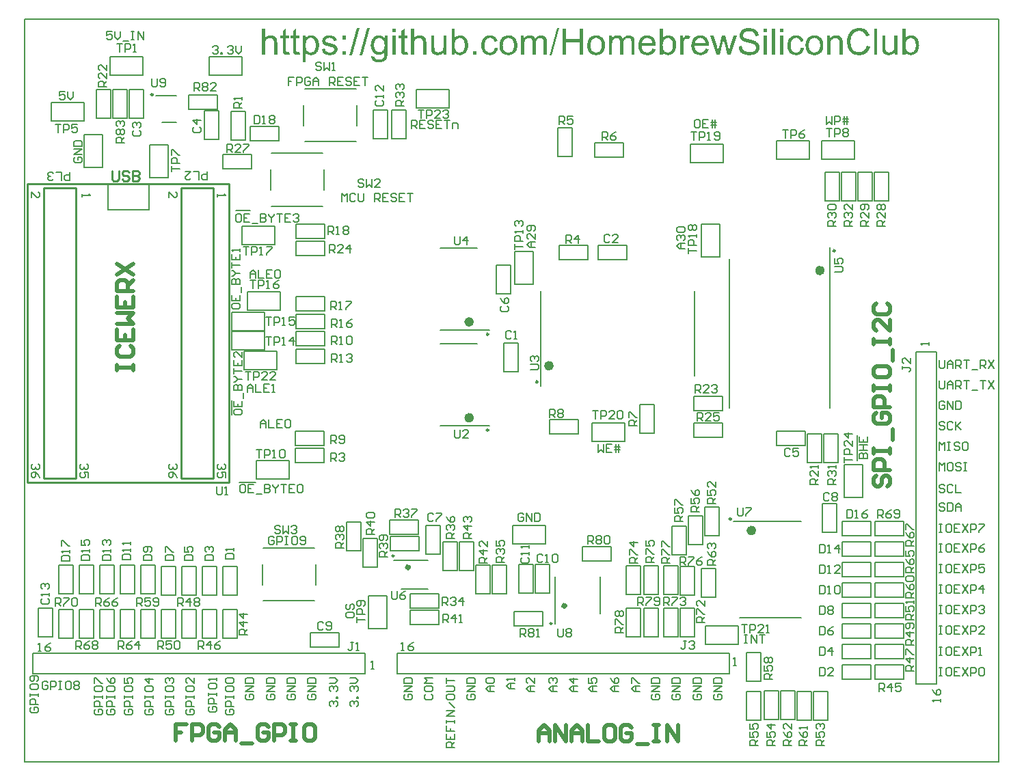
<source format=gto>
G04*
G04 #@! TF.GenerationSoftware,Altium Limited,Altium Designer,19.1.9 (167)*
G04*
G04 Layer_Color=65535*
%FSLAX25Y25*%
%MOIN*%
G70*
G01*
G75*
%ADD10C,0.00984*%
%ADD11C,0.02362*%
%ADD12C,0.00787*%
%ADD13C,0.00500*%
%ADD14C,0.01000*%
%ADD15C,0.00600*%
%ADD16C,0.00800*%
%ADD17C,0.02000*%
G36*
X369883Y356013D02*
X368310D01*
Y357809D01*
X369883D01*
Y356013D01*
D02*
G37*
G36*
X361924D02*
X360350D01*
Y357809D01*
X361924D01*
Y356013D01*
D02*
G37*
G36*
X180803Y356013D02*
X179230D01*
Y357809D01*
X180803D01*
Y356013D01*
D02*
G37*
G36*
X353391Y358013D02*
X353520D01*
X353872Y357976D01*
X354260Y357920D01*
X354668Y357827D01*
X355112Y357716D01*
X355519Y357568D01*
X355538D01*
X355575Y357550D01*
X355630Y357513D01*
X355704Y357476D01*
X355889Y357383D01*
X356130Y357217D01*
X356408Y357031D01*
X356685Y356791D01*
X356944Y356513D01*
X357185Y356199D01*
Y356180D01*
X357204Y356162D01*
X357241Y356106D01*
X357278Y356050D01*
X357370Y355865D01*
X357481Y355625D01*
X357611Y355329D01*
X357703Y354977D01*
X357796Y354607D01*
X357833Y354200D01*
X356204Y354070D01*
Y354088D01*
Y354125D01*
X356186Y354181D01*
X356167Y354274D01*
X356112Y354477D01*
X356037Y354755D01*
X355926Y355051D01*
X355760Y355347D01*
X355556Y355625D01*
X355297Y355884D01*
X355260Y355902D01*
X355168Y355977D01*
X354982Y356087D01*
X354742Y356199D01*
X354427Y356310D01*
X354057Y356421D01*
X353594Y356495D01*
X353076Y356513D01*
X352817D01*
X352706Y356495D01*
X352558Y356476D01*
X352224Y356439D01*
X351854Y356365D01*
X351484Y356273D01*
X351132Y356124D01*
X350984Y356032D01*
X350836Y355939D01*
X350799Y355921D01*
X350725Y355847D01*
X350614Y355717D01*
X350503Y355569D01*
X350373Y355366D01*
X350262Y355143D01*
X350188Y354884D01*
X350151Y354588D01*
Y354551D01*
Y354477D01*
X350170Y354348D01*
X350207Y354200D01*
X350262Y354014D01*
X350355Y353829D01*
X350466Y353644D01*
X350633Y353459D01*
X350651Y353441D01*
X350744Y353385D01*
X350818Y353329D01*
X350892Y353292D01*
X351003Y353237D01*
X351132Y353163D01*
X351299Y353107D01*
X351484Y353033D01*
X351688Y352959D01*
X351928Y352867D01*
X352187Y352793D01*
X352484Y352700D01*
X352817Y352626D01*
X353187Y352534D01*
X353205D01*
X353279Y352515D01*
X353391Y352497D01*
X353520Y352460D01*
X353687Y352423D01*
X353890Y352367D01*
X354094Y352311D01*
X354316Y352256D01*
X354797Y352126D01*
X355260Y351997D01*
X355482Y351923D01*
X355686Y351849D01*
X355871Y351793D01*
X356019Y351719D01*
X356037D01*
X356075Y351701D01*
X356130Y351664D01*
X356204Y351627D01*
X356408Y351516D01*
X356648Y351367D01*
X356926Y351164D01*
X357204Y350942D01*
X357463Y350683D01*
X357685Y350405D01*
X357703Y350368D01*
X357777Y350275D01*
X357851Y350109D01*
X357962Y349887D01*
X358055Y349627D01*
X358148Y349313D01*
X358203Y348961D01*
X358222Y348591D01*
Y348572D01*
Y348554D01*
Y348498D01*
Y348424D01*
X358185Y348221D01*
X358148Y347962D01*
X358073Y347666D01*
X357981Y347351D01*
X357833Y347018D01*
X357629Y346666D01*
Y346647D01*
X357611Y346629D01*
X357518Y346518D01*
X357389Y346351D01*
X357204Y346166D01*
X356963Y345944D01*
X356667Y345703D01*
X356334Y345481D01*
X355945Y345278D01*
X355926D01*
X355889Y345259D01*
X355834Y345241D01*
X355760Y345204D01*
X355649Y345167D01*
X355519Y345111D01*
X355223Y345037D01*
X354871Y344945D01*
X354446Y344852D01*
X353983Y344796D01*
X353483Y344778D01*
X353187D01*
X353039Y344796D01*
X352872D01*
X352687Y344815D01*
X352465Y344833D01*
X352002Y344907D01*
X351521Y344982D01*
X351040Y345111D01*
X350577Y345278D01*
X350558D01*
X350521Y345296D01*
X350466Y345333D01*
X350392Y345370D01*
X350170Y345481D01*
X349911Y345648D01*
X349615Y345870D01*
X349300Y346129D01*
X349004Y346444D01*
X348726Y346796D01*
Y346814D01*
X348689Y346851D01*
X348671Y346907D01*
X348615Y346981D01*
X348578Y347073D01*
X348522Y347184D01*
X348393Y347462D01*
X348263Y347814D01*
X348152Y348202D01*
X348078Y348646D01*
X348041Y349109D01*
X349633Y349257D01*
Y349239D01*
Y349220D01*
X349652Y349165D01*
Y349091D01*
X349689Y348924D01*
X349744Y348684D01*
X349818Y348443D01*
X349892Y348165D01*
X350022Y347906D01*
X350151Y347666D01*
X350170Y347647D01*
X350225Y347573D01*
X350318Y347443D01*
X350466Y347314D01*
X350651Y347147D01*
X350855Y346981D01*
X351132Y346814D01*
X351429Y346666D01*
X351447D01*
X351466Y346647D01*
X351521Y346629D01*
X351576Y346610D01*
X351762Y346555D01*
X352002Y346481D01*
X352298Y346407D01*
X352632Y346351D01*
X353002Y346314D01*
X353409Y346296D01*
X353576D01*
X353761Y346314D01*
X353983Y346333D01*
X354242Y346370D01*
X354538Y346407D01*
X354834Y346481D01*
X355112Y346573D01*
X355149Y346592D01*
X355241Y346629D01*
X355371Y346703D01*
X355538Y346777D01*
X355704Y346907D01*
X355889Y347036D01*
X356075Y347184D01*
X356223Y347369D01*
X356241Y347388D01*
X356278Y347462D01*
X356334Y347554D01*
X356408Y347703D01*
X356482Y347851D01*
X356537Y348036D01*
X356574Y348239D01*
X356593Y348461D01*
Y348480D01*
Y348572D01*
X356574Y348684D01*
X356556Y348832D01*
X356500Y348980D01*
X356445Y349165D01*
X356352Y349350D01*
X356223Y349517D01*
X356204Y349535D01*
X356149Y349590D01*
X356075Y349665D01*
X355945Y349776D01*
X355797Y349887D01*
X355593Y350016D01*
X355353Y350146D01*
X355075Y350257D01*
X355056Y350275D01*
X354964Y350294D01*
X354816Y350349D01*
X354723Y350368D01*
X354594Y350405D01*
X354464Y350461D01*
X354297Y350498D01*
X354112Y350553D01*
X353890Y350609D01*
X353668Y350664D01*
X353409Y350738D01*
X353113Y350812D01*
X352798Y350886D01*
X352780D01*
X352724Y350905D01*
X352632Y350923D01*
X352521Y350960D01*
X352373Y350997D01*
X352206Y351034D01*
X351836Y351145D01*
X351429Y351275D01*
X351003Y351405D01*
X350633Y351534D01*
X350466Y351608D01*
X350318Y351682D01*
X350299D01*
X350281Y351701D01*
X350170Y351775D01*
X350003Y351867D01*
X349818Y352015D01*
X349596Y352182D01*
X349374Y352385D01*
X349152Y352626D01*
X348967Y352885D01*
X348948Y352922D01*
X348893Y353015D01*
X348819Y353163D01*
X348745Y353348D01*
X348671Y353589D01*
X348596Y353866D01*
X348541Y354163D01*
X348522Y354477D01*
Y354496D01*
Y354514D01*
Y354570D01*
Y354644D01*
X348559Y354829D01*
X348596Y355069D01*
X348652Y355347D01*
X348745Y355662D01*
X348874Y355977D01*
X349059Y356291D01*
Y356310D01*
X349078Y356328D01*
X349170Y356439D01*
X349300Y356587D01*
X349466Y356772D01*
X349689Y356976D01*
X349966Y357198D01*
X350299Y357402D01*
X350670Y357587D01*
X350688D01*
X350725Y357605D01*
X350781Y357624D01*
X350855Y357661D01*
X350947Y357698D01*
X351077Y357735D01*
X351354Y357809D01*
X351706Y357883D01*
X352113Y357957D01*
X352539Y358013D01*
X353020Y358031D01*
X353261D01*
X353391Y358013D01*
D02*
G37*
G36*
X407218Y358013D02*
X407384Y357994D01*
X407588Y357976D01*
X407791Y357957D01*
X408032Y357902D01*
X408532Y357790D01*
X409087Y357624D01*
X409365Y357513D01*
X409624Y357383D01*
X409883Y357217D01*
X410142Y357050D01*
X410161Y357032D01*
X410198Y357013D01*
X410272Y356958D01*
X410364Y356865D01*
X410457Y356772D01*
X410586Y356643D01*
X410716Y356495D01*
X410864Y356347D01*
X411012Y356162D01*
X411160Y355940D01*
X411327Y355717D01*
X411475Y355477D01*
X411604Y355199D01*
X411753Y354921D01*
X411864Y354625D01*
X411975Y354292D01*
X410309Y353903D01*
Y353922D01*
X410290Y353959D01*
X410253Y354033D01*
X410216Y354125D01*
X410179Y354237D01*
X410124Y354385D01*
X409976Y354681D01*
X409791Y355014D01*
X409568Y355347D01*
X409291Y355662D01*
X408995Y355940D01*
X408957Y355977D01*
X408847Y356050D01*
X408661Y356143D01*
X408421Y356273D01*
X408106Y356384D01*
X407754Y356495D01*
X407329Y356569D01*
X406866Y356587D01*
X406718D01*
X406625Y356569D01*
X406496D01*
X406348Y356550D01*
X405996Y356495D01*
X405607Y356421D01*
X405200Y356291D01*
X404774Y356106D01*
X404386Y355865D01*
X404367D01*
X404349Y355828D01*
X404219Y355736D01*
X404052Y355588D01*
X403849Y355366D01*
X403608Y355088D01*
X403386Y354773D01*
X403182Y354385D01*
X402997Y353959D01*
Y353940D01*
X402979Y353903D01*
X402960Y353848D01*
X402942Y353755D01*
X402905Y353644D01*
X402868Y353515D01*
X402812Y353200D01*
X402738Y352830D01*
X402664Y352423D01*
X402627Y351978D01*
X402609Y351497D01*
Y351479D01*
Y351423D01*
Y351330D01*
Y351219D01*
X402627Y351090D01*
Y350923D01*
X402646Y350738D01*
X402664Y350535D01*
X402720Y350090D01*
X402812Y349609D01*
X402923Y349128D01*
X403071Y348646D01*
Y348628D01*
X403090Y348591D01*
X403127Y348535D01*
X403164Y348443D01*
X403275Y348221D01*
X403442Y347962D01*
X403645Y347666D01*
X403904Y347351D01*
X404201Y347073D01*
X404552Y346814D01*
X404571D01*
X404608Y346796D01*
X404663Y346759D01*
X404737Y346722D01*
X404830Y346685D01*
X404941Y346629D01*
X405200Y346518D01*
X405533Y346407D01*
X405903Y346314D01*
X406311Y346240D01*
X406736Y346222D01*
X406866D01*
X406977Y346240D01*
X407106D01*
X407236Y346259D01*
X407569Y346333D01*
X407958Y346425D01*
X408347Y346573D01*
X408754Y346777D01*
X408957Y346888D01*
X409143Y347036D01*
X409161Y347055D01*
X409180Y347073D01*
X409235Y347129D01*
X409309Y347184D01*
X409383Y347277D01*
X409476Y347388D01*
X409587Y347499D01*
X409679Y347647D01*
X409791Y347814D01*
X409920Y347999D01*
X410031Y348184D01*
X410142Y348406D01*
X410235Y348646D01*
X410327Y348906D01*
X410420Y349183D01*
X410494Y349480D01*
X412197Y349054D01*
Y349035D01*
X412178Y348961D01*
X412141Y348850D01*
X412086Y348702D01*
X412030Y348535D01*
X411956Y348332D01*
X411864Y348110D01*
X411753Y347869D01*
X411493Y347351D01*
X411160Y346832D01*
X410957Y346573D01*
X410753Y346314D01*
X410531Y346092D01*
X410272Y345870D01*
X410253Y345851D01*
X410216Y345814D01*
X410124Y345778D01*
X410031Y345703D01*
X409883Y345611D01*
X409735Y345518D01*
X409531Y345426D01*
X409328Y345333D01*
X409087Y345222D01*
X408828Y345130D01*
X408550Y345037D01*
X408254Y344945D01*
X407939Y344870D01*
X407606Y344833D01*
X407255Y344796D01*
X406884Y344778D01*
X406681D01*
X406533Y344796D01*
X406366D01*
X406163Y344815D01*
X405940Y344852D01*
X405681Y344889D01*
X405145Y344982D01*
X404589Y345130D01*
X404034Y345333D01*
X403775Y345463D01*
X403516Y345611D01*
X403497Y345629D01*
X403460Y345648D01*
X403386Y345703D01*
X403312Y345778D01*
X403201Y345851D01*
X403071Y345963D01*
X402923Y346092D01*
X402775Y346240D01*
X402627Y346407D01*
X402460Y346573D01*
X402127Y346999D01*
X401813Y347499D01*
X401535Y348054D01*
Y348073D01*
X401498Y348128D01*
X401479Y348221D01*
X401424Y348332D01*
X401387Y348480D01*
X401331Y348665D01*
X401257Y348869D01*
X401202Y349091D01*
X401146Y349331D01*
X401072Y349609D01*
X400980Y350183D01*
X400906Y350831D01*
X400869Y351497D01*
Y351516D01*
Y351590D01*
Y351701D01*
X400887Y351830D01*
Y352015D01*
X400906Y352200D01*
X400924Y352441D01*
X400961Y352682D01*
X401054Y353219D01*
X401183Y353811D01*
X401368Y354403D01*
X401628Y354977D01*
X401646Y354995D01*
X401665Y355051D01*
X401702Y355125D01*
X401776Y355218D01*
X401850Y355347D01*
X401942Y355495D01*
X402183Y355828D01*
X402498Y356199D01*
X402868Y356569D01*
X403294Y356939D01*
X403793Y357254D01*
X403812Y357272D01*
X403867Y357291D01*
X403941Y357328D01*
X404034Y357383D01*
X404182Y357439D01*
X404330Y357494D01*
X404515Y357568D01*
X404719Y357642D01*
X404941Y357716D01*
X405182Y357790D01*
X405700Y357902D01*
X406292Y357994D01*
X406903Y358031D01*
X407088D01*
X407218Y358013D01*
D02*
G37*
G36*
X139822Y354477D02*
X139952Y354459D01*
X140229Y354422D01*
X140562Y354348D01*
X140914Y354237D01*
X141266Y354070D01*
X141618Y353866D01*
X141636D01*
X141655Y353829D01*
X141766Y353755D01*
X141932Y353607D01*
X142136Y353422D01*
X142358Y353181D01*
X142580Y352885D01*
X142802Y352534D01*
X142987Y352145D01*
Y352126D01*
X143006Y352089D01*
X143024Y352034D01*
X143061Y351960D01*
X143098Y351849D01*
X143135Y351719D01*
X143228Y351423D01*
X143321Y351053D01*
X143395Y350646D01*
X143450Y350183D01*
X143469Y349701D01*
Y349683D01*
Y349646D01*
Y349572D01*
Y349461D01*
X143450Y349331D01*
Y349183D01*
X143413Y348850D01*
X143339Y348443D01*
X143246Y348017D01*
X143117Y347573D01*
X142950Y347129D01*
Y347110D01*
X142932Y347073D01*
X142895Y347018D01*
X142858Y346944D01*
X142728Y346740D01*
X142562Y346481D01*
X142358Y346203D01*
X142099Y345925D01*
X141803Y345648D01*
X141451Y345389D01*
X141432D01*
X141414Y345370D01*
X141358Y345333D01*
X141284Y345296D01*
X141099Y345204D01*
X140840Y345093D01*
X140525Y344982D01*
X140192Y344889D01*
X139804Y344815D01*
X139415Y344796D01*
X139285D01*
X139137Y344815D01*
X138952Y344833D01*
X138730Y344870D01*
X138489Y344926D01*
X138249Y345000D01*
X138008Y345111D01*
X137990Y345130D01*
X137897Y345167D01*
X137786Y345241D01*
X137638Y345352D01*
X137490Y345463D01*
X137305Y345611D01*
X137138Y345777D01*
X136990Y345963D01*
Y341446D01*
X135417D01*
Y354292D01*
X136842D01*
Y353070D01*
X136861Y353107D01*
X136935Y353181D01*
X137027Y353311D01*
X137175Y353459D01*
X137342Y353644D01*
X137527Y353811D01*
X137749Y353977D01*
X137971Y354125D01*
X138008Y354144D01*
X138082Y354181D01*
X138230Y354237D01*
X138415Y354310D01*
X138637Y354385D01*
X138897Y354440D01*
X139193Y354477D01*
X139526Y354496D01*
X139730D01*
X139822Y354477D01*
D02*
G37*
G36*
X395852Y354477D02*
X396056Y354459D01*
X396297Y354422D01*
X396556Y354366D01*
X396833Y354292D01*
X397093Y354181D01*
X397130Y354163D01*
X397204Y354125D01*
X397333Y354070D01*
X397481Y353977D01*
X397666Y353866D01*
X397833Y353718D01*
X398000Y353570D01*
X398148Y353385D01*
X398166Y353367D01*
X398203Y353292D01*
X398259Y353200D01*
X398351Y353070D01*
X398425Y352885D01*
X398499Y352700D01*
X398592Y352478D01*
X398647Y352238D01*
Y352219D01*
X398666Y352145D01*
X398685Y352034D01*
X398703Y351886D01*
Y351664D01*
X398722Y351405D01*
X398740Y351090D01*
Y350701D01*
Y345000D01*
X397167D01*
Y350627D01*
Y350646D01*
Y350664D01*
Y350794D01*
Y350960D01*
X397148Y351164D01*
X397130Y351405D01*
X397093Y351645D01*
X397037Y351867D01*
X396982Y352071D01*
Y352089D01*
X396944Y352145D01*
X396889Y352238D01*
X396833Y352348D01*
X396741Y352460D01*
X396630Y352589D01*
X396482Y352719D01*
X396315Y352830D01*
X396297Y352848D01*
X396241Y352885D01*
X396130Y352922D01*
X396001Y352978D01*
X395852Y353033D01*
X395667Y353089D01*
X395445Y353107D01*
X395223Y353126D01*
X395131D01*
X395057Y353107D01*
X394871Y353089D01*
X394631Y353052D01*
X394372Y352959D01*
X394075Y352848D01*
X393779Y352700D01*
X393502Y352478D01*
X393465Y352441D01*
X393391Y352348D01*
X393335Y352274D01*
X393280Y352182D01*
X393205Y352071D01*
X393150Y351941D01*
X393076Y351793D01*
X393002Y351608D01*
X392946Y351405D01*
X392891Y351182D01*
X392854Y350942D01*
X392817Y350683D01*
X392780Y350368D01*
Y350053D01*
Y345000D01*
X391206D01*
Y354292D01*
X392613D01*
Y352959D01*
X392632Y352978D01*
X392669Y353033D01*
X392724Y353107D01*
X392798Y353200D01*
X392909Y353311D01*
X393039Y353441D01*
X393187Y353589D01*
X393372Y353737D01*
X393557Y353866D01*
X393779Y354014D01*
X394020Y354144D01*
X394279Y354255D01*
X394575Y354348D01*
X394871Y354422D01*
X395205Y354477D01*
X395556Y354496D01*
X395704D01*
X395852Y354477D01*
D02*
G37*
G36*
X323275Y354477D02*
X323478Y354440D01*
X323719Y354366D01*
X323978Y354274D01*
X324274Y354144D01*
X324589Y353977D01*
X324015Y352534D01*
X323997Y352552D01*
X323923Y352589D01*
X323812Y352645D01*
X323663Y352700D01*
X323497Y352756D01*
X323293Y352811D01*
X323090Y352848D01*
X322886Y352867D01*
X322794D01*
X322701Y352848D01*
X322571Y352830D01*
X322442Y352793D01*
X322275Y352737D01*
X322109Y352663D01*
X321960Y352552D01*
X321942Y352534D01*
X321886Y352497D01*
X321831Y352423D01*
X321738Y352330D01*
X321646Y352200D01*
X321553Y352052D01*
X321461Y351886D01*
X321387Y351682D01*
X321368Y351645D01*
X321350Y351534D01*
X321313Y351367D01*
X321257Y351145D01*
X321202Y350868D01*
X321165Y350553D01*
X321146Y350220D01*
X321128Y349850D01*
Y345000D01*
X319554D01*
Y354292D01*
X320979D01*
Y352885D01*
X320998Y352904D01*
X321072Y353033D01*
X321165Y353200D01*
X321313Y353404D01*
X321461Y353607D01*
X321627Y353829D01*
X321794Y354014D01*
X321960Y354163D01*
X321979Y354181D01*
X322035Y354218D01*
X322146Y354274D01*
X322257Y354329D01*
X322405Y354385D01*
X322590Y354440D01*
X322775Y354477D01*
X322979Y354496D01*
X323108D01*
X323275Y354477D01*
D02*
G37*
G36*
X294677Y354477D02*
X294806D01*
X294936Y354459D01*
X295251Y354403D01*
X295584Y354311D01*
X295936Y354163D01*
X296287Y353977D01*
X296583Y353718D01*
X296620Y353681D01*
X296694Y353570D01*
X296824Y353404D01*
X296880Y353274D01*
X296954Y353144D01*
X297028Y352978D01*
X297083Y352811D01*
X297157Y352626D01*
X297213Y352404D01*
X297250Y352182D01*
X297287Y351923D01*
X297324Y351664D01*
Y351367D01*
Y345000D01*
X295750D01*
Y350831D01*
Y350849D01*
Y350868D01*
Y350979D01*
Y351145D01*
X295732Y351349D01*
X295713Y351571D01*
X295695Y351793D01*
X295658Y352015D01*
X295602Y352182D01*
Y352200D01*
X295565Y352256D01*
X295528Y352330D01*
X295473Y352422D01*
X295399Y352534D01*
X295306Y352645D01*
X295195Y352756D01*
X295047Y352867D01*
X295028Y352885D01*
X294973Y352904D01*
X294899Y352941D01*
X294769Y352996D01*
X294640Y353052D01*
X294473Y353089D01*
X294307Y353107D01*
X294103Y353126D01*
X294010D01*
X293936Y353107D01*
X293751Y353089D01*
X293529Y353052D01*
X293270Y352959D01*
X292992Y352848D01*
X292715Y352682D01*
X292456Y352460D01*
X292437Y352422D01*
X292363Y352330D01*
X292252Y352182D01*
X292141Y351960D01*
X292011Y351664D01*
X291919Y351312D01*
X291845Y350886D01*
X291808Y350386D01*
Y345000D01*
X290234D01*
Y351016D01*
Y351034D01*
Y351071D01*
Y351108D01*
Y351182D01*
X290216Y351386D01*
X290179Y351608D01*
X290142Y351867D01*
X290068Y352126D01*
X289975Y352367D01*
X289846Y352589D01*
X289827Y352608D01*
X289772Y352682D01*
X289679Y352756D01*
X289549Y352867D01*
X289383Y352959D01*
X289161Y353052D01*
X288902Y353107D01*
X288587Y353126D01*
X288476D01*
X288346Y353107D01*
X288198Y353089D01*
X288013Y353033D01*
X287791Y352978D01*
X287587Y352885D01*
X287365Y352774D01*
X287347Y352756D01*
X287273Y352700D01*
X287180Y352626D01*
X287051Y352515D01*
X286921Y352367D01*
X286791Y352182D01*
X286662Y351978D01*
X286551Y351738D01*
X286532Y351701D01*
X286514Y351608D01*
X286477Y351460D01*
X286421Y351256D01*
X286366Y350979D01*
X286329Y350646D01*
X286310Y350257D01*
X286292Y349813D01*
Y345000D01*
X284718D01*
Y354292D01*
X286125D01*
Y352959D01*
X286144Y352996D01*
X286199Y353070D01*
X286310Y353200D01*
X286440Y353348D01*
X286606Y353533D01*
X286810Y353718D01*
X287032Y353903D01*
X287291Y354070D01*
X287328Y354088D01*
X287421Y354144D01*
X287569Y354200D01*
X287773Y354292D01*
X288013Y354366D01*
X288291Y354422D01*
X288605Y354477D01*
X288939Y354496D01*
X289105D01*
X289309Y354477D01*
X289531Y354440D01*
X289809Y354385D01*
X290086Y354311D01*
X290364Y354200D01*
X290623Y354051D01*
X290660Y354033D01*
X290734Y353977D01*
X290845Y353885D01*
X290993Y353737D01*
X291141Y353570D01*
X291308Y353367D01*
X291456Y353126D01*
X291567Y352848D01*
X291586Y352867D01*
X291623Y352922D01*
X291678Y352996D01*
X291771Y353107D01*
X291882Y353237D01*
X292011Y353367D01*
X292159Y353515D01*
X292344Y353681D01*
X292548Y353829D01*
X292752Y353977D01*
X292992Y354107D01*
X293251Y354237D01*
X293529Y354348D01*
X293825Y354422D01*
X294122Y354477D01*
X294455Y354496D01*
X294584D01*
X294677Y354477D01*
D02*
G37*
G36*
X251900Y354477D02*
X252030D01*
X252159Y354459D01*
X252474Y354403D01*
X252807Y354311D01*
X253159Y354163D01*
X253511Y353977D01*
X253807Y353718D01*
X253844Y353681D01*
X253918Y353570D01*
X254047Y353404D01*
X254103Y353274D01*
X254177Y353144D01*
X254251Y352978D01*
X254307Y352811D01*
X254380Y352626D01*
X254436Y352404D01*
X254473Y352182D01*
X254510Y351923D01*
X254547Y351664D01*
Y351367D01*
Y345000D01*
X252974D01*
Y350831D01*
Y350849D01*
Y350868D01*
Y350979D01*
Y351145D01*
X252955Y351349D01*
X252937Y351571D01*
X252918Y351793D01*
X252881Y352015D01*
X252826Y352182D01*
Y352200D01*
X252789Y352256D01*
X252752Y352330D01*
X252696Y352422D01*
X252622Y352534D01*
X252530Y352645D01*
X252418Y352756D01*
X252270Y352867D01*
X252252Y352885D01*
X252196Y352904D01*
X252122Y352941D01*
X251993Y352996D01*
X251863Y353052D01*
X251697Y353089D01*
X251530Y353107D01*
X251326Y353126D01*
X251234D01*
X251160Y353107D01*
X250975Y353089D01*
X250753Y353052D01*
X250493Y352959D01*
X250216Y352848D01*
X249938Y352682D01*
X249679Y352460D01*
X249660Y352422D01*
X249586Y352330D01*
X249475Y352182D01*
X249364Y351960D01*
X249235Y351664D01*
X249142Y351312D01*
X249068Y350886D01*
X249031Y350386D01*
Y345000D01*
X247458D01*
Y351016D01*
Y351034D01*
Y351071D01*
Y351108D01*
Y351182D01*
X247439Y351386D01*
X247402Y351608D01*
X247365Y351867D01*
X247291Y352126D01*
X247199Y352367D01*
X247069Y352589D01*
X247051Y352608D01*
X246995Y352682D01*
X246902Y352756D01*
X246773Y352867D01*
X246606Y352959D01*
X246384Y353052D01*
X246125Y353107D01*
X245810Y353126D01*
X245699D01*
X245570Y353107D01*
X245422Y353089D01*
X245237Y353033D01*
X245015Y352978D01*
X244811Y352885D01*
X244589Y352774D01*
X244570Y352756D01*
X244496Y352700D01*
X244404Y352626D01*
X244274Y352515D01*
X244145Y352367D01*
X244015Y352182D01*
X243885Y351978D01*
X243774Y351738D01*
X243756Y351701D01*
X243737Y351608D01*
X243700Y351460D01*
X243645Y351256D01*
X243589Y350979D01*
X243552Y350646D01*
X243534Y350257D01*
X243515Y349813D01*
Y345000D01*
X241942D01*
Y354292D01*
X243349D01*
Y352959D01*
X243367Y352996D01*
X243423Y353070D01*
X243534Y353200D01*
X243663Y353348D01*
X243830Y353533D01*
X244033Y353718D01*
X244256Y353903D01*
X244515Y354070D01*
X244552Y354088D01*
X244644Y354144D01*
X244792Y354200D01*
X244996Y354292D01*
X245237Y354366D01*
X245514Y354422D01*
X245829Y354477D01*
X246162Y354496D01*
X246329D01*
X246532Y354477D01*
X246754Y354440D01*
X247032Y354385D01*
X247310Y354311D01*
X247587Y354200D01*
X247847Y354051D01*
X247884Y354033D01*
X247958Y353977D01*
X248069Y353885D01*
X248217Y353737D01*
X248365Y353570D01*
X248531Y353366D01*
X248679Y353126D01*
X248791Y352848D01*
X248809Y352867D01*
X248846Y352922D01*
X248902Y352996D01*
X248994Y353107D01*
X249105Y353237D01*
X249235Y353366D01*
X249383Y353515D01*
X249568Y353681D01*
X249771Y353829D01*
X249975Y353977D01*
X250216Y354107D01*
X250475Y354237D01*
X250753Y354348D01*
X251049Y354422D01*
X251345Y354477D01*
X251678Y354496D01*
X251808D01*
X251900Y354477D01*
D02*
G37*
G36*
X272150Y345000D02*
X270447D01*
Y351034D01*
X263821D01*
Y345000D01*
X262118D01*
Y357809D01*
X263821D01*
Y352552D01*
X270447D01*
Y357809D01*
X272150D01*
Y345000D01*
D02*
G37*
G36*
X156555Y352497D02*
X154760D01*
Y354292D01*
X156555D01*
Y352497D01*
D02*
G37*
G36*
X148800Y354477D02*
X149077Y354459D01*
X149373Y354422D01*
X149688Y354348D01*
X150021Y354274D01*
X150336Y354163D01*
X150354D01*
X150373Y354144D01*
X150465Y354107D01*
X150613Y354033D01*
X150799Y353940D01*
X151002Y353811D01*
X151206Y353663D01*
X151391Y353496D01*
X151558Y353311D01*
X151576Y353292D01*
X151613Y353218D01*
X151687Y353089D01*
X151780Y352941D01*
X151872Y352719D01*
X151965Y352478D01*
X152039Y352200D01*
X152113Y351886D01*
X150576Y351682D01*
Y351719D01*
X150558Y351793D01*
X150521Y351923D01*
X150465Y352089D01*
X150373Y352256D01*
X150262Y352441D01*
X150132Y352626D01*
X149947Y352793D01*
X149929Y352811D01*
X149855Y352848D01*
X149743Y352922D01*
X149577Y352996D01*
X149392Y353070D01*
X149151Y353144D01*
X148855Y353181D01*
X148540Y353200D01*
X148355D01*
X148170Y353181D01*
X147930Y353163D01*
X147689Y353107D01*
X147430Y353052D01*
X147189Y352959D01*
X146985Y352830D01*
X146967Y352811D01*
X146912Y352774D01*
X146837Y352700D01*
X146763Y352589D01*
X146671Y352478D01*
X146597Y352330D01*
X146541Y352163D01*
X146523Y351997D01*
Y351978D01*
Y351941D01*
X146541Y351886D01*
Y351812D01*
X146597Y351627D01*
X146708Y351442D01*
X146726Y351423D01*
X146745Y351405D01*
X146782Y351349D01*
X146856Y351293D01*
X146930Y351238D01*
X147041Y351164D01*
X147171Y351108D01*
X147319Y351034D01*
X147337D01*
X147374Y351016D01*
X147448Y350997D01*
X147578Y350942D01*
X147763Y350886D01*
X148004Y350831D01*
X148152Y350775D01*
X148318Y350738D01*
X148503Y350683D01*
X148707Y350627D01*
X148725D01*
X148781Y350608D01*
X148873Y350590D01*
X148985Y350553D01*
X149114Y350516D01*
X149281Y350479D01*
X149632Y350368D01*
X150021Y350257D01*
X150410Y350127D01*
X150762Y349998D01*
X150910Y349942D01*
X151039Y349887D01*
X151076Y349868D01*
X151150Y349831D01*
X151261Y349776D01*
X151428Y349683D01*
X151594Y349572D01*
X151761Y349424D01*
X151928Y349257D01*
X152076Y349072D01*
X152094Y349054D01*
X152131Y348980D01*
X152205Y348869D01*
X152279Y348702D01*
X152335Y348498D01*
X152409Y348276D01*
X152446Y348017D01*
X152464Y347721D01*
Y347684D01*
Y347591D01*
X152446Y347443D01*
X152409Y347240D01*
X152353Y347018D01*
X152261Y346777D01*
X152150Y346499D01*
X152002Y346240D01*
X151983Y346203D01*
X151909Y346129D01*
X151817Y346000D01*
X151669Y345851D01*
X151465Y345685D01*
X151243Y345500D01*
X150984Y345333D01*
X150669Y345167D01*
X150651D01*
X150632Y345148D01*
X150521Y345111D01*
X150336Y345056D01*
X150095Y344982D01*
X149799Y344907D01*
X149466Y344852D01*
X149114Y344815D01*
X148707Y344796D01*
X148540D01*
X148411Y344815D01*
X148263D01*
X148078Y344833D01*
X147892Y344852D01*
X147689Y344889D01*
X147245Y344982D01*
X146782Y345111D01*
X146338Y345296D01*
X146134Y345407D01*
X145949Y345537D01*
X145930Y345555D01*
X145912Y345574D01*
X145801Y345685D01*
X145634Y345851D01*
X145449Y346111D01*
X145246Y346425D01*
X145042Y346796D01*
X144875Y347258D01*
X144746Y347777D01*
X146301Y348017D01*
Y347999D01*
Y347980D01*
X146338Y347869D01*
X146375Y347684D01*
X146449Y347480D01*
X146541Y347258D01*
X146652Y347018D01*
X146819Y346777D01*
X147022Y346573D01*
X147060Y346555D01*
X147134Y346499D01*
X147282Y346425D01*
X147467Y346333D01*
X147707Y346240D01*
X147985Y346166D01*
X148318Y346111D01*
X148707Y346092D01*
X148892D01*
X149077Y346111D01*
X149318Y346148D01*
X149577Y346203D01*
X149855Y346277D01*
X150095Y346370D01*
X150317Y346518D01*
X150336Y346536D01*
X150410Y346592D01*
X150484Y346684D01*
X150595Y346814D01*
X150688Y346962D01*
X150780Y347147D01*
X150836Y347332D01*
X150854Y347554D01*
Y347573D01*
Y347647D01*
X150836Y347740D01*
X150799Y347869D01*
X150743Y347999D01*
X150651Y348128D01*
X150539Y348276D01*
X150373Y348387D01*
X150354Y348406D01*
X150299Y348424D01*
X150206Y348480D01*
X150058Y348535D01*
X149836Y348609D01*
X149706Y348665D01*
X149558Y348702D01*
X149392Y348758D01*
X149207Y348813D01*
X149003Y348869D01*
X148763Y348924D01*
X148744D01*
X148688Y348943D01*
X148596Y348961D01*
X148485Y348998D01*
X148337Y349035D01*
X148170Y349091D01*
X147819Y349183D01*
X147411Y349313D01*
X147022Y349424D01*
X146652Y349553D01*
X146486Y349627D01*
X146356Y349683D01*
X146319Y349701D01*
X146245Y349739D01*
X146134Y349813D01*
X145986Y349905D01*
X145819Y350035D01*
X145653Y350183D01*
X145486Y350349D01*
X145338Y350553D01*
X145320Y350571D01*
X145283Y350646D01*
X145227Y350775D01*
X145171Y350923D01*
X145116Y351108D01*
X145061Y351330D01*
X145024Y351553D01*
X145005Y351812D01*
Y351849D01*
Y351923D01*
X145024Y352034D01*
X145042Y352200D01*
X145079Y352367D01*
X145116Y352571D01*
X145190Y352756D01*
X145283Y352959D01*
X145301Y352978D01*
X145338Y353052D01*
X145394Y353144D01*
X145486Y353274D01*
X145597Y353403D01*
X145727Y353570D01*
X145875Y353718D01*
X146060Y353848D01*
X146079Y353866D01*
X146134Y353885D01*
X146208Y353940D01*
X146319Y353996D01*
X146467Y354070D01*
X146634Y354144D01*
X146837Y354218D01*
X147060Y354292D01*
X147097Y354310D01*
X147171Y354329D01*
X147300Y354366D01*
X147467Y354403D01*
X147670Y354440D01*
X147892Y354459D01*
X148152Y354496D01*
X148596D01*
X148800Y354477D01*
D02*
G37*
G36*
X376306Y354477D02*
X376417D01*
X376565Y354459D01*
X376917Y354403D01*
X377305Y354311D01*
X377713Y354163D01*
X378120Y353977D01*
X378509Y353718D01*
X378527D01*
X378546Y353681D01*
X378657Y353570D01*
X378823Y353404D01*
X379027Y353163D01*
X379230Y352867D01*
X379434Y352497D01*
X379619Y352071D01*
X379749Y351571D01*
X378212Y351330D01*
Y351349D01*
X378194Y351367D01*
X378175Y351479D01*
X378120Y351645D01*
X378027Y351849D01*
X377935Y352071D01*
X377787Y352311D01*
X377620Y352534D01*
X377435Y352719D01*
X377416Y352737D01*
X377343Y352793D01*
X377213Y352867D01*
X377065Y352959D01*
X376861Y353052D01*
X376639Y353126D01*
X376380Y353182D01*
X376102Y353200D01*
X375991D01*
X375899Y353182D01*
X375695Y353163D01*
X375417Y353089D01*
X375121Y352996D01*
X374788Y352848D01*
X374473Y352626D01*
X374325Y352497D01*
X374177Y352348D01*
Y352330D01*
X374140Y352311D01*
X374103Y352256D01*
X374066Y352182D01*
X374011Y352089D01*
X373937Y351978D01*
X373881Y351849D01*
X373807Y351701D01*
X373733Y351516D01*
X373677Y351312D01*
X373603Y351090D01*
X373548Y350849D01*
X373511Y350590D01*
X373474Y350294D01*
X373437Y349979D01*
Y349646D01*
Y349628D01*
Y349572D01*
Y349461D01*
X373455Y349350D01*
Y349183D01*
X373474Y349017D01*
X373529Y348609D01*
X373603Y348165D01*
X373733Y347703D01*
X373900Y347295D01*
X374011Y347092D01*
X374140Y346925D01*
X374177Y346888D01*
X374270Y346796D01*
X374436Y346666D01*
X374640Y346518D01*
X374918Y346351D01*
X375232Y346222D01*
X375603Y346129D01*
X375806Y346111D01*
X376010Y346092D01*
X376047D01*
X376158Y346111D01*
X376343Y346129D01*
X376547Y346166D01*
X376787Y346222D01*
X377046Y346333D01*
X377305Y346462D01*
X377546Y346647D01*
X377583Y346666D01*
X377639Y346759D01*
X377750Y346888D01*
X377879Y347092D01*
X378009Y347332D01*
X378157Y347628D01*
X378268Y347999D01*
X378342Y348406D01*
X379897Y348202D01*
Y348184D01*
X379878Y348128D01*
X379860Y348054D01*
X379841Y347943D01*
X379804Y347795D01*
X379767Y347647D01*
X379638Y347277D01*
X379471Y346888D01*
X379230Y346462D01*
X378934Y346055D01*
X378768Y345870D01*
X378583Y345685D01*
X378564Y345666D01*
X378527Y345648D01*
X378472Y345611D01*
X378397Y345555D01*
X378305Y345481D01*
X378175Y345407D01*
X378027Y345333D01*
X377879Y345241D01*
X377509Y345074D01*
X377065Y344945D01*
X376584Y344833D01*
X376306Y344815D01*
X376028Y344796D01*
X375843D01*
X375714Y344815D01*
X375547Y344833D01*
X375362Y344870D01*
X375158Y344907D01*
X374936Y344945D01*
X374436Y345093D01*
X374196Y345204D01*
X373937Y345315D01*
X373677Y345463D01*
X373437Y345629D01*
X373196Y345814D01*
X372974Y346037D01*
X372956Y346055D01*
X372919Y346092D01*
X372863Y346166D01*
X372789Y346259D01*
X372715Y346388D01*
X372604Y346555D01*
X372511Y346740D01*
X372400Y346944D01*
X372289Y347184D01*
X372197Y347462D01*
X372086Y347740D01*
X372012Y348073D01*
X371937Y348406D01*
X371882Y348795D01*
X371845Y349183D01*
X371827Y349609D01*
Y349627D01*
Y349683D01*
Y349757D01*
Y349868D01*
X371845Y349998D01*
Y350146D01*
X371864Y350312D01*
X371882Y350498D01*
X371937Y350905D01*
X372030Y351349D01*
X372141Y351793D01*
X372308Y352237D01*
Y352256D01*
X372326Y352293D01*
X372363Y352348D01*
X372400Y352423D01*
X372511Y352626D01*
X372678Y352867D01*
X372900Y353145D01*
X373159Y353422D01*
X373474Y353700D01*
X373826Y353922D01*
X373844D01*
X373881Y353940D01*
X373937Y353977D01*
X374011Y354014D01*
X374103Y354051D01*
X374214Y354107D01*
X374492Y354218D01*
X374807Y354311D01*
X375195Y354403D01*
X375603Y354477D01*
X376047Y354496D01*
X376195D01*
X376306Y354477D01*
D02*
G37*
G36*
X227060Y354477D02*
X227171D01*
X227319Y354459D01*
X227671Y354403D01*
X228059Y354311D01*
X228467Y354163D01*
X228874Y353977D01*
X229262Y353718D01*
X229281D01*
X229299Y353681D01*
X229411Y353570D01*
X229577Y353404D01*
X229781Y353163D01*
X229984Y352867D01*
X230188Y352497D01*
X230373Y352071D01*
X230503Y351571D01*
X228966Y351330D01*
Y351349D01*
X228948Y351367D01*
X228929Y351479D01*
X228874Y351645D01*
X228781Y351849D01*
X228689Y352071D01*
X228541Y352311D01*
X228374Y352534D01*
X228189Y352719D01*
X228170Y352737D01*
X228096Y352793D01*
X227967Y352867D01*
X227819Y352959D01*
X227615Y353052D01*
X227393Y353126D01*
X227134Y353181D01*
X226856Y353200D01*
X226745D01*
X226653Y353181D01*
X226449Y353163D01*
X226171Y353089D01*
X225875Y352996D01*
X225542Y352848D01*
X225227Y352626D01*
X225079Y352497D01*
X224931Y352348D01*
Y352330D01*
X224894Y352311D01*
X224857Y352256D01*
X224820Y352182D01*
X224764Y352089D01*
X224691Y351978D01*
X224635Y351849D01*
X224561Y351701D01*
X224487Y351516D01*
X224431Y351312D01*
X224357Y351090D01*
X224302Y350849D01*
X224265Y350590D01*
X224228Y350294D01*
X224191Y349979D01*
Y349646D01*
Y349627D01*
Y349572D01*
Y349461D01*
X224209Y349350D01*
Y349183D01*
X224228Y349017D01*
X224283Y348609D01*
X224357Y348165D01*
X224487Y347703D01*
X224654Y347295D01*
X224764Y347092D01*
X224894Y346925D01*
X224931Y346888D01*
X225024Y346796D01*
X225190Y346666D01*
X225394Y346518D01*
X225672Y346351D01*
X225986Y346222D01*
X226356Y346129D01*
X226560Y346111D01*
X226764Y346092D01*
X226801D01*
X226912Y346111D01*
X227097Y346129D01*
X227300Y346166D01*
X227541Y346222D01*
X227800Y346333D01*
X228059Y346462D01*
X228300Y346647D01*
X228337Y346666D01*
X228393Y346759D01*
X228503Y346888D01*
X228633Y347092D01*
X228763Y347332D01*
X228911Y347628D01*
X229022Y347999D01*
X229096Y348406D01*
X230651Y348202D01*
Y348184D01*
X230632Y348128D01*
X230614Y348054D01*
X230595Y347943D01*
X230558Y347795D01*
X230521Y347647D01*
X230392Y347277D01*
X230225Y346888D01*
X229984Y346462D01*
X229688Y346055D01*
X229522Y345870D01*
X229337Y345685D01*
X229318Y345666D01*
X229281Y345648D01*
X229225Y345611D01*
X229151Y345555D01*
X229059Y345481D01*
X228929Y345407D01*
X228781Y345333D01*
X228633Y345241D01*
X228263Y345074D01*
X227819Y344945D01*
X227337Y344833D01*
X227060Y344815D01*
X226782Y344796D01*
X226597D01*
X226467Y344815D01*
X226301Y344833D01*
X226116Y344870D01*
X225912Y344907D01*
X225690Y344945D01*
X225190Y345093D01*
X224950Y345204D01*
X224691Y345315D01*
X224431Y345463D01*
X224191Y345629D01*
X223950Y345814D01*
X223728Y346037D01*
X223710Y346055D01*
X223672Y346092D01*
X223617Y346166D01*
X223543Y346259D01*
X223469Y346388D01*
X223358Y346555D01*
X223265Y346740D01*
X223154Y346944D01*
X223043Y347184D01*
X222951Y347462D01*
X222839Y347740D01*
X222765Y348073D01*
X222691Y348406D01*
X222636Y348795D01*
X222599Y349183D01*
X222580Y349609D01*
Y349627D01*
Y349683D01*
Y349757D01*
Y349868D01*
X222599Y349998D01*
Y350146D01*
X222617Y350312D01*
X222636Y350498D01*
X222691Y350905D01*
X222784Y351349D01*
X222895Y351793D01*
X223062Y352237D01*
Y352256D01*
X223080Y352293D01*
X223117Y352348D01*
X223154Y352422D01*
X223265Y352626D01*
X223432Y352867D01*
X223654Y353144D01*
X223913Y353422D01*
X224228Y353700D01*
X224579Y353922D01*
X224598D01*
X224635Y353940D01*
X224691Y353977D01*
X224764Y354014D01*
X224857Y354051D01*
X224968Y354107D01*
X225246Y354218D01*
X225560Y354311D01*
X225949Y354403D01*
X226356Y354477D01*
X226801Y354496D01*
X226949D01*
X227060Y354477D01*
D02*
G37*
G36*
X344154Y345000D02*
X342544D01*
X341063Y350553D01*
X340693Y352145D01*
X338823Y345000D01*
X337157D01*
X334344Y354292D01*
X335991D01*
X337472Y348924D01*
X337990Y346925D01*
Y346944D01*
X338009Y346981D01*
X338027Y347073D01*
X338046Y347129D01*
X338064Y347221D01*
X338083Y347332D01*
X338120Y347462D01*
X338157Y347610D01*
X338212Y347795D01*
X338268Y347999D01*
X338323Y348239D01*
X338397Y348517D01*
X338472Y348832D01*
X339952Y354292D01*
X341563D01*
X342951Y348887D01*
X343414Y347110D01*
X343950Y348906D01*
X345542Y354292D01*
X347079D01*
X344154Y345000D01*
D02*
G37*
G36*
X425561Y345000D02*
X424154D01*
Y346351D01*
X424136Y346333D01*
X424099Y346277D01*
X424043Y346203D01*
X423951Y346111D01*
X423840Y346000D01*
X423710Y345851D01*
X423562Y345722D01*
X423377Y345574D01*
X423173Y345426D01*
X422951Y345296D01*
X422711Y345167D01*
X422451Y345037D01*
X422155Y344945D01*
X421859Y344870D01*
X421526Y344815D01*
X421193Y344796D01*
X421063D01*
X420896Y344815D01*
X420693Y344833D01*
X420452Y344870D01*
X420193Y344926D01*
X419934Y345000D01*
X419656Y345111D01*
X419619Y345130D01*
X419545Y345167D01*
X419416Y345241D01*
X419268Y345333D01*
X419082Y345444D01*
X418916Y345574D01*
X418749Y345722D01*
X418601Y345888D01*
X418583Y345907D01*
X418546Y345981D01*
X418490Y346074D01*
X418416Y346222D01*
X418324Y346388D01*
X418250Y346592D01*
X418176Y346814D01*
X418120Y347055D01*
Y347073D01*
X418102Y347147D01*
X418083Y347258D01*
Y347406D01*
X418064Y347628D01*
X418046Y347869D01*
X418027Y348184D01*
Y348535D01*
Y354292D01*
X419601D01*
Y349128D01*
Y349109D01*
Y349072D01*
Y349017D01*
Y348924D01*
Y348721D01*
X419619Y348461D01*
Y348184D01*
X419638Y347906D01*
X419656Y347666D01*
X419693Y347462D01*
Y347443D01*
X419730Y347369D01*
X419767Y347258D01*
X419823Y347110D01*
X419915Y346962D01*
X420026Y346796D01*
X420156Y346647D01*
X420323Y346499D01*
X420341Y346481D01*
X420415Y346444D01*
X420508Y346388D01*
X420656Y346333D01*
X420822Y346259D01*
X421026Y346203D01*
X421248Y346166D01*
X421507Y346148D01*
X421637D01*
X421767Y346166D01*
X421933Y346185D01*
X422137Y346240D01*
X422359Y346296D01*
X422599Y346388D01*
X422840Y346499D01*
X422877Y346518D01*
X422951Y346573D01*
X423062Y346647D01*
X423192Y346759D01*
X423340Y346907D01*
X423488Y347073D01*
X423618Y347258D01*
X423729Y347480D01*
X423747Y347517D01*
X423766Y347591D01*
X423803Y347740D01*
X423858Y347943D01*
X423914Y348202D01*
X423951Y348517D01*
X423969Y348887D01*
X423988Y349313D01*
Y354292D01*
X425561D01*
Y345000D01*
D02*
G37*
G36*
X205644Y345000D02*
X204237D01*
Y346351D01*
X204218Y346333D01*
X204181Y346277D01*
X204126Y346203D01*
X204033Y346111D01*
X203922Y346000D01*
X203793Y345851D01*
X203645Y345722D01*
X203460Y345574D01*
X203256Y345426D01*
X203034Y345296D01*
X202793Y345167D01*
X202534Y345037D01*
X202238Y344945D01*
X201942Y344870D01*
X201608Y344815D01*
X201275Y344796D01*
X201146D01*
X200979Y344815D01*
X200776Y344833D01*
X200535Y344870D01*
X200276Y344926D01*
X200017Y345000D01*
X199739Y345111D01*
X199702Y345130D01*
X199628Y345167D01*
X199498Y345241D01*
X199350Y345333D01*
X199165Y345444D01*
X198999Y345574D01*
X198832Y345722D01*
X198684Y345888D01*
X198665Y345907D01*
X198628Y345981D01*
X198573Y346074D01*
X198499Y346222D01*
X198406Y346388D01*
X198332Y346592D01*
X198258Y346814D01*
X198203Y347055D01*
Y347073D01*
X198184Y347147D01*
X198166Y347258D01*
Y347406D01*
X198147Y347628D01*
X198129Y347869D01*
X198110Y348184D01*
Y348535D01*
Y354292D01*
X199683D01*
Y349128D01*
Y349109D01*
Y349072D01*
Y349017D01*
Y348924D01*
Y348721D01*
X199702Y348461D01*
Y348184D01*
X199721Y347906D01*
X199739Y347666D01*
X199776Y347462D01*
Y347443D01*
X199813Y347369D01*
X199850Y347258D01*
X199906Y347110D01*
X199998Y346962D01*
X200109Y346796D01*
X200239Y346647D01*
X200405Y346499D01*
X200424Y346481D01*
X200498Y346444D01*
X200590Y346388D01*
X200739Y346333D01*
X200905Y346259D01*
X201109Y346203D01*
X201331Y346166D01*
X201590Y346148D01*
X201720D01*
X201849Y346166D01*
X202016Y346185D01*
X202219Y346240D01*
X202442Y346296D01*
X202682Y346388D01*
X202923Y346499D01*
X202960Y346518D01*
X203034Y346573D01*
X203145Y346647D01*
X203274Y346759D01*
X203422Y346907D01*
X203571Y347073D01*
X203700Y347258D01*
X203811Y347480D01*
X203830Y347517D01*
X203848Y347591D01*
X203885Y347740D01*
X203941Y347943D01*
X203996Y348202D01*
X204033Y348517D01*
X204052Y348887D01*
X204070Y349313D01*
Y354292D01*
X205644D01*
Y345000D01*
D02*
G37*
G36*
X415621Y345000D02*
X414048D01*
Y357809D01*
X415621D01*
Y345000D01*
D02*
G37*
G36*
X369883Y345000D02*
X368310D01*
Y354292D01*
X369883D01*
Y345000D01*
D02*
G37*
G36*
X365866D02*
X364293D01*
Y357809D01*
X365866D01*
Y345000D01*
D02*
G37*
G36*
X361924D02*
X360350D01*
Y354292D01*
X361924D01*
Y345000D01*
D02*
G37*
G36*
X220304Y345000D02*
X218508D01*
Y346796D01*
X220304D01*
Y345000D01*
D02*
G37*
G36*
X189762Y353218D02*
X189781Y353237D01*
X189818Y353274D01*
X189873Y353329D01*
X189966Y353422D01*
X190058Y353515D01*
X190188Y353626D01*
X190354Y353737D01*
X190521Y353866D01*
X190706Y353977D01*
X190910Y354088D01*
X191391Y354292D01*
X191650Y354385D01*
X191928Y354440D01*
X192224Y354477D01*
X192520Y354496D01*
X192687D01*
X192890Y354477D01*
X193131Y354440D01*
X193409Y354403D01*
X193705Y354329D01*
X194001Y354218D01*
X194297Y354088D01*
X194334Y354070D01*
X194427Y354014D01*
X194556Y353922D01*
X194723Y353792D01*
X194889Y353626D01*
X195074Y353441D01*
X195241Y353218D01*
X195389Y352959D01*
X195408Y352922D01*
X195445Y352830D01*
X195500Y352663D01*
X195556Y352422D01*
X195611Y352126D01*
X195667Y351775D01*
X195704Y351349D01*
X195722Y350868D01*
Y345000D01*
X194149D01*
Y350886D01*
Y350905D01*
Y350942D01*
Y350997D01*
Y351071D01*
X194131Y351275D01*
X194094Y351534D01*
X194019Y351812D01*
X193927Y352089D01*
X193797Y352367D01*
X193631Y352589D01*
X193612Y352608D01*
X193538Y352682D01*
X193427Y352774D01*
X193261Y352867D01*
X193057Y352978D01*
X192816Y353052D01*
X192520Y353126D01*
X192187Y353144D01*
X192076D01*
X191946Y353126D01*
X191761Y353107D01*
X191576Y353052D01*
X191354Y352996D01*
X191132Y352904D01*
X190891Y352774D01*
X190873Y352756D01*
X190799Y352700D01*
X190688Y352626D01*
X190558Y352515D01*
X190410Y352367D01*
X190262Y352200D01*
X190132Y351997D01*
X190021Y351775D01*
X190003Y351738D01*
X189984Y351664D01*
X189947Y351516D01*
X189892Y351330D01*
X189836Y351090D01*
X189799Y350794D01*
X189781Y350461D01*
X189762Y350072D01*
Y345000D01*
X188189D01*
Y357809D01*
X189762D01*
Y353218D01*
D02*
G37*
G36*
X180803Y345000D02*
X179230D01*
Y354292D01*
X180803D01*
Y345000D01*
D02*
G37*
G36*
X156555D02*
X154760D01*
Y346796D01*
X156555D01*
Y345000D01*
D02*
G37*
G36*
X117073Y353218D02*
X117092Y353237D01*
X117129Y353274D01*
X117184Y353329D01*
X117277Y353422D01*
X117369Y353515D01*
X117499Y353626D01*
X117666Y353737D01*
X117832Y353866D01*
X118017Y353977D01*
X118221Y354088D01*
X118702Y354292D01*
X118961Y354385D01*
X119239Y354440D01*
X119535Y354477D01*
X119831Y354496D01*
X119998D01*
X120202Y354477D01*
X120442Y354440D01*
X120720Y354403D01*
X121016Y354329D01*
X121312Y354218D01*
X121608Y354088D01*
X121645Y354070D01*
X121738Y354014D01*
X121867Y353922D01*
X122034Y353792D01*
X122201Y353626D01*
X122386Y353441D01*
X122552Y353218D01*
X122700Y352959D01*
X122719Y352922D01*
X122756Y352830D01*
X122811Y352663D01*
X122867Y352422D01*
X122923Y352126D01*
X122978Y351775D01*
X123015Y351349D01*
X123034Y350868D01*
Y345000D01*
X121460D01*
Y350886D01*
Y350905D01*
Y350942D01*
Y350997D01*
Y351071D01*
X121442Y351275D01*
X121405Y351534D01*
X121331Y351812D01*
X121238Y352089D01*
X121108Y352367D01*
X120942Y352589D01*
X120923Y352608D01*
X120849Y352682D01*
X120738Y352774D01*
X120572Y352867D01*
X120368Y352978D01*
X120127Y353052D01*
X119831Y353126D01*
X119498Y353144D01*
X119387D01*
X119257Y353126D01*
X119072Y353107D01*
X118887Y353052D01*
X118665Y352996D01*
X118443Y352904D01*
X118202Y352774D01*
X118184Y352756D01*
X118110Y352700D01*
X117999Y352626D01*
X117869Y352515D01*
X117721Y352367D01*
X117573Y352200D01*
X117444Y351997D01*
X117332Y351775D01*
X117314Y351738D01*
X117296Y351664D01*
X117258Y351516D01*
X117203Y351330D01*
X117147Y351090D01*
X117110Y350794D01*
X117092Y350460D01*
X117073Y350072D01*
Y345000D01*
X115500D01*
Y357809D01*
X117073D01*
Y353218D01*
D02*
G37*
G36*
X185042Y354292D02*
X186634D01*
Y353070D01*
X185042D01*
Y347610D01*
Y347573D01*
Y347499D01*
Y347388D01*
X185061Y347258D01*
X185079Y346962D01*
X185098Y346832D01*
X185116Y346740D01*
X185135Y346703D01*
X185190Y346629D01*
X185264Y346536D01*
X185394Y346444D01*
X185431Y346425D01*
X185523Y346388D01*
X185690Y346351D01*
X185931Y346333D01*
X186116D01*
X186208Y346351D01*
X186338D01*
X186486Y346370D01*
X186634Y346388D01*
X186837Y345000D01*
X186801D01*
X186726Y344982D01*
X186597Y344963D01*
X186430Y344945D01*
X186245Y344907D01*
X186042Y344889D01*
X185634Y344870D01*
X185486D01*
X185338Y344889D01*
X185153Y344907D01*
X184931Y344926D01*
X184709Y344982D01*
X184505Y345037D01*
X184302Y345130D01*
X184283Y345148D01*
X184228Y345185D01*
X184154Y345241D01*
X184043Y345333D01*
X183950Y345426D01*
X183839Y345555D01*
X183728Y345685D01*
X183654Y345851D01*
Y345870D01*
X183617Y345944D01*
X183598Y346074D01*
X183561Y346259D01*
X183524Y346499D01*
X183506Y346647D01*
Y346814D01*
X183487Y347018D01*
X183469Y347221D01*
Y347443D01*
Y347703D01*
Y353070D01*
X182303D01*
Y354292D01*
X183469D01*
Y356587D01*
X185042Y357531D01*
Y354292D01*
D02*
G37*
G36*
X132270Y354292D02*
X133862D01*
Y353070D01*
X132270D01*
Y347610D01*
Y347573D01*
Y347499D01*
Y347388D01*
X132289Y347258D01*
X132307Y346962D01*
X132326Y346832D01*
X132344Y346740D01*
X132363Y346703D01*
X132418Y346629D01*
X132492Y346536D01*
X132622Y346444D01*
X132659Y346425D01*
X132751Y346388D01*
X132918Y346351D01*
X133159Y346333D01*
X133344D01*
X133436Y346351D01*
X133566D01*
X133714Y346370D01*
X133862Y346388D01*
X134065Y345000D01*
X134028D01*
X133955Y344982D01*
X133825Y344963D01*
X133658Y344945D01*
X133473Y344907D01*
X133270Y344889D01*
X132862Y344870D01*
X132714D01*
X132566Y344889D01*
X132381Y344907D01*
X132159Y344926D01*
X131937Y344982D01*
X131733Y345037D01*
X131530Y345130D01*
X131511Y345148D01*
X131456Y345185D01*
X131382Y345241D01*
X131271Y345333D01*
X131178Y345426D01*
X131067Y345555D01*
X130956Y345685D01*
X130882Y345851D01*
Y345870D01*
X130845Y345944D01*
X130826Y346074D01*
X130789Y346259D01*
X130752Y346499D01*
X130734Y346647D01*
Y346814D01*
X130715Y347018D01*
X130697Y347221D01*
Y347443D01*
Y347703D01*
Y353070D01*
X129531D01*
Y354292D01*
X130697D01*
Y356587D01*
X132270Y357531D01*
Y354292D01*
D02*
G37*
G36*
X127291D02*
X128883D01*
Y353070D01*
X127291D01*
Y347610D01*
Y347573D01*
Y347499D01*
Y347388D01*
X127309Y347258D01*
X127328Y346962D01*
X127346Y346832D01*
X127365Y346740D01*
X127383Y346703D01*
X127439Y346629D01*
X127513Y346536D01*
X127643Y346444D01*
X127680Y346425D01*
X127772Y346388D01*
X127939Y346351D01*
X128179Y346333D01*
X128365D01*
X128457Y346351D01*
X128587D01*
X128735Y346370D01*
X128883Y346388D01*
X129086Y345000D01*
X129049D01*
X128975Y344982D01*
X128846Y344963D01*
X128679Y344945D01*
X128494Y344907D01*
X128290Y344889D01*
X127883Y344870D01*
X127735D01*
X127587Y344889D01*
X127402Y344907D01*
X127180Y344926D01*
X126958Y344982D01*
X126754Y345037D01*
X126550Y345130D01*
X126532Y345148D01*
X126476Y345185D01*
X126402Y345241D01*
X126291Y345333D01*
X126199Y345426D01*
X126088Y345555D01*
X125977Y345685D01*
X125903Y345851D01*
Y345870D01*
X125866Y345944D01*
X125847Y346074D01*
X125810Y346259D01*
X125773Y346499D01*
X125754Y346647D01*
Y346814D01*
X125736Y347018D01*
X125717Y347221D01*
Y347443D01*
Y347703D01*
Y353070D01*
X124551D01*
Y354292D01*
X125717D01*
Y356587D01*
X127291Y357531D01*
Y354292D01*
D02*
G37*
G36*
X429559Y353237D02*
X429578Y353256D01*
X429596Y353292D01*
X429652Y353348D01*
X429744Y353441D01*
X429837Y353533D01*
X429948Y353644D01*
X430096Y353755D01*
X430244Y353866D01*
X430614Y354107D01*
X431040Y354292D01*
X431281Y354385D01*
X431540Y354440D01*
X431817Y354477D01*
X432095Y354496D01*
X432243D01*
X432410Y354477D01*
X432613Y354459D01*
X432854Y354403D01*
X433132Y354348D01*
X433428Y354255D01*
X433705Y354144D01*
X433742Y354125D01*
X433835Y354088D01*
X433983Y353996D01*
X434150Y353885D01*
X434353Y353755D01*
X434557Y353589D01*
X434779Y353385D01*
X434964Y353163D01*
X434983Y353145D01*
X435038Y353052D01*
X435131Y352922D01*
X435242Y352756D01*
X435371Y352534D01*
X435501Y352274D01*
X435631Y351978D01*
X435742Y351664D01*
Y351645D01*
X435760Y351627D01*
X435779Y351571D01*
X435797Y351516D01*
X435834Y351330D01*
X435890Y351090D01*
X435945Y350812D01*
X436001Y350498D01*
X436019Y350146D01*
X436038Y349776D01*
Y349757D01*
Y349665D01*
Y349553D01*
X436019Y349387D01*
X436001Y349183D01*
X435982Y348961D01*
X435945Y348702D01*
X435890Y348424D01*
X435742Y347832D01*
X435649Y347517D01*
X435538Y347221D01*
X435408Y346907D01*
X435242Y346629D01*
X435057Y346351D01*
X434853Y346092D01*
X434834Y346074D01*
X434797Y346037D01*
X434742Y345981D01*
X434649Y345888D01*
X434520Y345796D01*
X434390Y345685D01*
X434242Y345574D01*
X434057Y345444D01*
X433853Y345333D01*
X433650Y345204D01*
X433150Y345000D01*
X432891Y344907D01*
X432613Y344852D01*
X432317Y344815D01*
X432021Y344796D01*
X431947D01*
X431854Y344815D01*
X431743D01*
X431614Y344833D01*
X431447Y344870D01*
X431077Y344963D01*
X430873Y345037D01*
X430670Y345130D01*
X430448Y345241D01*
X430244Y345370D01*
X430022Y345537D01*
X429818Y345722D01*
X429633Y345926D01*
X429448Y346166D01*
Y345000D01*
X427986D01*
Y357809D01*
X429559D01*
Y353237D01*
D02*
G37*
G36*
X385320Y354477D02*
X385487Y354459D01*
X385672Y354422D01*
X385876Y354385D01*
X386116Y354348D01*
X386616Y354181D01*
X386875Y354088D01*
X387134Y353959D01*
X387393Y353829D01*
X387652Y353644D01*
X387893Y353459D01*
X388134Y353237D01*
X388152Y353219D01*
X388189Y353182D01*
X388245Y353107D01*
X388319Y353015D01*
X388411Y352885D01*
X388523Y352719D01*
X388634Y352534D01*
X388745Y352330D01*
X388856Y352108D01*
X388967Y351830D01*
X389078Y351553D01*
X389170Y351238D01*
X389244Y350905D01*
X389300Y350553D01*
X389337Y350183D01*
X389355Y349776D01*
Y349757D01*
Y349702D01*
Y349609D01*
Y349480D01*
X389337Y349331D01*
X389318Y349146D01*
Y348961D01*
X389281Y348758D01*
X389226Y348295D01*
X389115Y347832D01*
X388985Y347369D01*
X388800Y346944D01*
Y346925D01*
X388782Y346907D01*
X388745Y346851D01*
X388708Y346777D01*
X388578Y346592D01*
X388411Y346370D01*
X388189Y346111D01*
X387912Y345851D01*
X387597Y345592D01*
X387227Y345352D01*
X387208D01*
X387190Y345333D01*
X387134Y345296D01*
X387042Y345259D01*
X386949Y345222D01*
X386838Y345185D01*
X386560Y345074D01*
X386246Y344982D01*
X385857Y344889D01*
X385450Y344815D01*
X385006Y344796D01*
X384821D01*
X384672Y344815D01*
X384506Y344833D01*
X384321Y344870D01*
X384099Y344907D01*
X383876Y344945D01*
X383377Y345093D01*
X383099Y345204D01*
X382840Y345315D01*
X382581Y345463D01*
X382322Y345629D01*
X382081Y345814D01*
X381840Y346037D01*
X381822Y346055D01*
X381785Y346092D01*
X381729Y346166D01*
X381655Y346277D01*
X381563Y346407D01*
X381470Y346555D01*
X381359Y346740D01*
X381248Y346962D01*
X381137Y347203D01*
X381026Y347480D01*
X380933Y347777D01*
X380841Y348091D01*
X380767Y348443D01*
X380711Y348813D01*
X380674Y349220D01*
X380656Y349646D01*
Y349683D01*
Y349757D01*
X380674Y349887D01*
Y350072D01*
X380693Y350275D01*
X380730Y350535D01*
X380767Y350794D01*
X380841Y351090D01*
X380915Y351386D01*
X381007Y351701D01*
X381118Y352034D01*
X381267Y352348D01*
X381415Y352645D01*
X381618Y352941D01*
X381822Y353219D01*
X382081Y353459D01*
X382100Y353478D01*
X382137Y353496D01*
X382211Y353552D01*
X382303Y353626D01*
X382414Y353700D01*
X382562Y353792D01*
X382710Y353885D01*
X382895Y353977D01*
X383099Y354070D01*
X383321Y354163D01*
X383821Y354329D01*
X384395Y354459D01*
X384691Y354477D01*
X385006Y354496D01*
X385191D01*
X385320Y354477D01*
D02*
G37*
G36*
X329642Y354477D02*
X329790Y354459D01*
X329975Y354422D01*
X330179Y354385D01*
X330420Y354329D01*
X330642Y354274D01*
X330901Y354181D01*
X331141Y354088D01*
X331401Y353959D01*
X331660Y353811D01*
X331919Y353644D01*
X332159Y353441D01*
X332382Y353219D01*
X332400Y353200D01*
X332437Y353163D01*
X332493Y353089D01*
X332567Y352978D01*
X332659Y352848D01*
X332752Y352700D01*
X332863Y352515D01*
X332974Y352293D01*
X333085Y352052D01*
X333196Y351793D01*
X333289Y351497D01*
X333381Y351182D01*
X333455Y350831D01*
X333511Y350461D01*
X333548Y350072D01*
X333566Y349646D01*
Y349627D01*
Y349553D01*
Y349424D01*
X333548Y349239D01*
X326607D01*
Y349220D01*
Y349165D01*
X326625Y349091D01*
Y348980D01*
X326644Y348850D01*
X326681Y348702D01*
X326736Y348369D01*
X326847Y347999D01*
X326995Y347591D01*
X327199Y347221D01*
X327458Y346888D01*
X327477D01*
X327495Y346851D01*
X327606Y346759D01*
X327773Y346629D01*
X327995Y346499D01*
X328291Y346351D01*
X328624Y346222D01*
X328994Y346129D01*
X329198Y346111D01*
X329420Y346092D01*
X329568D01*
X329735Y346111D01*
X329938Y346148D01*
X330160Y346203D01*
X330420Y346277D01*
X330660Y346388D01*
X330901Y346536D01*
X330919Y346555D01*
X331012Y346629D01*
X331123Y346740D01*
X331253Y346888D01*
X331401Y347092D01*
X331567Y347351D01*
X331734Y347647D01*
X331882Y347999D01*
X333511Y347795D01*
Y347777D01*
X333492Y347740D01*
X333474Y347666D01*
X333437Y347554D01*
X333381Y347443D01*
X333326Y347295D01*
X333178Y346981D01*
X332993Y346629D01*
X332733Y346259D01*
X332437Y345907D01*
X332067Y345574D01*
X332049D01*
X332012Y345537D01*
X331956Y345500D01*
X331882Y345444D01*
X331771Y345389D01*
X331660Y345333D01*
X331512Y345259D01*
X331345Y345185D01*
X331160Y345111D01*
X330975Y345037D01*
X330512Y344926D01*
X329994Y344833D01*
X329420Y344796D01*
X329217D01*
X329087Y344815D01*
X328920Y344833D01*
X328717Y344870D01*
X328495Y344907D01*
X328254Y344945D01*
X327736Y345093D01*
X327458Y345204D01*
X327199Y345315D01*
X326921Y345463D01*
X326662Y345629D01*
X326421Y345814D01*
X326181Y346037D01*
X326162Y346055D01*
X326125Y346092D01*
X326070Y346166D01*
X325996Y346277D01*
X325903Y346407D01*
X325811Y346555D01*
X325700Y346740D01*
X325588Y346944D01*
X325477Y347184D01*
X325366Y347443D01*
X325274Y347740D01*
X325181Y348054D01*
X325107Y348387D01*
X325052Y348758D01*
X325015Y349146D01*
X324996Y349553D01*
Y349572D01*
Y349665D01*
Y349776D01*
X325015Y349942D01*
X325033Y350146D01*
X325052Y350368D01*
X325089Y350627D01*
X325144Y350886D01*
X325292Y351479D01*
X325385Y351775D01*
X325496Y352089D01*
X325644Y352385D01*
X325811Y352663D01*
X325996Y352941D01*
X326199Y353200D01*
X326218Y353219D01*
X326255Y353256D01*
X326329Y353311D01*
X326421Y353404D01*
X326533Y353496D01*
X326681Y353607D01*
X326847Y353737D01*
X327051Y353848D01*
X327254Y353977D01*
X327495Y354088D01*
X327754Y354200D01*
X328032Y354292D01*
X328328Y354385D01*
X328643Y354440D01*
X328976Y354477D01*
X329328Y354496D01*
X329513D01*
X329642Y354477D01*
D02*
G37*
G36*
X311151Y353237D02*
X311169Y353256D01*
X311188Y353292D01*
X311243Y353348D01*
X311336Y353441D01*
X311428Y353533D01*
X311539Y353644D01*
X311687Y353755D01*
X311836Y353866D01*
X312206Y354107D01*
X312632Y354292D01*
X312872Y354385D01*
X313131Y354440D01*
X313409Y354477D01*
X313687Y354496D01*
X313835D01*
X314001Y354477D01*
X314205Y354459D01*
X314445Y354403D01*
X314723Y354348D01*
X315019Y354255D01*
X315297Y354144D01*
X315334Y354125D01*
X315426Y354088D01*
X315575Y353996D01*
X315741Y353885D01*
X315945Y353755D01*
X316148Y353589D01*
X316371Y353385D01*
X316556Y353163D01*
X316574Y353144D01*
X316630Y353052D01*
X316722Y352922D01*
X316833Y352756D01*
X316963Y352534D01*
X317092Y352274D01*
X317222Y351978D01*
X317333Y351664D01*
Y351645D01*
X317352Y351627D01*
X317370Y351571D01*
X317389Y351516D01*
X317426Y351330D01*
X317481Y351090D01*
X317537Y350812D01*
X317592Y350498D01*
X317611Y350146D01*
X317629Y349776D01*
Y349757D01*
Y349665D01*
Y349553D01*
X317611Y349387D01*
X317592Y349183D01*
X317574Y348961D01*
X317537Y348702D01*
X317481Y348424D01*
X317333Y347832D01*
X317241Y347517D01*
X317129Y347221D01*
X317000Y346907D01*
X316833Y346629D01*
X316648Y346351D01*
X316445Y346092D01*
X316426Y346074D01*
X316389Y346037D01*
X316334Y345981D01*
X316241Y345888D01*
X316111Y345796D01*
X315982Y345685D01*
X315834Y345574D01*
X315649Y345444D01*
X315445Y345333D01*
X315241Y345204D01*
X314742Y345000D01*
X314482Y344907D01*
X314205Y344852D01*
X313909Y344815D01*
X313613Y344796D01*
X313539D01*
X313446Y344815D01*
X313335D01*
X313205Y344833D01*
X313039Y344870D01*
X312668Y344963D01*
X312465Y345037D01*
X312261Y345130D01*
X312039Y345241D01*
X311836Y345370D01*
X311613Y345537D01*
X311410Y345722D01*
X311225Y345925D01*
X311040Y346166D01*
Y345000D01*
X309577D01*
Y357809D01*
X311151D01*
Y353237D01*
D02*
G37*
G36*
X303765Y354477D02*
X303913Y354459D01*
X304098Y354422D01*
X304302Y354385D01*
X304543Y354329D01*
X304765Y354274D01*
X305024Y354181D01*
X305264Y354088D01*
X305524Y353959D01*
X305783Y353811D01*
X306042Y353644D01*
X306283Y353441D01*
X306505Y353219D01*
X306523Y353200D01*
X306560Y353163D01*
X306616Y353089D01*
X306690Y352978D01*
X306782Y352848D01*
X306875Y352700D01*
X306986Y352515D01*
X307097Y352293D01*
X307208Y352052D01*
X307319Y351793D01*
X307412Y351497D01*
X307504Y351182D01*
X307578Y350831D01*
X307634Y350461D01*
X307671Y350072D01*
X307689Y349646D01*
Y349627D01*
Y349553D01*
Y349424D01*
X307671Y349239D01*
X300730D01*
Y349220D01*
Y349165D01*
X300748Y349091D01*
Y348980D01*
X300767Y348850D01*
X300804Y348702D01*
X300859Y348369D01*
X300970Y347999D01*
X301118Y347591D01*
X301322Y347221D01*
X301581Y346888D01*
X301600D01*
X301618Y346851D01*
X301729Y346759D01*
X301896Y346629D01*
X302118Y346499D01*
X302414Y346351D01*
X302747Y346222D01*
X303117Y346129D01*
X303321Y346111D01*
X303543Y346092D01*
X303691D01*
X303858Y346111D01*
X304061Y346148D01*
X304283Y346203D01*
X304543Y346277D01*
X304783Y346388D01*
X305024Y346536D01*
X305042Y346555D01*
X305135Y346629D01*
X305246Y346740D01*
X305376Y346888D01*
X305524Y347092D01*
X305690Y347351D01*
X305857Y347647D01*
X306005Y347999D01*
X307634Y347795D01*
Y347777D01*
X307615Y347740D01*
X307597Y347666D01*
X307560Y347554D01*
X307504Y347443D01*
X307449Y347295D01*
X307301Y346981D01*
X307116Y346629D01*
X306856Y346259D01*
X306560Y345907D01*
X306190Y345574D01*
X306171D01*
X306135Y345537D01*
X306079Y345500D01*
X306005Y345444D01*
X305894Y345389D01*
X305783Y345333D01*
X305635Y345259D01*
X305468Y345185D01*
X305283Y345111D01*
X305098Y345037D01*
X304635Y344926D01*
X304117Y344833D01*
X303543Y344796D01*
X303340D01*
X303210Y344815D01*
X303043Y344833D01*
X302840Y344870D01*
X302618Y344907D01*
X302377Y344945D01*
X301859Y345093D01*
X301581Y345204D01*
X301322Y345315D01*
X301044Y345463D01*
X300785Y345629D01*
X300545Y345814D01*
X300304Y346037D01*
X300285Y346055D01*
X300248Y346092D01*
X300193Y346166D01*
X300119Y346277D01*
X300026Y346407D01*
X299934Y346555D01*
X299823Y346740D01*
X299711Y346944D01*
X299601Y347184D01*
X299489Y347443D01*
X299397Y347740D01*
X299304Y348054D01*
X299230Y348387D01*
X299175Y348758D01*
X299138Y349146D01*
X299119Y349553D01*
Y349572D01*
Y349665D01*
Y349776D01*
X299138Y349942D01*
X299156Y350146D01*
X299175Y350368D01*
X299212Y350627D01*
X299267Y350886D01*
X299415Y351479D01*
X299508Y351775D01*
X299619Y352089D01*
X299767Y352385D01*
X299934Y352663D01*
X300119Y352941D01*
X300322Y353200D01*
X300341Y353219D01*
X300378Y353256D01*
X300452Y353311D01*
X300545Y353404D01*
X300656Y353496D01*
X300804Y353607D01*
X300970Y353737D01*
X301174Y353848D01*
X301377Y353977D01*
X301618Y354088D01*
X301877Y354200D01*
X302155Y354292D01*
X302451Y354385D01*
X302766Y354440D01*
X303099Y354477D01*
X303450Y354496D01*
X303636D01*
X303765Y354477D01*
D02*
G37*
G36*
X278851D02*
X279017Y354459D01*
X279202Y354422D01*
X279406Y354385D01*
X279647Y354348D01*
X280147Y354181D01*
X280406Y354088D01*
X280665Y353959D01*
X280924Y353829D01*
X281183Y353644D01*
X281424Y353459D01*
X281664Y353237D01*
X281683Y353219D01*
X281720Y353181D01*
X281775Y353107D01*
X281849Y353015D01*
X281942Y352885D01*
X282053Y352719D01*
X282164Y352534D01*
X282275Y352330D01*
X282386Y352108D01*
X282497Y351830D01*
X282608Y351553D01*
X282701Y351238D01*
X282775Y350905D01*
X282830Y350553D01*
X282867Y350183D01*
X282886Y349776D01*
Y349757D01*
Y349702D01*
Y349609D01*
Y349479D01*
X282867Y349331D01*
X282849Y349146D01*
Y348961D01*
X282812Y348758D01*
X282756Y348295D01*
X282645Y347832D01*
X282516Y347369D01*
X282331Y346944D01*
Y346925D01*
X282312Y346907D01*
X282275Y346851D01*
X282238Y346777D01*
X282108Y346592D01*
X281942Y346370D01*
X281720Y346111D01*
X281442Y345851D01*
X281128Y345592D01*
X280757Y345352D01*
X280739D01*
X280720Y345333D01*
X280665Y345296D01*
X280572Y345259D01*
X280480Y345222D01*
X280369Y345185D01*
X280091Y345074D01*
X279776Y344982D01*
X279387Y344889D01*
X278980Y344815D01*
X278536Y344796D01*
X278351D01*
X278203Y344815D01*
X278036Y344833D01*
X277851Y344870D01*
X277629Y344907D01*
X277407Y344945D01*
X276907Y345093D01*
X276630Y345204D01*
X276370Y345315D01*
X276111Y345463D01*
X275852Y345629D01*
X275611Y345814D01*
X275371Y346037D01*
X275352Y346055D01*
X275315Y346092D01*
X275260Y346166D01*
X275186Y346277D01*
X275093Y346407D01*
X275001Y346555D01*
X274890Y346740D01*
X274779Y346962D01*
X274668Y347203D01*
X274556Y347480D01*
X274464Y347777D01*
X274371Y348091D01*
X274297Y348443D01*
X274242Y348813D01*
X274205Y349220D01*
X274186Y349646D01*
Y349683D01*
Y349757D01*
X274205Y349887D01*
Y350072D01*
X274223Y350275D01*
X274260Y350535D01*
X274297Y350794D01*
X274371Y351090D01*
X274445Y351386D01*
X274538Y351701D01*
X274649Y352034D01*
X274797Y352348D01*
X274945Y352645D01*
X275149Y352941D01*
X275352Y353219D01*
X275611Y353459D01*
X275630Y353478D01*
X275667Y353496D01*
X275741Y353552D01*
X275834Y353626D01*
X275945Y353700D01*
X276093Y353792D01*
X276241Y353885D01*
X276426Y353977D01*
X276630Y354070D01*
X276852Y354163D01*
X277351Y354329D01*
X277925Y354459D01*
X278221Y354477D01*
X278536Y354496D01*
X278721D01*
X278851Y354477D01*
D02*
G37*
G36*
X236074Y354477D02*
X236241Y354459D01*
X236426Y354422D01*
X236629Y354385D01*
X236870Y354348D01*
X237370Y354181D01*
X237629Y354088D01*
X237888Y353959D01*
X238147Y353829D01*
X238406Y353644D01*
X238647Y353459D01*
X238888Y353237D01*
X238906Y353219D01*
X238943Y353181D01*
X238999Y353107D01*
X239073Y353015D01*
X239165Y352885D01*
X239276Y352719D01*
X239387Y352534D01*
X239498Y352330D01*
X239610Y352108D01*
X239721Y351830D01*
X239832Y351553D01*
X239924Y351238D01*
X239998Y350905D01*
X240054Y350553D01*
X240091Y350183D01*
X240109Y349776D01*
Y349757D01*
Y349702D01*
Y349609D01*
Y349479D01*
X240091Y349331D01*
X240072Y349146D01*
Y348961D01*
X240035Y348758D01*
X239980Y348295D01*
X239869Y347832D01*
X239739Y347369D01*
X239554Y346944D01*
Y346925D01*
X239535Y346907D01*
X239498Y346851D01*
X239461Y346777D01*
X239332Y346592D01*
X239165Y346370D01*
X238943Y346111D01*
X238666Y345851D01*
X238351Y345592D01*
X237981Y345352D01*
X237962D01*
X237944Y345333D01*
X237888Y345296D01*
X237796Y345259D01*
X237703Y345222D01*
X237592Y345185D01*
X237314Y345074D01*
X237000Y344982D01*
X236611Y344889D01*
X236204Y344815D01*
X235759Y344796D01*
X235574D01*
X235426Y344815D01*
X235260Y344833D01*
X235075Y344870D01*
X234853Y344907D01*
X234630Y344945D01*
X234131Y345093D01*
X233853Y345204D01*
X233594Y345315D01*
X233335Y345463D01*
X233075Y345629D01*
X232835Y345814D01*
X232594Y346037D01*
X232576Y346055D01*
X232539Y346092D01*
X232483Y346166D01*
X232409Y346277D01*
X232317Y346407D01*
X232224Y346555D01*
X232113Y346740D01*
X232002Y346962D01*
X231891Y347203D01*
X231780Y347480D01*
X231687Y347777D01*
X231595Y348091D01*
X231521Y348443D01*
X231465Y348813D01*
X231428Y349220D01*
X231410Y349646D01*
Y349683D01*
Y349757D01*
X231428Y349887D01*
Y350072D01*
X231447Y350275D01*
X231484Y350535D01*
X231521Y350794D01*
X231595Y351090D01*
X231669Y351386D01*
X231761Y351701D01*
X231872Y352034D01*
X232020Y352348D01*
X232169Y352645D01*
X232372Y352941D01*
X232576Y353219D01*
X232835Y353459D01*
X232853Y353478D01*
X232890Y353496D01*
X232964Y353552D01*
X233057Y353626D01*
X233168Y353700D01*
X233316Y353792D01*
X233464Y353885D01*
X233649Y353977D01*
X233853Y354070D01*
X234075Y354163D01*
X234575Y354329D01*
X235149Y354459D01*
X235445Y354477D01*
X235759Y354496D01*
X235945D01*
X236074Y354477D01*
D02*
G37*
G36*
X209642Y353237D02*
X209660Y353256D01*
X209679Y353292D01*
X209734Y353348D01*
X209827Y353441D01*
X209920Y353533D01*
X210031Y353644D01*
X210179Y353755D01*
X210327Y353866D01*
X210697Y354107D01*
X211123Y354292D01*
X211363Y354385D01*
X211622Y354440D01*
X211900Y354477D01*
X212178Y354496D01*
X212326D01*
X212492Y354477D01*
X212696Y354459D01*
X212937Y354403D01*
X213214Y354348D01*
X213510Y354255D01*
X213788Y354144D01*
X213825Y354125D01*
X213918Y354088D01*
X214066Y353996D01*
X214232Y353885D01*
X214436Y353755D01*
X214640Y353589D01*
X214862Y353385D01*
X215047Y353163D01*
X215065Y353144D01*
X215121Y353052D01*
X215213Y352922D01*
X215324Y352756D01*
X215454Y352534D01*
X215584Y352274D01*
X215713Y351978D01*
X215824Y351664D01*
Y351645D01*
X215843Y351627D01*
X215861Y351571D01*
X215880Y351516D01*
X215917Y351330D01*
X215972Y351090D01*
X216028Y350812D01*
X216083Y350498D01*
X216102Y350146D01*
X216120Y349776D01*
Y349757D01*
Y349664D01*
Y349553D01*
X216102Y349387D01*
X216083Y349183D01*
X216065Y348961D01*
X216028Y348702D01*
X215972Y348424D01*
X215824Y347832D01*
X215732Y347517D01*
X215621Y347221D01*
X215491Y346907D01*
X215324Y346629D01*
X215139Y346351D01*
X214936Y346092D01*
X214917Y346074D01*
X214880Y346037D01*
X214825Y345981D01*
X214732Y345888D01*
X214602Y345796D01*
X214473Y345685D01*
X214325Y345574D01*
X214140Y345444D01*
X213936Y345333D01*
X213733Y345204D01*
X213233Y345000D01*
X212974Y344907D01*
X212696Y344852D01*
X212400Y344815D01*
X212104Y344796D01*
X212030D01*
X211937Y344815D01*
X211826D01*
X211697Y344833D01*
X211530Y344870D01*
X211160Y344963D01*
X210956Y345037D01*
X210753Y345130D01*
X210530Y345241D01*
X210327Y345370D01*
X210105Y345537D01*
X209901Y345722D01*
X209716Y345925D01*
X209531Y346166D01*
Y345000D01*
X208068D01*
Y357809D01*
X209642D01*
Y353237D01*
D02*
G37*
G36*
X256953Y344778D02*
X255695D01*
X259415Y358031D01*
X260674D01*
X256953Y344778D01*
D02*
G37*
G36*
X164366Y344778D02*
X163108D01*
X166828Y358031D01*
X168087D01*
X164366Y344778D01*
D02*
G37*
G36*
X159387D02*
X158128D01*
X161849Y358031D01*
X163108D01*
X159387Y344778D01*
D02*
G37*
G36*
X172955Y354477D02*
X173085Y354459D01*
X173251Y354422D01*
X173436Y354385D01*
X173640Y354329D01*
X173844Y354255D01*
X174066Y354163D01*
X174288Y354051D01*
X174528Y353922D01*
X174750Y353774D01*
X174973Y353589D01*
X175195Y353385D01*
X175398Y353144D01*
Y354292D01*
X176842D01*
Y346259D01*
Y346240D01*
Y346166D01*
Y346055D01*
Y345907D01*
X176824Y345740D01*
Y345537D01*
X176805Y345315D01*
X176787Y345074D01*
X176731Y344574D01*
X176657Y344056D01*
X176602Y343815D01*
X176546Y343593D01*
X176472Y343390D01*
X176398Y343204D01*
Y343186D01*
X176379Y343167D01*
X176305Y343057D01*
X176213Y342890D01*
X176065Y342686D01*
X175861Y342464D01*
X175620Y342224D01*
X175324Y341983D01*
X174991Y341779D01*
X174973D01*
X174954Y341761D01*
X174899Y341724D01*
X174825Y341705D01*
X174732Y341650D01*
X174621Y341613D01*
X174343Y341520D01*
X174010Y341409D01*
X173603Y341335D01*
X173140Y341261D01*
X172640Y341243D01*
X172474D01*
X172363Y341261D01*
X172215D01*
X172067Y341280D01*
X171881Y341298D01*
X171678Y341335D01*
X171252Y341428D01*
X170808Y341557D01*
X170364Y341742D01*
X169956Y342001D01*
X169938Y342020D01*
X169919Y342038D01*
X169790Y342149D01*
X169642Y342316D01*
X169457Y342557D01*
X169272Y342871D01*
X169105Y343260D01*
X169049Y343482D01*
X169012Y343723D01*
X168975Y343964D01*
Y344241D01*
X170512Y344038D01*
Y344001D01*
X170530Y343926D01*
X170567Y343797D01*
X170604Y343630D01*
X170678Y343464D01*
X170771Y343297D01*
X170882Y343130D01*
X171030Y343001D01*
X171067Y342982D01*
X171141Y342927D01*
X171271Y342853D01*
X171456Y342779D01*
X171678Y342686D01*
X171956Y342612D01*
X172289Y342557D01*
X172640Y342538D01*
X172826D01*
X173011Y342557D01*
X173270Y342594D01*
X173529Y342649D01*
X173807Y342723D01*
X174084Y342834D01*
X174325Y342982D01*
X174343Y343001D01*
X174417Y343057D01*
X174528Y343167D01*
X174658Y343297D01*
X174787Y343482D01*
X174917Y343686D01*
X175047Y343926D01*
X175139Y344204D01*
Y344223D01*
X175158Y344297D01*
X175176Y344445D01*
X175195Y344630D01*
X175213Y344759D01*
Y344907D01*
X175232Y345074D01*
Y345259D01*
Y345463D01*
X175250Y345703D01*
Y345944D01*
Y346222D01*
X175232Y346203D01*
X175195Y346166D01*
X175139Y346111D01*
X175065Y346037D01*
X174973Y345944D01*
X174843Y345833D01*
X174695Y345722D01*
X174547Y345611D01*
X174158Y345389D01*
X173732Y345185D01*
X173492Y345111D01*
X173233Y345056D01*
X172955Y345019D01*
X172677Y345000D01*
X172585D01*
X172492Y345019D01*
X172363D01*
X172196Y345037D01*
X172011Y345074D01*
X171807Y345111D01*
X171585Y345167D01*
X171345Y345241D01*
X171104Y345333D01*
X170863Y345444D01*
X170604Y345574D01*
X170364Y345740D01*
X170123Y345925D01*
X169901Y346129D01*
X169697Y346370D01*
X169679Y346388D01*
X169660Y346425D01*
X169605Y346518D01*
X169531Y346610D01*
X169457Y346759D01*
X169364Y346906D01*
X169272Y347092D01*
X169179Y347314D01*
X169086Y347536D01*
X168994Y347795D01*
X168901Y348054D01*
X168827Y348350D01*
X168698Y348980D01*
X168679Y349331D01*
X168661Y349683D01*
Y349701D01*
Y349739D01*
Y349813D01*
Y349905D01*
X168679Y350035D01*
Y350164D01*
X168716Y350498D01*
X168772Y350868D01*
X168864Y351275D01*
X168975Y351701D01*
X169142Y352126D01*
Y352145D01*
X169160Y352182D01*
X169197Y352237D01*
X169235Y352311D01*
X169346Y352515D01*
X169494Y352774D01*
X169697Y353052D01*
X169938Y353329D01*
X170216Y353626D01*
X170530Y353866D01*
X170549D01*
X170567Y353885D01*
X170623Y353922D01*
X170697Y353959D01*
X170882Y354070D01*
X171141Y354181D01*
X171456Y354292D01*
X171826Y354403D01*
X172233Y354477D01*
X172677Y354496D01*
X172844D01*
X172955Y354477D01*
D02*
G37*
%LPC*%
G36*
X139378Y353256D02*
X139285D01*
X139211Y353237D01*
X139026Y353200D01*
X138786Y353144D01*
X138508Y353033D01*
X138212Y352867D01*
X138045Y352756D01*
X137897Y352626D01*
X137749Y352478D01*
X137601Y352311D01*
Y352293D01*
X137564Y352274D01*
X137527Y352219D01*
X137490Y352145D01*
X137434Y352034D01*
X137360Y351923D01*
X137286Y351775D01*
X137231Y351627D01*
X137157Y351442D01*
X137083Y351238D01*
X137027Y351016D01*
X136953Y350775D01*
X136916Y350498D01*
X136879Y350220D01*
X136842Y349924D01*
Y349590D01*
Y349572D01*
Y349516D01*
Y349424D01*
X136861Y349294D01*
Y349146D01*
X136879Y348980D01*
X136935Y348591D01*
X137027Y348147D01*
X137138Y347721D01*
X137323Y347295D01*
X137434Y347110D01*
X137564Y346944D01*
X137601Y346906D01*
X137694Y346814D01*
X137842Y346666D01*
X138045Y346518D01*
X138304Y346370D01*
X138601Y346222D01*
X138934Y346129D01*
X139119Y346111D01*
X139304Y346092D01*
X139415D01*
X139489Y346111D01*
X139674Y346148D01*
X139933Y346203D01*
X140211Y346314D01*
X140507Y346462D01*
X140803Y346684D01*
X140951Y346814D01*
X141099Y346962D01*
Y346981D01*
X141136Y346999D01*
X141173Y347055D01*
X141210Y347129D01*
X141284Y347221D01*
X141340Y347351D01*
X141414Y347480D01*
X141488Y347647D01*
X141544Y347814D01*
X141618Y348036D01*
X141692Y348258D01*
X141747Y348498D01*
X141784Y348776D01*
X141821Y349072D01*
X141858Y349387D01*
Y349720D01*
Y349739D01*
Y349794D01*
Y349887D01*
X141840Y350016D01*
Y350164D01*
X141821Y350331D01*
X141766Y350720D01*
X141673Y351145D01*
X141544Y351571D01*
X141358Y351997D01*
X141247Y352200D01*
X141118Y352367D01*
Y352385D01*
X141081Y352404D01*
X140988Y352515D01*
X140840Y352645D01*
X140637Y352811D01*
X140377Y352978D01*
X140081Y353126D01*
X139748Y353218D01*
X139563Y353237D01*
X139378Y353256D01*
D02*
G37*
G36*
X432132Y353200D02*
X431854D01*
X431780Y353182D01*
X431577Y353145D01*
X431336Y353089D01*
X431059Y352978D01*
X430762Y352811D01*
X430614Y352719D01*
X430466Y352589D01*
X430318Y352460D01*
X430170Y352293D01*
Y352274D01*
X430133Y352256D01*
X430096Y352201D01*
X430059Y352126D01*
X430003Y352034D01*
X429929Y351923D01*
X429874Y351793D01*
X429800Y351645D01*
X429726Y351460D01*
X429670Y351275D01*
X429596Y351053D01*
X429541Y350831D01*
X429504Y350572D01*
X429467Y350294D01*
X429430Y350016D01*
Y349702D01*
Y349683D01*
Y349628D01*
Y349535D01*
Y349424D01*
X429448Y349294D01*
Y349128D01*
X429485Y348776D01*
X429541Y348387D01*
X429615Y347980D01*
X429726Y347610D01*
X429800Y347443D01*
X429874Y347295D01*
Y347277D01*
X429911Y347240D01*
X429948Y347184D01*
X430003Y347110D01*
X430170Y346907D01*
X430411Y346703D01*
X430688Y346481D01*
X431040Y346277D01*
X431225Y346203D01*
X431447Y346148D01*
X431651Y346111D01*
X431891Y346092D01*
X431984D01*
X432058Y346111D01*
X432262Y346148D01*
X432502Y346203D01*
X432780Y346314D01*
X433076Y346462D01*
X433372Y346685D01*
X433520Y346832D01*
X433668Y346981D01*
Y346999D01*
X433705Y347018D01*
X433742Y347073D01*
X433779Y347147D01*
X433853Y347240D01*
X433909Y347351D01*
X433983Y347499D01*
X434057Y347647D01*
X434113Y347832D01*
X434187Y348017D01*
X434261Y348239D01*
X434316Y348480D01*
X434353Y348739D01*
X434390Y349017D01*
X434427Y349331D01*
Y349646D01*
Y349665D01*
Y349720D01*
Y349813D01*
X434409Y349942D01*
Y350090D01*
X434390Y350275D01*
X434335Y350664D01*
X434261Y351090D01*
X434131Y351553D01*
X433946Y351960D01*
X433835Y352163D01*
X433705Y352330D01*
Y352348D01*
X433668Y352367D01*
X433576Y352460D01*
X433428Y352608D01*
X433224Y352774D01*
X432965Y352922D01*
X432669Y353070D01*
X432317Y353163D01*
X432132Y353200D01*
D02*
G37*
G36*
X385006Y353200D02*
X384894D01*
X384802Y353182D01*
X384598Y353163D01*
X384321Y353089D01*
X384006Y352978D01*
X383673Y352830D01*
X383358Y352608D01*
X383192Y352460D01*
X383044Y352311D01*
Y352293D01*
X383007Y352274D01*
X382969Y352219D01*
X382914Y352145D01*
X382858Y352052D01*
X382803Y351941D01*
X382729Y351793D01*
X382655Y351645D01*
X382581Y351460D01*
X382507Y351275D01*
X382451Y351053D01*
X382396Y350812D01*
X382340Y350553D01*
X382303Y350275D01*
X382285Y349961D01*
X382266Y349646D01*
Y349628D01*
Y349572D01*
Y349480D01*
X382285Y349350D01*
Y349202D01*
X382303Y349035D01*
X382359Y348646D01*
X382451Y348202D01*
X382599Y347758D01*
X382784Y347332D01*
X382914Y347147D01*
X383044Y346962D01*
X383062D01*
X383081Y346925D01*
X383192Y346832D01*
X383358Y346685D01*
X383580Y346536D01*
X383858Y346370D01*
X384191Y346222D01*
X384580Y346129D01*
X384784Y346111D01*
X385006Y346092D01*
X385117D01*
X385209Y346111D01*
X385413Y346148D01*
X385690Y346203D01*
X385987Y346314D01*
X386320Y346462D01*
X386634Y346685D01*
X386801Y346832D01*
X386949Y346981D01*
X386968Y346999D01*
X386986Y347018D01*
X387023Y347073D01*
X387079Y347147D01*
X387134Y347240D01*
X387208Y347351D01*
X387282Y347499D01*
X387356Y347647D01*
X387430Y347832D01*
X387486Y348036D01*
X387560Y348258D01*
X387615Y348498D01*
X387671Y348776D01*
X387708Y349054D01*
X387745Y349368D01*
Y349702D01*
Y349720D01*
Y349776D01*
Y349868D01*
X387727Y349979D01*
Y350127D01*
X387708Y350294D01*
X387652Y350683D01*
X387560Y351090D01*
X387412Y351534D01*
X387208Y351941D01*
X387097Y352145D01*
X386949Y352311D01*
Y352330D01*
X386912Y352348D01*
X386801Y352460D01*
X386634Y352589D01*
X386412Y352756D01*
X386135Y352922D01*
X385802Y353070D01*
X385431Y353163D01*
X385228Y353182D01*
X385006Y353200D01*
D02*
G37*
G36*
X329346Y353200D02*
X329235D01*
X329161Y353182D01*
X328957Y353163D01*
X328717Y353107D01*
X328420Y353015D01*
X328106Y352885D01*
X327810Y352700D01*
X327514Y352460D01*
X327477Y352423D01*
X327402Y352330D01*
X327273Y352163D01*
X327143Y351941D01*
X326995Y351682D01*
X326866Y351349D01*
X326755Y350960D01*
X326699Y350535D01*
X331900D01*
Y350553D01*
Y350590D01*
X331882Y350646D01*
Y350720D01*
X331845Y350942D01*
X331789Y351182D01*
X331697Y351479D01*
X331604Y351756D01*
X331456Y352034D01*
X331290Y352274D01*
Y352293D01*
X331253Y352311D01*
X331160Y352423D01*
X330993Y352571D01*
X330771Y352737D01*
X330494Y352904D01*
X330160Y353052D01*
X329772Y353163D01*
X329568Y353182D01*
X329346Y353200D01*
D02*
G37*
G36*
X313724Y353200D02*
X313446D01*
X313372Y353181D01*
X313168Y353144D01*
X312928Y353089D01*
X312650Y352978D01*
X312354Y352811D01*
X312206Y352719D01*
X312058Y352589D01*
X311910Y352460D01*
X311761Y352293D01*
Y352274D01*
X311724Y352256D01*
X311687Y352200D01*
X311650Y352126D01*
X311595Y352034D01*
X311521Y351923D01*
X311465Y351793D01*
X311391Y351645D01*
X311317Y351460D01*
X311262Y351275D01*
X311188Y351053D01*
X311132Y350831D01*
X311095Y350571D01*
X311058Y350294D01*
X311021Y350016D01*
Y349702D01*
Y349683D01*
Y349627D01*
Y349535D01*
Y349424D01*
X311040Y349294D01*
Y349128D01*
X311077Y348776D01*
X311132Y348387D01*
X311206Y347980D01*
X311317Y347610D01*
X311391Y347443D01*
X311465Y347295D01*
Y347277D01*
X311502Y347240D01*
X311539Y347184D01*
X311595Y347110D01*
X311761Y346907D01*
X312002Y346703D01*
X312280Y346481D01*
X312632Y346277D01*
X312817Y346203D01*
X313039Y346148D01*
X313242Y346111D01*
X313483Y346092D01*
X313576D01*
X313650Y346111D01*
X313853Y346148D01*
X314094Y346203D01*
X314371Y346314D01*
X314668Y346462D01*
X314964Y346684D01*
X315112Y346832D01*
X315260Y346981D01*
Y346999D01*
X315297Y347018D01*
X315334Y347073D01*
X315371Y347147D01*
X315445Y347240D01*
X315501Y347351D01*
X315575Y347499D01*
X315649Y347647D01*
X315704Y347832D01*
X315778Y348017D01*
X315852Y348239D01*
X315908Y348480D01*
X315945Y348739D01*
X315982Y349017D01*
X316019Y349331D01*
Y349646D01*
Y349665D01*
Y349720D01*
Y349813D01*
X316000Y349942D01*
Y350090D01*
X315982Y350275D01*
X315926Y350664D01*
X315852Y351090D01*
X315723Y351553D01*
X315538Y351960D01*
X315426Y352163D01*
X315297Y352330D01*
Y352348D01*
X315260Y352367D01*
X315167Y352460D01*
X315019Y352608D01*
X314816Y352774D01*
X314557Y352922D01*
X314260Y353070D01*
X313909Y353163D01*
X313724Y353200D01*
D02*
G37*
G36*
X303469D02*
X303358D01*
X303284Y353181D01*
X303080Y353163D01*
X302840Y353107D01*
X302544Y353015D01*
X302229Y352885D01*
X301933Y352700D01*
X301637Y352460D01*
X301600Y352422D01*
X301525Y352330D01*
X301396Y352163D01*
X301266Y351941D01*
X301118Y351682D01*
X300989Y351349D01*
X300878Y350960D01*
X300822Y350535D01*
X306023D01*
Y350553D01*
Y350590D01*
X306005Y350646D01*
Y350720D01*
X305968Y350942D01*
X305912Y351182D01*
X305820Y351479D01*
X305727Y351756D01*
X305579Y352034D01*
X305413Y352274D01*
Y352293D01*
X305376Y352311D01*
X305283Y352422D01*
X305116Y352571D01*
X304894Y352737D01*
X304617Y352904D01*
X304283Y353052D01*
X303895Y353163D01*
X303691Y353181D01*
X303469Y353200D01*
D02*
G37*
G36*
X278536D02*
X278425D01*
X278332Y353181D01*
X278129Y353163D01*
X277851Y353089D01*
X277537Y352978D01*
X277203Y352830D01*
X276889Y352608D01*
X276722Y352460D01*
X276574Y352311D01*
Y352293D01*
X276537Y352274D01*
X276500Y352219D01*
X276445Y352145D01*
X276389Y352052D01*
X276333Y351941D01*
X276259Y351793D01*
X276185Y351645D01*
X276111Y351460D01*
X276037Y351275D01*
X275982Y351053D01*
X275926Y350812D01*
X275871Y350553D01*
X275834Y350275D01*
X275815Y349961D01*
X275797Y349646D01*
Y349627D01*
Y349572D01*
Y349479D01*
X275815Y349350D01*
Y349202D01*
X275834Y349035D01*
X275889Y348646D01*
X275982Y348202D01*
X276130Y347758D01*
X276315Y347332D01*
X276445Y347147D01*
X276574Y346962D01*
X276592D01*
X276611Y346925D01*
X276722Y346832D01*
X276889Y346684D01*
X277111Y346536D01*
X277389Y346370D01*
X277722Y346222D01*
X278110Y346129D01*
X278314Y346111D01*
X278536Y346092D01*
X278647D01*
X278740Y346111D01*
X278943Y346148D01*
X279221Y346203D01*
X279517Y346314D01*
X279850Y346462D01*
X280165Y346684D01*
X280332Y346832D01*
X280480Y346981D01*
X280498Y346999D01*
X280517Y347018D01*
X280554Y347073D01*
X280609Y347147D01*
X280665Y347240D01*
X280739Y347351D01*
X280813Y347499D01*
X280887Y347647D01*
X280961Y347832D01*
X281016Y348036D01*
X281090Y348258D01*
X281146Y348498D01*
X281202Y348776D01*
X281239Y349054D01*
X281276Y349368D01*
Y349702D01*
Y349720D01*
Y349776D01*
Y349868D01*
X281257Y349979D01*
Y350127D01*
X281239Y350294D01*
X281183Y350683D01*
X281090Y351090D01*
X280942Y351534D01*
X280739Y351941D01*
X280628Y352145D01*
X280480Y352311D01*
Y352330D01*
X280443Y352348D01*
X280332Y352460D01*
X280165Y352589D01*
X279943Y352756D01*
X279665Y352922D01*
X279332Y353070D01*
X278962Y353163D01*
X278758Y353181D01*
X278536Y353200D01*
D02*
G37*
G36*
X235759Y353200D02*
X235648D01*
X235556Y353181D01*
X235352Y353163D01*
X235075Y353089D01*
X234760Y352978D01*
X234427Y352830D01*
X234112Y352608D01*
X233945Y352460D01*
X233797Y352311D01*
Y352293D01*
X233760Y352274D01*
X233723Y352219D01*
X233668Y352145D01*
X233612Y352052D01*
X233557Y351941D01*
X233483Y351793D01*
X233409Y351645D01*
X233335Y351460D01*
X233261Y351275D01*
X233205Y351053D01*
X233150Y350812D01*
X233094Y350553D01*
X233057Y350275D01*
X233038Y349961D01*
X233020Y349646D01*
Y349627D01*
Y349572D01*
Y349479D01*
X233038Y349350D01*
Y349202D01*
X233057Y349035D01*
X233113Y348646D01*
X233205Y348202D01*
X233353Y347758D01*
X233538Y347332D01*
X233668Y347147D01*
X233797Y346962D01*
X233816D01*
X233834Y346925D01*
X233945Y346832D01*
X234112Y346684D01*
X234334Y346536D01*
X234612Y346370D01*
X234945Y346222D01*
X235334Y346129D01*
X235537Y346111D01*
X235759Y346092D01*
X235871D01*
X235963Y346111D01*
X236167Y346148D01*
X236444Y346203D01*
X236740Y346314D01*
X237074Y346462D01*
X237388Y346684D01*
X237555Y346832D01*
X237703Y346981D01*
X237721Y346999D01*
X237740Y347018D01*
X237777Y347073D01*
X237833Y347147D01*
X237888Y347240D01*
X237962Y347351D01*
X238036Y347499D01*
X238110Y347647D01*
X238184Y347832D01*
X238240Y348036D01*
X238314Y348258D01*
X238369Y348498D01*
X238425Y348776D01*
X238462Y349054D01*
X238499Y349368D01*
Y349702D01*
Y349720D01*
Y349776D01*
Y349868D01*
X238480Y349979D01*
Y350127D01*
X238462Y350294D01*
X238406Y350683D01*
X238314Y351090D01*
X238166Y351534D01*
X237962Y351941D01*
X237851Y352145D01*
X237703Y352311D01*
Y352330D01*
X237666Y352348D01*
X237555Y352460D01*
X237388Y352589D01*
X237166Y352756D01*
X236889Y352922D01*
X236555Y353070D01*
X236185Y353163D01*
X235982Y353181D01*
X235759Y353200D01*
D02*
G37*
G36*
X212215D02*
X211937D01*
X211863Y353181D01*
X211660Y353144D01*
X211419Y353089D01*
X211141Y352978D01*
X210845Y352811D01*
X210697Y352719D01*
X210549Y352589D01*
X210401Y352460D01*
X210253Y352293D01*
Y352274D01*
X210216Y352256D01*
X210179Y352200D01*
X210142Y352126D01*
X210086Y352034D01*
X210012Y351923D01*
X209957Y351793D01*
X209882Y351645D01*
X209808Y351460D01*
X209753Y351275D01*
X209679Y351053D01*
X209623Y350831D01*
X209586Y350571D01*
X209549Y350294D01*
X209512Y350016D01*
Y349702D01*
Y349683D01*
Y349627D01*
Y349535D01*
Y349424D01*
X209531Y349294D01*
Y349128D01*
X209568Y348776D01*
X209623Y348387D01*
X209697Y347980D01*
X209808Y347610D01*
X209882Y347443D01*
X209957Y347295D01*
Y347277D01*
X209994Y347240D01*
X210031Y347184D01*
X210086Y347110D01*
X210253Y346907D01*
X210493Y346703D01*
X210771Y346481D01*
X211123Y346277D01*
X211308Y346203D01*
X211530Y346148D01*
X211734Y346111D01*
X211974Y346092D01*
X212067D01*
X212141Y346111D01*
X212344Y346148D01*
X212585Y346203D01*
X212863Y346314D01*
X213159Y346462D01*
X213455Y346684D01*
X213603Y346832D01*
X213751Y346981D01*
Y346999D01*
X213788Y347018D01*
X213825Y347073D01*
X213862Y347147D01*
X213936Y347240D01*
X213992Y347351D01*
X214066Y347499D01*
X214140Y347647D01*
X214195Y347832D01*
X214269Y348017D01*
X214343Y348239D01*
X214399Y348480D01*
X214436Y348739D01*
X214473Y349017D01*
X214510Y349331D01*
Y349646D01*
Y349664D01*
Y349720D01*
Y349813D01*
X214492Y349942D01*
Y350090D01*
X214473Y350275D01*
X214417Y350664D01*
X214343Y351090D01*
X214214Y351553D01*
X214029Y351960D01*
X213918Y352163D01*
X213788Y352330D01*
Y352348D01*
X213751Y352367D01*
X213658Y352460D01*
X213510Y352608D01*
X213307Y352774D01*
X213048Y352922D01*
X212752Y353070D01*
X212400Y353163D01*
X212215Y353200D01*
D02*
G37*
G36*
X172992Y353200D02*
X172696D01*
X172622Y353181D01*
X172418Y353163D01*
X172178Y353089D01*
X171881Y352996D01*
X171585Y352830D01*
X171289Y352626D01*
X171141Y352478D01*
X170993Y352330D01*
Y352311D01*
X170956Y352293D01*
X170919Y352237D01*
X170882Y352163D01*
X170826Y352089D01*
X170771Y351978D01*
X170697Y351849D01*
X170641Y351701D01*
X170567Y351534D01*
X170493Y351330D01*
X170438Y351127D01*
X170382Y350905D01*
X170345Y350646D01*
X170308Y350386D01*
X170271Y350109D01*
Y349794D01*
Y349776D01*
Y349720D01*
Y349627D01*
X170290Y349498D01*
Y349350D01*
X170308Y349165D01*
X170364Y348776D01*
X170456Y348332D01*
X170567Y347906D01*
X170752Y347480D01*
X170863Y347295D01*
X170993Y347129D01*
X171030Y347092D01*
X171123Y346999D01*
X171271Y346869D01*
X171493Y346721D01*
X171752Y346555D01*
X172067Y346425D01*
X172418Y346333D01*
X172603Y346314D01*
X172807Y346296D01*
X172918D01*
X172992Y346314D01*
X173196Y346333D01*
X173455Y346407D01*
X173732Y346499D01*
X174047Y346647D01*
X174343Y346851D01*
X174491Y346981D01*
X174639Y347129D01*
Y347147D01*
X174677Y347166D01*
X174714Y347221D01*
X174750Y347295D01*
X174806Y347369D01*
X174880Y347480D01*
X174936Y347610D01*
X175010Y347777D01*
X175084Y347943D01*
X175139Y348128D01*
X175213Y348350D01*
X175269Y348591D01*
X175306Y348832D01*
X175343Y349109D01*
X175380Y349424D01*
Y349739D01*
Y349757D01*
Y349813D01*
Y349905D01*
X175361Y350016D01*
Y350164D01*
X175343Y350331D01*
X175287Y350701D01*
X175195Y351127D01*
X175065Y351553D01*
X174880Y351978D01*
X174750Y352163D01*
X174621Y352330D01*
Y352348D01*
X174584Y352367D01*
X174491Y352460D01*
X174325Y352608D01*
X174103Y352774D01*
X173844Y352922D01*
X173529Y353070D01*
X173177Y353163D01*
X172992Y353200D01*
D02*
G37*
%LPD*%
D10*
X256992Y67500D02*
G03*
X256992Y67500I-492J0D01*
G01*
X62492Y325500D02*
G03*
X62492Y325500I-492J0D01*
G01*
X179992Y100500D02*
G03*
X179992Y100500I-492J0D01*
G01*
X226106Y208638D02*
G03*
X226106Y208638I-492J0D01*
G01*
X344492Y118500D02*
G03*
X344492Y118500I-492J0D01*
G01*
X395067Y249354D02*
G03*
X395067Y249354I-492J0D01*
G01*
X250122Y185378D02*
G03*
X250122Y185378I-492J0D01*
G01*
X226106Y161890D02*
G03*
X226106Y161890I-492J0D01*
G01*
D11*
X263398Y76185D02*
G03*
X263398Y76185I-394J0D01*
G01*
X187194Y95000D02*
G03*
X187194Y95000I-394J0D01*
G01*
X217795Y214638D02*
G03*
X217795Y214638I-1181J0D01*
G01*
X355429Y112898D02*
G03*
X355429Y112898I-1181J0D01*
G01*
X388866Y239709D02*
G03*
X388866Y239709I-1181J0D01*
G01*
X256716Y193252D02*
G03*
X256716Y193252I-1181J0D01*
G01*
X217795Y167890D02*
G03*
X217795Y167890I-1181J0D01*
G01*
D12*
X258500Y67500D02*
Y90500D01*
X280500Y72500D02*
Y90500D01*
X67000Y312000D02*
X74000D01*
X64000Y325000D02*
X74000D01*
X183500Y84500D02*
X196500D01*
X180000Y98500D02*
X196500D01*
X202614Y210638D02*
X226614D01*
X202614Y250638D02*
X220614D01*
X348500Y70500D02*
X378500D01*
X345500Y117500D02*
X378500D01*
X343394Y172583D02*
Y245417D01*
X392606Y172583D02*
Y251028D01*
X251598Y183409D02*
Y229669D01*
X326402Y188331D02*
Y229669D01*
X202614Y163890D02*
X226614D01*
X202614Y203890D02*
X220614D01*
D13*
X116000Y86500D02*
Y96500D01*
X116350Y78642D02*
X141350D01*
X142000Y86500D02*
Y96500D01*
X116350Y104358D02*
X141350D01*
X399500Y129000D02*
X408500D01*
X399500D02*
Y145000D01*
X408500D01*
Y129000D02*
Y145000D01*
X188000Y67000D02*
Y74000D01*
Y67000D02*
X202000D01*
X188000Y74000D02*
X202000D01*
Y67000D02*
Y74000D01*
X181516Y43000D02*
Y53000D01*
Y43000D02*
X343484D01*
X181516Y53000D02*
X343484D01*
Y43000D02*
Y53000D01*
X366500Y154500D02*
Y161500D01*
Y154500D02*
X380500D01*
X366500Y161500D02*
X380500D01*
Y154500D02*
Y161500D01*
X132063Y247000D02*
Y254000D01*
Y247000D02*
X146063D01*
X132063Y254000D02*
X146063D01*
Y247000D02*
Y254000D01*
X136000Y310500D02*
Y320500D01*
X136650Y302642D02*
X161650D01*
X162000Y310500D02*
Y320500D01*
X136650Y328358D02*
X161650D01*
X238000Y106500D02*
X254000D01*
X238000D02*
Y115500D01*
X254000D01*
Y106500D02*
Y115500D01*
X29000Y290000D02*
X38000D01*
X29000D02*
Y306000D01*
X38000D01*
Y290000D02*
Y306000D01*
X90000Y335000D02*
X106000D01*
X90000D02*
Y344000D01*
X106000D01*
Y335000D02*
Y344000D01*
X12722Y312778D02*
X28722D01*
X12722D02*
Y321778D01*
X28722D01*
Y312778D02*
Y321778D01*
X366500Y294000D02*
X382500D01*
X366500D02*
Y303000D01*
X382500D01*
Y294000D02*
Y303000D01*
X388500Y294000D02*
X404500D01*
X388500D02*
Y303000D01*
X404500D01*
Y294000D02*
Y303000D01*
X167500Y65000D02*
X176500D01*
X167500D02*
Y81000D01*
X176500D01*
Y65000D02*
Y81000D01*
X332000Y57500D02*
X348000D01*
X332000D02*
Y66500D01*
X348000D01*
Y57500D02*
Y66500D01*
X233500Y190500D02*
Y204500D01*
Y190500D02*
X240500D01*
X233500Y204500D02*
X240500D01*
Y190500D02*
Y204500D01*
X279437Y245000D02*
Y252000D01*
Y245000D02*
X293437D01*
X279437Y252000D02*
X293437D01*
Y245000D02*
Y252000D01*
X51000Y314000D02*
Y328000D01*
Y314000D02*
X58000D01*
X51000Y328000D02*
X58000D01*
Y314000D02*
Y328000D01*
X87500Y303563D02*
Y317563D01*
Y303563D02*
X94500D01*
X87500Y317563D02*
X94500D01*
Y303563D02*
Y317563D01*
X229700Y228376D02*
Y242376D01*
Y228376D02*
X236700D01*
X229700Y242376D02*
X236700D01*
Y228376D02*
Y242376D01*
X195500Y101500D02*
Y115500D01*
Y101500D02*
X202500D01*
X195500Y115500D02*
X202500D01*
Y101500D02*
Y115500D01*
X389000Y111937D02*
Y125937D01*
Y111937D02*
X396000D01*
X389000Y125937D02*
X396000D01*
Y111937D02*
Y125937D01*
X139063Y55937D02*
Y62937D01*
Y55937D02*
X153063D01*
X139063Y62937D02*
X153063D01*
Y55937D02*
Y62937D01*
X96500Y81437D02*
Y95437D01*
Y81437D02*
X103500D01*
X96500Y95437D02*
X103500D01*
Y81437D02*
Y95437D01*
X398500Y40500D02*
Y47500D01*
Y40500D02*
X412500D01*
X398500Y47500D02*
X412500D01*
Y40500D02*
Y47500D01*
X86500Y81500D02*
Y95500D01*
Y81500D02*
X93500D01*
X86500Y95500D02*
X93500D01*
Y81500D02*
Y95500D01*
X398500Y50500D02*
Y57500D01*
Y50500D02*
X412500D01*
X398500Y57500D02*
X412500D01*
Y50500D02*
Y57500D01*
X76500Y81500D02*
Y95500D01*
Y81500D02*
X83500D01*
X76500Y95500D02*
X83500D01*
Y81500D02*
Y95500D01*
X398500Y60500D02*
Y67500D01*
Y60500D02*
X412500D01*
X398500Y67500D02*
X412500D01*
Y60500D02*
Y67500D01*
X66500Y81500D02*
Y95500D01*
Y81500D02*
X73500D01*
X66500Y95500D02*
X73500D01*
Y81500D02*
Y95500D01*
X398500Y70500D02*
Y77500D01*
Y70500D02*
X412500D01*
X398500Y77500D02*
X412500D01*
Y70500D02*
Y77500D01*
X56500Y82000D02*
Y96000D01*
Y82000D02*
X63500D01*
X56500Y96000D02*
X63500D01*
Y82000D02*
Y96000D01*
X398500Y80500D02*
Y87500D01*
Y80500D02*
X412500D01*
X398500Y87500D02*
X412500D01*
Y80500D02*
Y87500D01*
X46500Y82000D02*
Y96000D01*
Y82000D02*
X53500D01*
X46500Y96000D02*
X53500D01*
Y82000D02*
Y96000D01*
X398563Y90500D02*
Y97500D01*
Y90500D02*
X412563D01*
X398563Y97500D02*
X412563D01*
Y90500D02*
Y97500D01*
X36500Y82000D02*
Y96000D01*
Y82000D02*
X43500D01*
X36500Y96000D02*
X43500D01*
Y82000D02*
Y96000D01*
X398563Y100500D02*
Y107500D01*
Y100500D02*
X412563D01*
X398563Y107500D02*
X412563D01*
Y100500D02*
Y107500D01*
X26500Y82000D02*
Y96000D01*
Y82000D02*
X33500D01*
X26500Y96000D02*
X33500D01*
Y82000D02*
Y96000D01*
X398563Y110500D02*
Y117500D01*
Y110500D02*
X412563D01*
X398563Y117500D02*
X412563D01*
Y110500D02*
Y117500D01*
X16500Y82000D02*
Y96000D01*
Y82000D02*
X23500D01*
X16500Y96000D02*
X23500D01*
Y82000D02*
Y96000D01*
X248954Y82189D02*
Y96189D01*
Y82189D02*
X255954D01*
X248954Y96189D02*
X255954D01*
Y82189D02*
Y96189D01*
X240954Y82252D02*
Y96252D01*
Y82252D02*
X247954D01*
X240954Y96252D02*
X247954D01*
Y82252D02*
Y96252D01*
X4016Y43000D02*
Y53000D01*
Y43000D02*
X165984D01*
X4016Y53000D02*
X165984D01*
Y43000D02*
Y53000D01*
X434500Y38016D02*
Y199984D01*
Y38016D02*
X444500D01*
X434500Y199984D02*
X444500D01*
Y38016D02*
Y199984D01*
X132000Y146000D02*
Y153000D01*
Y146000D02*
X146000D01*
X132000Y153000D02*
X146000D01*
Y146000D02*
Y153000D01*
X260563Y245000D02*
Y252000D01*
Y245000D02*
X274563D01*
X260563Y252000D02*
X274563D01*
Y245000D02*
Y252000D01*
X260000Y295500D02*
Y309500D01*
Y295500D02*
X267000D01*
X260000Y309500D02*
X267000D01*
Y295500D02*
Y309500D01*
X278000Y295000D02*
Y302000D01*
Y295000D02*
X292000D01*
X278000Y302000D02*
X292000D01*
Y295000D02*
Y302000D01*
X300000Y160354D02*
Y174354D01*
Y160354D02*
X307000D01*
X300000Y174354D02*
X307000D01*
Y160354D02*
Y174354D01*
X255699Y159917D02*
Y166917D01*
Y159917D02*
X269699D01*
X255699Y166917D02*
X269699D01*
Y159917D02*
Y166917D01*
X132000Y154500D02*
Y161500D01*
Y154500D02*
X146000D01*
X132000Y161500D02*
X146000D01*
Y154500D02*
Y161500D01*
X132063Y203000D02*
Y210000D01*
Y203000D02*
X146063D01*
X132063Y210000D02*
X146063D01*
Y203000D02*
Y210000D01*
X132063Y194500D02*
Y201500D01*
Y194500D02*
X146063D01*
X132063Y201500D02*
X146063D01*
Y194500D02*
Y201500D01*
X132063Y211500D02*
Y218500D01*
Y211500D02*
X146063D01*
X132063Y218500D02*
X146063D01*
Y211500D02*
Y218500D01*
X132063Y220000D02*
Y227000D01*
Y220000D02*
X146063D01*
X132063Y227000D02*
X146063D01*
Y220000D02*
Y227000D01*
X132063Y255500D02*
Y262500D01*
Y255500D02*
X146063D01*
X132063Y262500D02*
X146063D01*
Y255500D02*
Y262500D01*
X381500Y146063D02*
Y160063D01*
Y146063D02*
X388500D01*
X381500Y160063D02*
X388500D01*
Y146063D02*
Y160063D01*
X35000Y314063D02*
Y328063D01*
Y314063D02*
X42000D01*
X35000Y328063D02*
X42000D01*
Y314063D02*
Y328063D01*
X326063Y171500D02*
Y178500D01*
Y171500D02*
X340063D01*
X326063Y178500D02*
X340063D01*
Y171500D02*
Y178500D01*
X326063Y158500D02*
Y165500D01*
Y158500D02*
X340063D01*
X326063Y165500D02*
X340063D01*
Y158500D02*
Y165500D01*
X96562Y289500D02*
Y296500D01*
Y289500D02*
X110562D01*
X96562Y296500D02*
X110562D01*
Y289500D02*
Y296500D01*
X414039Y273571D02*
Y287571D01*
Y273571D02*
X421039D01*
X414039Y287571D02*
X421039D01*
Y273571D02*
Y287571D01*
X406039Y273571D02*
Y287571D01*
Y273571D02*
X413039D01*
X406039Y287571D02*
X413039D01*
Y273571D02*
Y287571D01*
X390039Y273571D02*
Y287571D01*
Y273571D02*
X397039D01*
X390039Y287571D02*
X397039D01*
Y273571D02*
Y287571D01*
X389500Y146063D02*
Y160063D01*
Y146063D02*
X396500D01*
X389500Y160063D02*
X396500D01*
Y146063D02*
Y160063D01*
X398039Y273571D02*
Y287571D01*
Y273571D02*
X405039D01*
X398039Y287571D02*
X405039D01*
Y273571D02*
Y287571D01*
X179000Y303937D02*
Y317937D01*
Y303937D02*
X186000D01*
X179000Y317937D02*
X186000D01*
Y303937D02*
Y317937D01*
X188000Y75000D02*
Y82000D01*
Y75000D02*
X202000D01*
X188000Y82000D02*
X202000D01*
Y75000D02*
Y82000D01*
X228000Y81937D02*
Y95937D01*
Y81937D02*
X235000D01*
X228000Y95937D02*
X235000D01*
Y81937D02*
Y95937D01*
X204000Y93500D02*
Y107500D01*
Y93500D02*
X211000D01*
X204000Y107500D02*
X211000D01*
Y93500D02*
Y107500D01*
X177937Y111000D02*
Y118000D01*
Y111000D02*
X191937D01*
X177937Y118000D02*
X191937D01*
Y111000D02*
Y118000D01*
X157000Y102874D02*
Y116874D01*
Y102874D02*
X164000D01*
X157000Y116874D02*
X164000D01*
Y102874D02*
Y116874D01*
X178063Y103000D02*
Y110000D01*
Y103000D02*
X192063D01*
X178063Y110000D02*
X192063D01*
Y103000D02*
Y110000D01*
X165000Y95000D02*
Y109000D01*
Y95000D02*
X172000D01*
X165000Y109000D02*
X172000D01*
Y95000D02*
Y109000D01*
X220000Y82000D02*
Y96000D01*
Y82000D02*
X227000D01*
X220000Y96000D02*
X227000D01*
Y82000D02*
Y96000D01*
X212000Y93500D02*
Y107500D01*
Y93500D02*
X219000D01*
X212000Y107500D02*
X219000D01*
Y93500D02*
Y107500D01*
X96500Y60500D02*
Y74500D01*
Y60500D02*
X103500D01*
X96500Y74500D02*
X103500D01*
Y60500D02*
Y74500D01*
X414500Y40500D02*
Y47500D01*
Y40500D02*
X428500D01*
X414500Y47500D02*
X428500D01*
Y40500D02*
Y47500D01*
X86500Y60500D02*
Y74500D01*
Y60500D02*
X93500D01*
X86500Y74500D02*
X93500D01*
Y60500D02*
Y74500D01*
X414500Y50500D02*
Y57500D01*
Y50500D02*
X428500D01*
X414500Y57500D02*
X428500D01*
Y50500D02*
Y57500D01*
X76500Y60500D02*
Y74500D01*
Y60500D02*
X83500D01*
X76500Y74500D02*
X83500D01*
Y60500D02*
Y74500D01*
X414437Y60500D02*
Y67500D01*
Y60500D02*
X428437D01*
X414437Y67500D02*
X428437D01*
Y60500D02*
Y67500D01*
X66500Y60500D02*
Y74500D01*
Y60500D02*
X73500D01*
X66500Y74500D02*
X73500D01*
Y60500D02*
Y74500D01*
X414437Y70500D02*
Y77500D01*
Y70500D02*
X428437D01*
X414437Y77500D02*
X428437D01*
Y70500D02*
Y77500D01*
X331500Y110500D02*
Y124500D01*
Y110500D02*
X338500D01*
X331500Y124500D02*
X338500D01*
Y110500D02*
Y124500D01*
X384500Y20500D02*
Y34500D01*
Y20500D02*
X391500D01*
X384500Y34500D02*
X391500D01*
Y20500D02*
Y34500D01*
X360500Y20563D02*
Y34563D01*
Y20563D02*
X367500D01*
X360500Y34563D02*
X367500D01*
Y20563D02*
Y34563D01*
X352000Y20500D02*
Y34500D01*
Y20500D02*
X359000D01*
X352000Y34500D02*
X359000D01*
Y20500D02*
Y34500D01*
X323500Y106000D02*
Y120000D01*
Y106000D02*
X330500D01*
X323500Y120000D02*
X330500D01*
Y106000D02*
Y120000D01*
X315500Y100937D02*
Y114937D01*
Y100937D02*
X322500D01*
X315500Y114937D02*
X322500D01*
Y100937D02*
Y114937D01*
X352000Y39500D02*
Y53500D01*
Y39500D02*
X359000D01*
X352000Y53500D02*
X359000D01*
Y39500D02*
Y53500D01*
X56500Y60500D02*
Y74500D01*
Y60500D02*
X63500D01*
X56500Y74500D02*
X63500D01*
Y60500D02*
Y74500D01*
X414437Y80500D02*
Y87500D01*
Y80500D02*
X428437D01*
X414437Y87500D02*
X428437D01*
Y80500D02*
Y87500D01*
X376500Y20500D02*
Y34500D01*
Y20500D02*
X383500D01*
X376500Y34500D02*
X383500D01*
Y20500D02*
Y34500D01*
X368500Y20563D02*
Y34563D01*
Y20563D02*
X375500D01*
X368500Y34563D02*
X375500D01*
Y20563D02*
Y34563D01*
X330000Y80437D02*
Y94437D01*
Y80437D02*
X337000D01*
X330000Y94437D02*
X337000D01*
Y80437D02*
Y94437D01*
X46500Y60500D02*
Y74500D01*
Y60500D02*
X53500D01*
X46500Y74500D02*
X53500D01*
Y60500D02*
Y74500D01*
X414437Y90500D02*
Y97500D01*
Y90500D02*
X428437D01*
X414437Y97500D02*
X428437D01*
Y90500D02*
Y97500D01*
X36500Y60500D02*
Y74500D01*
Y60500D02*
X43500D01*
X36500Y74500D02*
X43500D01*
Y60500D02*
Y74500D01*
X414437Y100500D02*
Y107500D01*
Y100500D02*
X428437D01*
X414437Y107500D02*
X428437D01*
Y100500D02*
Y107500D01*
X26500Y60500D02*
Y74500D01*
Y60500D02*
X33500D01*
X26500Y74500D02*
X33500D01*
Y60500D02*
Y74500D01*
X414437Y110500D02*
Y117500D01*
Y110500D02*
X428437D01*
X414437Y117500D02*
X428437D01*
Y110500D02*
Y117500D01*
X16500Y60500D02*
Y74500D01*
Y60500D02*
X23500D01*
X16500Y74500D02*
X23500D01*
Y60500D02*
Y74500D01*
X319452Y61032D02*
Y75032D01*
Y61032D02*
X326452D01*
X319452Y75032D02*
X326452D01*
Y61032D02*
Y75032D01*
X311398Y60905D02*
Y74906D01*
Y60905D02*
X318398D01*
X311398Y74906D02*
X318398D01*
Y60905D02*
Y74906D01*
X293306Y81532D02*
Y95531D01*
Y81532D02*
X300306D01*
X293306Y95531D02*
X300306D01*
Y81532D02*
Y95531D01*
X301806Y81595D02*
Y95595D01*
Y81595D02*
X308806D01*
X301806Y95595D02*
X308806D01*
Y81595D02*
Y95595D01*
X319452Y81468D02*
Y95468D01*
Y81468D02*
X326452D01*
X319452Y95468D02*
X326452D01*
Y81468D02*
Y95468D01*
X311398Y81532D02*
Y95531D01*
Y81532D02*
X318398D01*
X311398Y95531D02*
X318398D01*
Y81532D02*
Y95531D01*
X293306Y60969D02*
Y74968D01*
Y60969D02*
X300306D01*
X293306Y74968D02*
X300306D01*
Y60969D02*
Y74968D01*
X301806Y61032D02*
Y75032D01*
Y61032D02*
X308806D01*
X301806Y75032D02*
X308806D01*
Y61032D02*
Y75032D01*
X272000Y98000D02*
Y105000D01*
Y98000D02*
X286000D01*
X272000Y105000D02*
X286000D01*
Y98000D02*
Y105000D01*
X238563Y66500D02*
Y73500D01*
Y66500D02*
X252563D01*
X238563Y73500D02*
X252563D01*
Y66500D02*
Y73500D01*
X120000Y279000D02*
Y289000D01*
X120350Y271142D02*
X145350D01*
X146000Y279000D02*
Y289000D01*
X120350Y296858D02*
X145350D01*
X80000Y318500D02*
Y325500D01*
Y318500D02*
X94000D01*
X80000Y325500D02*
X94000D01*
Y318500D02*
Y325500D01*
X43000Y313937D02*
Y327937D01*
Y313937D02*
X50000D01*
X43000Y327937D02*
X50000D01*
Y313937D02*
Y327937D01*
X61000Y285143D02*
X70000D01*
X61000D02*
Y301143D01*
X70000D01*
Y285143D02*
Y301143D01*
X170000Y303937D02*
Y317937D01*
Y303937D02*
X177000D01*
X170000Y317937D02*
X177000D01*
Y303937D02*
Y317937D01*
X6500Y60937D02*
Y74937D01*
Y60937D02*
X13500D01*
X6500Y74937D02*
X13500D01*
Y60937D02*
Y74937D01*
X41500Y335000D02*
X57500D01*
X41500D02*
Y344000D01*
X57500D01*
Y335000D02*
Y344000D01*
X110000Y303000D02*
Y310000D01*
Y303000D02*
X124000D01*
X110000Y310000D02*
X124000D01*
Y303000D02*
Y310000D01*
X100513Y303437D02*
Y317437D01*
Y303437D02*
X107513D01*
X100513Y317437D02*
X107513D01*
Y303437D02*
Y317437D01*
X129000Y138000D02*
Y147000D01*
X113000Y138000D02*
X129000D01*
X113000D02*
Y147000D01*
X129000D01*
X239000Y249000D02*
X248000D01*
Y233000D02*
Y249000D01*
X239000Y233000D02*
X248000D01*
X239000D02*
Y249000D01*
X117000Y201000D02*
Y210000D01*
X101000Y201000D02*
X117000D01*
X101000D02*
Y210000D01*
X117000D01*
X101000Y210500D02*
X117000D01*
X101000D02*
Y219500D01*
X117000D01*
Y210500D02*
Y219500D01*
X108500Y220500D02*
X124500D01*
X108500D02*
Y229500D01*
X124500D01*
Y220500D02*
Y229500D01*
X106000Y252500D02*
X122000D01*
X106000D02*
Y261500D01*
X122000D01*
Y252500D02*
Y261500D01*
X330000Y246500D02*
X339000D01*
X330000D02*
Y262500D01*
X339000D01*
Y246500D02*
Y262500D01*
X324500Y292500D02*
X340500D01*
X324500D02*
Y301500D01*
X340500D01*
Y292500D02*
Y301500D01*
X276500Y156500D02*
X292500D01*
X276500D02*
Y165500D01*
X292500D01*
Y156500D02*
Y165500D01*
X107000Y191500D02*
X123000D01*
X107000D02*
Y200500D01*
X123000D01*
Y191500D02*
Y200500D01*
X191000Y319000D02*
X207000D01*
X191000D02*
Y328000D01*
X207000D01*
Y319000D02*
Y328000D01*
X0Y0D02*
X475000D01*
Y362500D01*
X0Y0D02*
Y362500D01*
X475000D01*
D14*
X1260Y136350D02*
Y282020D01*
X9134Y138319D02*
Y280051D01*
X1260Y136350D02*
X99685D01*
X9134Y138319D02*
X24882D01*
Y280051D01*
X9134D02*
X24882D01*
X1260Y282020D02*
X99685D01*
X76063Y138319D02*
Y280051D01*
Y138319D02*
X91811D01*
X99685Y136350D02*
Y282020D01*
X91811Y138319D02*
Y280051D01*
X76063D02*
X91811D01*
X42500Y288498D02*
Y284333D01*
X43333Y283500D01*
X44999D01*
X45832Y284333D01*
Y288498D01*
X50831Y287665D02*
X49998Y288498D01*
X48331D01*
X47498Y287665D01*
Y286832D01*
X48331Y285999D01*
X49998D01*
X50831Y285166D01*
Y284333D01*
X49998Y283500D01*
X48331D01*
X47498Y284333D01*
X52497Y288498D02*
Y283500D01*
X54996D01*
X55829Y284333D01*
Y285166D01*
X54996Y285999D01*
X52497D01*
X54996D01*
X55829Y286832D01*
Y287665D01*
X54996Y288498D01*
X52497D01*
D15*
X40472Y269185D02*
X60473D01*
X40472D02*
Y281685D01*
X60473Y269185D02*
Y281685D01*
X101000Y169500D02*
Y176500D01*
X103000Y269000D02*
X110000D01*
X104500Y136500D02*
X112500D01*
X406000Y147000D02*
Y159500D01*
X399501Y146000D02*
Y148666D01*
Y147333D01*
X403500D01*
Y149999D02*
X399501D01*
Y151998D01*
X400168Y152664D01*
X401501D01*
X402167Y151998D01*
Y149999D01*
X403500Y156663D02*
Y153997D01*
X400834Y156663D01*
X400168D01*
X399501Y155997D01*
Y154664D01*
X400168Y153997D01*
X403500Y159995D02*
X399501D01*
X401501Y157996D01*
Y160662D01*
X6561Y145209D02*
X7227Y144542D01*
Y143209D01*
X6561Y142543D01*
X5894D01*
X5228Y143209D01*
Y143876D01*
Y143209D01*
X4561Y142543D01*
X3895D01*
X3228Y143209D01*
Y144542D01*
X3895Y145209D01*
X7227Y138544D02*
X6561Y139877D01*
X5228Y141210D01*
X3895D01*
X3228Y140543D01*
Y139211D01*
X3895Y138544D01*
X4561D01*
X5228Y139211D01*
Y141210D01*
X30183Y145209D02*
X30849Y144542D01*
Y143209D01*
X30183Y142543D01*
X29516D01*
X28850Y143209D01*
Y143876D01*
Y143209D01*
X28183Y142543D01*
X27517D01*
X26850Y143209D01*
Y144542D01*
X27517Y145209D01*
X30849Y138544D02*
Y141210D01*
X28850D01*
X29516Y139877D01*
Y139211D01*
X28850Y138544D01*
X27517D01*
X26850Y139211D01*
Y140543D01*
X27517Y141210D01*
X3228Y275417D02*
Y278083D01*
X5894Y275417D01*
X6561D01*
X7227Y276083D01*
Y277416D01*
X6561Y278083D01*
X21732Y287531D02*
Y283533D01*
X19733D01*
X19067Y284199D01*
Y285532D01*
X19733Y286199D01*
X21732D01*
X17734Y283533D02*
Y287531D01*
X15068D01*
X13735Y284199D02*
X13068Y283533D01*
X11735D01*
X11069Y284199D01*
Y284866D01*
X11735Y285532D01*
X12402D01*
X11735D01*
X11069Y286199D01*
Y286865D01*
X11735Y287531D01*
X13068D01*
X13735Y286865D01*
X27835Y277098D02*
Y275765D01*
Y276432D01*
X31833D01*
X31167Y277098D01*
X73490Y145209D02*
X74156Y144542D01*
Y143209D01*
X73490Y142543D01*
X72823D01*
X72157Y143209D01*
Y143876D01*
Y143209D01*
X71490Y142543D01*
X70824D01*
X70157Y143209D01*
Y144542D01*
X70824Y145209D01*
X74156Y138544D02*
X73490Y139877D01*
X72157Y141210D01*
X70824D01*
X70157Y140543D01*
Y139211D01*
X70824Y138544D01*
X71490D01*
X72157Y139211D01*
Y141210D01*
X97112Y145209D02*
X97778Y144542D01*
Y143209D01*
X97112Y142543D01*
X96445D01*
X95779Y143209D01*
Y143876D01*
Y143209D01*
X95112Y142543D01*
X94446D01*
X93779Y143209D01*
Y144542D01*
X94446Y145209D01*
X97778Y138544D02*
Y141210D01*
X95779D01*
X96445Y139877D01*
Y139211D01*
X95779Y138544D01*
X94446D01*
X93779Y139211D01*
Y140543D01*
X94446Y141210D01*
X70157Y275417D02*
Y278083D01*
X72823Y275417D01*
X73490D01*
X74156Y276083D01*
Y277416D01*
X73490Y278083D01*
X88858Y287925D02*
Y283927D01*
X86859D01*
X86193Y284593D01*
Y285926D01*
X86859Y286592D01*
X88858D01*
X84860Y283927D02*
Y287925D01*
X82194D01*
X78195D02*
X80861D01*
X78195Y285259D01*
Y284593D01*
X78861Y283927D01*
X80194D01*
X80861Y284593D01*
X93779Y277098D02*
Y275765D01*
Y276432D01*
X97778D01*
X97112Y277098D01*
X183500Y54500D02*
X184833D01*
X184167D01*
Y58499D01*
X183500Y57832D01*
X189498Y58499D02*
X188165Y57832D01*
X186832Y56499D01*
Y55166D01*
X187499Y54500D01*
X188832D01*
X189498Y55166D01*
Y55833D01*
X188832Y56499D01*
X186832D01*
X345500Y47000D02*
X346833D01*
X346166D01*
Y50999D01*
X345500Y50332D01*
X6500Y54000D02*
X7833D01*
X7166D01*
Y57999D01*
X6500Y57332D01*
X12498Y57999D02*
X11165Y57332D01*
X9832Y55999D01*
Y54666D01*
X10499Y54000D01*
X11832D01*
X12498Y54666D01*
Y55333D01*
X11832Y55999D01*
X9832D01*
X169000Y45500D02*
X170333D01*
X169667D01*
Y49499D01*
X169000Y48832D01*
X446500Y29500D02*
Y30833D01*
Y30166D01*
X442501D01*
X443168Y29500D01*
X442501Y35498D02*
X443168Y34165D01*
X444501Y32832D01*
X445834D01*
X446500Y33499D01*
Y34832D01*
X445834Y35498D01*
X445167D01*
X444501Y34832D01*
Y32832D01*
X441000Y203500D02*
Y204833D01*
Y204167D01*
X437001D01*
X437668Y203500D01*
X113000Y152499D02*
X115666D01*
X114333D01*
Y148500D01*
X116999D02*
Y152499D01*
X118998D01*
X119665Y151832D01*
Y150499D01*
X118998Y149833D01*
X116999D01*
X120997Y148500D02*
X122330D01*
X121664D01*
Y152499D01*
X120997Y151832D01*
X124330D02*
X124996Y152499D01*
X126329D01*
X126996Y151832D01*
Y149167D01*
X126329Y148500D01*
X124996D01*
X124330Y149167D01*
Y151832D01*
X239001Y250000D02*
Y252666D01*
Y251333D01*
X243000D01*
Y253999D02*
X239001D01*
Y255998D01*
X239668Y256664D01*
X241001D01*
X241667Y255998D01*
Y253999D01*
X243000Y257997D02*
Y259330D01*
Y258664D01*
X239001D01*
X239668Y257997D01*
Y261330D02*
X239001Y261996D01*
Y263329D01*
X239668Y263996D01*
X240334D01*
X241001Y263329D01*
Y262663D01*
Y263329D01*
X241667Y263996D01*
X242334D01*
X243000Y263329D01*
Y261996D01*
X242334Y261330D01*
X117500Y207499D02*
X120166D01*
X118833D01*
Y203500D01*
X121499D02*
Y207499D01*
X123498D01*
X124164Y206832D01*
Y205499D01*
X123498Y204833D01*
X121499D01*
X125497Y203500D02*
X126830D01*
X126164D01*
Y207499D01*
X125497Y206832D01*
X130829Y203500D02*
Y207499D01*
X128830Y205499D01*
X131495D01*
X117500Y216999D02*
X120166D01*
X118833D01*
Y213000D01*
X121499D02*
Y216999D01*
X123498D01*
X124164Y216332D01*
Y214999D01*
X123498Y214333D01*
X121499D01*
X125497Y213000D02*
X126830D01*
X126164D01*
Y216999D01*
X125497Y216332D01*
X131495Y216999D02*
X128830D01*
Y214999D01*
X130163Y215666D01*
X130829D01*
X131495Y214999D01*
Y213666D01*
X130829Y213000D01*
X129496D01*
X128830Y213666D01*
X110000Y234999D02*
X112666D01*
X111333D01*
Y231000D01*
X113999D02*
Y234999D01*
X115998D01*
X116665Y234332D01*
Y232999D01*
X115998Y232333D01*
X113999D01*
X117997Y231000D02*
X119330D01*
X118664D01*
Y234999D01*
X117997Y234332D01*
X123995Y234999D02*
X122663Y234332D01*
X121330Y232999D01*
Y231666D01*
X121996Y231000D01*
X123329D01*
X123995Y231666D01*
Y232333D01*
X123329Y232999D01*
X121330D01*
X106500Y251499D02*
X109166D01*
X107833D01*
Y247500D01*
X110499D02*
Y251499D01*
X112498D01*
X113164Y250832D01*
Y249499D01*
X112498Y248833D01*
X110499D01*
X114497Y247500D02*
X115830D01*
X115164D01*
Y251499D01*
X114497Y250832D01*
X117830Y251499D02*
X120495D01*
Y250832D01*
X117830Y248166D01*
Y247500D01*
X323501Y248000D02*
Y250666D01*
Y249333D01*
X327500D01*
Y251999D02*
X323501D01*
Y253998D01*
X324168Y254664D01*
X325501D01*
X326167Y253998D01*
Y251999D01*
X327500Y255997D02*
Y257330D01*
Y256664D01*
X323501D01*
X324168Y255997D01*
Y259330D02*
X323501Y259996D01*
Y261329D01*
X324168Y261996D01*
X324834D01*
X325501Y261329D01*
X326167Y261996D01*
X326834D01*
X327500Y261329D01*
Y259996D01*
X326834Y259330D01*
X326167D01*
X325501Y259996D01*
X324834Y259330D01*
X324168D01*
X325501Y259996D02*
Y261329D01*
X325000Y307499D02*
X327666D01*
X326333D01*
Y303500D01*
X328999D02*
Y307499D01*
X330998D01*
X331664Y306832D01*
Y305499D01*
X330998Y304833D01*
X328999D01*
X332997Y303500D02*
X334330D01*
X333664D01*
Y307499D01*
X332997Y306832D01*
X336330Y304166D02*
X336996Y303500D01*
X338329D01*
X338996Y304166D01*
Y306832D01*
X338329Y307499D01*
X336996D01*
X336330Y306832D01*
Y306166D01*
X336996Y305499D01*
X338996D01*
X276905Y171353D02*
X279571D01*
X278238D01*
Y167354D01*
X280903D02*
Y171353D01*
X282903D01*
X283569Y170687D01*
Y169354D01*
X282903Y168687D01*
X280903D01*
X287568Y167354D02*
X284902D01*
X287568Y170020D01*
Y170687D01*
X286901Y171353D01*
X285569D01*
X284902Y170687D01*
X288901D02*
X289567Y171353D01*
X290900D01*
X291567Y170687D01*
Y168021D01*
X290900Y167354D01*
X289567D01*
X288901Y168021D01*
Y170687D01*
X107500Y190499D02*
X110166D01*
X108833D01*
Y186500D01*
X111499D02*
Y190499D01*
X113498D01*
X114164Y189832D01*
Y188499D01*
X113498Y187833D01*
X111499D01*
X118163Y186500D02*
X115497D01*
X118163Y189166D01*
Y189832D01*
X117497Y190499D01*
X116164D01*
X115497Y189832D01*
X122162Y186500D02*
X119496D01*
X122162Y189166D01*
Y189832D01*
X121495Y190499D01*
X120163D01*
X119496Y189832D01*
X192000Y317999D02*
X194666D01*
X193333D01*
Y314000D01*
X195999D02*
Y317999D01*
X197998D01*
X198664Y317332D01*
Y315999D01*
X197998Y315333D01*
X195999D01*
X202663Y314000D02*
X199997D01*
X202663Y316666D01*
Y317332D01*
X201997Y317999D01*
X200664D01*
X199997Y317332D01*
X203996D02*
X204663Y317999D01*
X205995D01*
X206662Y317332D01*
Y316666D01*
X205995Y315999D01*
X205329D01*
X205995D01*
X206662Y315333D01*
Y314666D01*
X205995Y314000D01*
X204663D01*
X203996Y314666D01*
X248836Y251000D02*
X246170D01*
X244837Y252333D01*
X246170Y253666D01*
X248836D01*
X246836D01*
Y251000D01*
X248836Y257664D02*
Y254999D01*
X246170Y257664D01*
X245503D01*
X244837Y256998D01*
Y255665D01*
X245503Y254999D01*
X248169Y258997D02*
X248836Y259664D01*
Y260997D01*
X248169Y261663D01*
X245503D01*
X244837Y260997D01*
Y259664D01*
X245503Y258997D01*
X246170D01*
X246836Y259664D01*
Y261663D01*
X101001Y222999D02*
Y221666D01*
X101668Y221000D01*
X104333D01*
X105000Y221666D01*
Y222999D01*
X104333Y223666D01*
X101668D01*
X101001Y222999D01*
Y227664D02*
Y224999D01*
X105000D01*
Y227664D01*
X103001Y224999D02*
Y226332D01*
X105666Y228997D02*
Y231663D01*
X101001Y232996D02*
X105000D01*
Y234996D01*
X104333Y235662D01*
X103667D01*
X103001Y234996D01*
Y232996D01*
Y234996D01*
X102334Y235662D01*
X101668D01*
X101001Y234996D01*
Y232996D01*
Y236995D02*
X101668D01*
X103001Y238328D01*
X101668Y239661D01*
X101001D01*
X103001Y238328D02*
X105000D01*
X101001Y240994D02*
Y243659D01*
Y242326D01*
X105000D01*
X101001Y247658D02*
Y244992D01*
X105000D01*
Y247658D01*
X103001Y244992D02*
Y246325D01*
X105000Y248991D02*
Y250324D01*
Y249657D01*
X101001D01*
X101668Y248991D01*
X102001Y171499D02*
Y170167D01*
X102668Y169500D01*
X105333D01*
X106000Y170167D01*
Y171499D01*
X105333Y172166D01*
X102668D01*
X102001Y171499D01*
Y176164D02*
Y173499D01*
X106000D01*
Y176164D01*
X104001Y173499D02*
Y174832D01*
X106667Y177497D02*
Y180163D01*
X102001Y181496D02*
X106000D01*
Y183495D01*
X105333Y184162D01*
X104667D01*
X104001Y183495D01*
Y181496D01*
Y183495D01*
X103334Y184162D01*
X102668D01*
X102001Y183495D01*
Y181496D01*
Y185495D02*
X102668D01*
X104001Y186828D01*
X102668Y188161D01*
X102001D01*
X104001Y186828D02*
X106000D01*
X102001Y189494D02*
Y192159D01*
Y190826D01*
X106000D01*
X102001Y196158D02*
Y193492D01*
X106000D01*
Y196158D01*
X104001Y193492D02*
Y194825D01*
X106000Y200157D02*
Y197491D01*
X103334Y200157D01*
X102668D01*
X102001Y199490D01*
Y198157D01*
X102668Y197491D01*
X110019Y236150D02*
Y238815D01*
X111352Y240148D01*
X112685Y238815D01*
Y236150D01*
Y238149D01*
X110019D01*
X114017Y240148D02*
Y236150D01*
X116683D01*
X120682Y240148D02*
X118016D01*
Y236150D01*
X120682D01*
X118016Y238149D02*
X119349D01*
X122015Y239482D02*
X122681Y240148D01*
X124014D01*
X124681Y239482D01*
Y236816D01*
X124014Y236150D01*
X122681D01*
X122015Y236816D01*
Y239482D01*
X104999Y267499D02*
X103666D01*
X103000Y266832D01*
Y264166D01*
X103666Y263500D01*
X104999D01*
X105666Y264166D01*
Y266832D01*
X104999Y267499D01*
X109664D02*
X106999D01*
Y263500D01*
X109664D01*
X106999Y265499D02*
X108332D01*
X110997Y262834D02*
X113663D01*
X114996Y267499D02*
Y263500D01*
X116996D01*
X117662Y264166D01*
Y264833D01*
X116996Y265499D01*
X114996D01*
X116996D01*
X117662Y266166D01*
Y266832D01*
X116996Y267499D01*
X114996D01*
X118995D02*
Y266832D01*
X120328Y265499D01*
X121661Y266832D01*
Y267499D01*
X120328Y265499D02*
Y263500D01*
X122994Y267499D02*
X125659D01*
X124326D01*
Y263500D01*
X129658Y267499D02*
X126992D01*
Y263500D01*
X129658D01*
X126992Y265499D02*
X128325D01*
X130991Y266832D02*
X131657Y267499D01*
X132990D01*
X133657Y266832D01*
Y266166D01*
X132990Y265499D01*
X132324D01*
X132990D01*
X133657Y264833D01*
Y264166D01*
X132990Y263500D01*
X131657D01*
X130991Y264166D01*
X322000Y250500D02*
X319334D01*
X318001Y251833D01*
X319334Y253166D01*
X322000D01*
X320001D01*
Y250500D01*
X318668Y254499D02*
X318001Y255165D01*
Y256498D01*
X318668Y257165D01*
X319334D01*
X320001Y256498D01*
Y255832D01*
Y256498D01*
X320667Y257165D01*
X321334D01*
X322000Y256498D01*
Y255165D01*
X321334Y254499D01*
X318668Y258497D02*
X318001Y259164D01*
Y260497D01*
X318668Y261163D01*
X321334D01*
X322000Y260497D01*
Y259164D01*
X321334Y258497D01*
X318668D01*
X391000Y314999D02*
Y311000D01*
X392333Y312333D01*
X393666Y311000D01*
Y314999D01*
X394999Y311000D02*
Y314999D01*
X396998D01*
X397664Y314332D01*
Y312999D01*
X396998Y312333D01*
X394999D01*
X399664Y311000D02*
Y314999D01*
X400997D02*
Y311000D01*
X398997Y313666D02*
X400997D01*
X401663D01*
X398997Y312333D02*
X401663D01*
X328414Y313499D02*
X327081D01*
X326415Y312832D01*
Y310166D01*
X327081Y309500D01*
X328414D01*
X329080Y310166D01*
Y312832D01*
X328414Y313499D01*
X333079D02*
X330413D01*
Y309500D01*
X333079D01*
X330413Y311499D02*
X331746D01*
X335079Y309500D02*
Y313499D01*
X336411D02*
Y309500D01*
X334412Y312166D02*
X336411D01*
X337078D01*
X334412Y310833D02*
X337078D01*
X279500Y154999D02*
Y151000D01*
X280833Y152333D01*
X282166Y151000D01*
Y154999D01*
X286164D02*
X283499D01*
Y151000D01*
X286164D01*
X283499Y152999D02*
X284832D01*
X288164Y151000D02*
Y154999D01*
X289497D02*
Y151000D01*
X287497Y153666D02*
X289497D01*
X290163D01*
X287497Y152333D02*
X290163D01*
X188500Y309000D02*
Y312999D01*
X190499D01*
X191166Y312332D01*
Y310999D01*
X190499Y310333D01*
X188500D01*
X189833D02*
X191166Y309000D01*
X195165Y312999D02*
X192499D01*
Y309000D01*
X195165D01*
X192499Y310999D02*
X193832D01*
X199163Y312332D02*
X198497Y312999D01*
X197164D01*
X196497Y312332D01*
Y311666D01*
X197164Y310999D01*
X198497D01*
X199163Y310333D01*
Y309666D01*
X198497Y309000D01*
X197164D01*
X196497Y309666D01*
X203162Y312999D02*
X200496D01*
Y309000D01*
X203162D01*
X200496Y310999D02*
X201829D01*
X204495Y312999D02*
X207161D01*
X205828D01*
Y309000D01*
X208494D02*
Y311666D01*
X210493D01*
X211159Y310999D01*
Y309000D01*
X106999Y135499D02*
X105666D01*
X105000Y134832D01*
Y132167D01*
X105666Y131500D01*
X106999D01*
X107666Y132167D01*
Y134832D01*
X106999Y135499D01*
X111664D02*
X108999D01*
Y131500D01*
X111664D01*
X108999Y133499D02*
X110332D01*
X112997Y130833D02*
X115663D01*
X116996Y135499D02*
Y131500D01*
X118995D01*
X119662Y132167D01*
Y132833D01*
X118995Y133499D01*
X116996D01*
X118995D01*
X119662Y134166D01*
Y134832D01*
X118995Y135499D01*
X116996D01*
X120995D02*
Y134832D01*
X122328Y133499D01*
X123661Y134832D01*
Y135499D01*
X122328Y133499D02*
Y131500D01*
X124994Y135499D02*
X127659D01*
X126326D01*
Y131500D01*
X131658Y135499D02*
X128992D01*
Y131500D01*
X131658D01*
X128992Y133499D02*
X130325D01*
X132991Y134832D02*
X133657Y135499D01*
X134990D01*
X135657Y134832D01*
Y132167D01*
X134990Y131500D01*
X133657D01*
X132991Y132167D01*
Y134832D01*
X115000Y163000D02*
Y165666D01*
X116333Y166999D01*
X117666Y165666D01*
Y163000D01*
Y164999D01*
X115000D01*
X118999Y166999D02*
Y163000D01*
X121665D01*
X125663Y166999D02*
X122997D01*
Y163000D01*
X125663D01*
X122997Y164999D02*
X124330D01*
X126996Y166332D02*
X127663Y166999D01*
X128996D01*
X129662Y166332D01*
Y163666D01*
X128996Y163000D01*
X127663D01*
X126996Y163666D01*
Y166332D01*
X108500Y180500D02*
Y183166D01*
X109833Y184499D01*
X111166Y183166D01*
Y180500D01*
Y182499D01*
X108500D01*
X112499Y184499D02*
Y180500D01*
X115164D01*
X119163Y184499D02*
X116497D01*
Y180500D01*
X119163D01*
X116497Y182499D02*
X117830D01*
X120496Y180500D02*
X121829D01*
X121163D01*
Y184499D01*
X120496Y183832D01*
X156501Y72499D02*
Y71166D01*
X157168Y70500D01*
X159834D01*
X160500Y71166D01*
Y72499D01*
X159834Y73166D01*
X157168D01*
X156501Y72499D01*
X157168Y77165D02*
X156501Y76498D01*
Y75165D01*
X157168Y74499D01*
X157834D01*
X158501Y75165D01*
Y76498D01*
X159167Y77165D01*
X159834D01*
X160500Y76498D01*
Y75165D01*
X159834Y74499D01*
X351000Y61999D02*
X352333D01*
X351666D01*
Y58000D01*
X351000D01*
X352333D01*
X354332D02*
Y61999D01*
X356998Y58000D01*
Y61999D01*
X358331D02*
X360997D01*
X359664D01*
Y58000D01*
X407001Y148000D02*
X411000D01*
Y149999D01*
X410334Y150666D01*
X409667D01*
X409001Y149999D01*
Y148000D01*
Y149999D01*
X408334Y150666D01*
X407668D01*
X407001Y149999D01*
Y148000D01*
Y151999D02*
X411000D01*
X409001D01*
Y154665D01*
X407001D01*
X411000D01*
X407001Y158663D02*
Y155997D01*
X411000D01*
Y158663D01*
X409001Y155997D02*
Y157330D01*
X42666Y356499D02*
X40000D01*
Y354499D01*
X41333Y355166D01*
X41999D01*
X42666Y354499D01*
Y353166D01*
X41999Y352500D01*
X40666D01*
X40000Y353166D01*
X43999Y356499D02*
Y353833D01*
X45332Y352500D01*
X46665Y353833D01*
Y356499D01*
X47997Y351834D02*
X50663D01*
X51996Y356499D02*
X53329D01*
X52663D01*
Y352500D01*
X51996D01*
X53329D01*
X55328D02*
Y356499D01*
X57994Y352500D01*
Y356499D01*
X91500Y348832D02*
X92166Y349499D01*
X93499D01*
X94166Y348832D01*
Y348166D01*
X93499Y347499D01*
X92833D01*
X93499D01*
X94166Y346833D01*
Y346166D01*
X93499Y345500D01*
X92166D01*
X91500Y346166D01*
X95499Y345500D02*
Y346166D01*
X96165D01*
Y345500D01*
X95499D01*
X98831Y348832D02*
X99497Y349499D01*
X100830D01*
X101497Y348832D01*
Y348166D01*
X100830Y347499D01*
X100164D01*
X100830D01*
X101497Y346833D01*
Y346166D01*
X100830Y345500D01*
X99497D01*
X98831Y346166D01*
X102830Y349499D02*
Y346833D01*
X104163Y345500D01*
X105496Y346833D01*
Y349499D01*
X243166Y120832D02*
X242499Y121499D01*
X241166D01*
X240500Y120832D01*
Y118166D01*
X241166Y117500D01*
X242499D01*
X243166Y118166D01*
Y119499D01*
X241833D01*
X244499Y117500D02*
Y121499D01*
X247165Y117500D01*
Y121499D01*
X248497D02*
Y117500D01*
X250497D01*
X251163Y118166D01*
Y120832D01*
X250497Y121499D01*
X248497D01*
X19666Y326999D02*
X17000D01*
Y324999D01*
X18333Y325666D01*
X18999D01*
X19666Y324999D01*
Y323666D01*
X18999Y323000D01*
X17666D01*
X17000Y323666D01*
X20999Y326999D02*
Y324333D01*
X22332Y323000D01*
X23664Y324333D01*
Y326999D01*
X24668Y295166D02*
X24001Y294499D01*
Y293166D01*
X24668Y292500D01*
X27334D01*
X28000Y293166D01*
Y294499D01*
X27334Y295166D01*
X26001D01*
Y293833D01*
X28000Y296499D02*
X24001D01*
X28000Y299165D01*
X24001D01*
Y300497D02*
X28000D01*
Y302497D01*
X27334Y303163D01*
X24668D01*
X24001Y302497D01*
Y300497D01*
X446000Y195999D02*
Y192666D01*
X446666Y192000D01*
X447999D01*
X448666Y192666D01*
Y195999D01*
X449999Y192000D02*
Y194666D01*
X451332Y195999D01*
X452665Y194666D01*
Y192000D01*
Y193999D01*
X449999D01*
X453997Y192000D02*
Y195999D01*
X455997D01*
X456663Y195332D01*
Y193999D01*
X455997Y193333D01*
X453997D01*
X455330D02*
X456663Y192000D01*
X457996Y195999D02*
X460662D01*
X459329D01*
Y192000D01*
X461995Y191333D02*
X464661D01*
X465993Y192000D02*
Y195999D01*
X467993D01*
X468659Y195332D01*
Y193999D01*
X467993Y193333D01*
X465993D01*
X467326D02*
X468659Y192000D01*
X469992Y195999D02*
X472658Y192000D01*
Y195999D02*
X469992Y192000D01*
X446000Y185999D02*
Y182667D01*
X446666Y182000D01*
X447999D01*
X448666Y182667D01*
Y185999D01*
X449999Y182000D02*
Y184666D01*
X451332Y185999D01*
X452665Y184666D01*
Y182000D01*
Y183999D01*
X449999D01*
X453997Y182000D02*
Y185999D01*
X455997D01*
X456663Y185332D01*
Y183999D01*
X455997Y183333D01*
X453997D01*
X455330D02*
X456663Y182000D01*
X457996Y185999D02*
X460662D01*
X459329D01*
Y182000D01*
X461995Y181333D02*
X464661D01*
X465993Y185999D02*
X468659D01*
X467326D01*
Y182000D01*
X469992Y185999D02*
X472658Y182000D01*
Y185999D02*
X469992Y182000D01*
X448666Y165332D02*
X447999Y165999D01*
X446666D01*
X446000Y165332D01*
Y164666D01*
X446666Y163999D01*
X447999D01*
X448666Y163333D01*
Y162666D01*
X447999Y162000D01*
X446666D01*
X446000Y162666D01*
X452665Y165332D02*
X451998Y165999D01*
X450665D01*
X449999Y165332D01*
Y162666D01*
X450665Y162000D01*
X451998D01*
X452665Y162666D01*
X453997Y165999D02*
Y162000D01*
Y163333D01*
X456663Y165999D01*
X454664Y163999D01*
X456663Y162000D01*
X446000Y152000D02*
Y155999D01*
X447333Y154666D01*
X448666Y155999D01*
Y152000D01*
X449999Y155999D02*
X451332D01*
X450665D01*
Y152000D01*
X449999D01*
X451332D01*
X455997Y155332D02*
X455330Y155999D01*
X453997D01*
X453331Y155332D01*
Y154666D01*
X453997Y153999D01*
X455330D01*
X455997Y153333D01*
Y152666D01*
X455330Y152000D01*
X453997D01*
X453331Y152666D01*
X459329Y155999D02*
X457996D01*
X457330Y155332D01*
Y152666D01*
X457996Y152000D01*
X459329D01*
X459996Y152666D01*
Y155332D01*
X459329Y155999D01*
X446000Y142000D02*
Y145999D01*
X447333Y144666D01*
X448666Y145999D01*
Y142000D01*
X451998Y145999D02*
X450665D01*
X449999Y145332D01*
Y142666D01*
X450665Y142000D01*
X451998D01*
X452665Y142666D01*
Y145332D01*
X451998Y145999D01*
X456663Y145332D02*
X455997Y145999D01*
X454664D01*
X453997Y145332D01*
Y144666D01*
X454664Y143999D01*
X455997D01*
X456663Y143333D01*
Y142666D01*
X455997Y142000D01*
X454664D01*
X453997Y142666D01*
X457996Y145999D02*
X459329D01*
X458663D01*
Y142000D01*
X457996D01*
X459329D01*
X448666Y134832D02*
X447999Y135499D01*
X446666D01*
X446000Y134832D01*
Y134166D01*
X446666Y133499D01*
X447999D01*
X448666Y132833D01*
Y132167D01*
X447999Y131500D01*
X446666D01*
X446000Y132167D01*
X452665Y134832D02*
X451998Y135499D01*
X450665D01*
X449999Y134832D01*
Y132167D01*
X450665Y131500D01*
X451998D01*
X452665Y132167D01*
X453997Y135499D02*
Y131500D01*
X456663D01*
X448666Y125832D02*
X447999Y126499D01*
X446666D01*
X446000Y125832D01*
Y125166D01*
X446666Y124499D01*
X447999D01*
X448666Y123833D01*
Y123167D01*
X447999Y122500D01*
X446666D01*
X446000Y123167D01*
X449999Y126499D02*
Y122500D01*
X451998D01*
X452665Y123167D01*
Y125832D01*
X451998Y126499D01*
X449999D01*
X453997Y122500D02*
Y125166D01*
X455330Y126499D01*
X456663Y125166D01*
Y122500D01*
Y124499D01*
X453997D01*
X446000Y115999D02*
X447333D01*
X446666D01*
Y112000D01*
X446000D01*
X447333D01*
X451332Y115999D02*
X449999D01*
X449332Y115332D01*
Y112666D01*
X449999Y112000D01*
X451332D01*
X451998Y112666D01*
Y115332D01*
X451332Y115999D01*
X455997D02*
X453331D01*
Y112000D01*
X455997D01*
X453331Y113999D02*
X454664D01*
X457330Y115999D02*
X459996Y112000D01*
Y115999D02*
X457330Y112000D01*
X461328D02*
Y115999D01*
X463328D01*
X463994Y115332D01*
Y113999D01*
X463328Y113333D01*
X461328D01*
X465327Y115999D02*
X467993D01*
Y115332D01*
X465327Y112666D01*
Y112000D01*
X446000Y106499D02*
X447333D01*
X446666D01*
Y102500D01*
X446000D01*
X447333D01*
X451332Y106499D02*
X449999D01*
X449332Y105832D01*
Y103166D01*
X449999Y102500D01*
X451332D01*
X451998Y103166D01*
Y105832D01*
X451332Y106499D01*
X455997D02*
X453331D01*
Y102500D01*
X455997D01*
X453331Y104499D02*
X454664D01*
X457330Y106499D02*
X459996Y102500D01*
Y106499D02*
X457330Y102500D01*
X461328D02*
Y106499D01*
X463328D01*
X463994Y105832D01*
Y104499D01*
X463328Y103833D01*
X461328D01*
X467993Y106499D02*
X466660Y105832D01*
X465327Y104499D01*
Y103166D01*
X465993Y102500D01*
X467326D01*
X467993Y103166D01*
Y103833D01*
X467326Y104499D01*
X465327D01*
X446000Y96499D02*
X447333D01*
X446666D01*
Y92500D01*
X446000D01*
X447333D01*
X451332Y96499D02*
X449999D01*
X449332Y95832D01*
Y93166D01*
X449999Y92500D01*
X451332D01*
X451998Y93166D01*
Y95832D01*
X451332Y96499D01*
X455997D02*
X453331D01*
Y92500D01*
X455997D01*
X453331Y94499D02*
X454664D01*
X457330Y96499D02*
X459996Y92500D01*
Y96499D02*
X457330Y92500D01*
X461328D02*
Y96499D01*
X463328D01*
X463994Y95832D01*
Y94499D01*
X463328Y93833D01*
X461328D01*
X467993Y96499D02*
X465327D01*
Y94499D01*
X466660Y95166D01*
X467326D01*
X467993Y94499D01*
Y93166D01*
X467326Y92500D01*
X465993D01*
X465327Y93166D01*
X446000Y86499D02*
X447333D01*
X446666D01*
Y82500D01*
X446000D01*
X447333D01*
X451332Y86499D02*
X449999D01*
X449332Y85832D01*
Y83166D01*
X449999Y82500D01*
X451332D01*
X451998Y83166D01*
Y85832D01*
X451332Y86499D01*
X455997D02*
X453331D01*
Y82500D01*
X455997D01*
X453331Y84499D02*
X454664D01*
X457330Y86499D02*
X459996Y82500D01*
Y86499D02*
X457330Y82500D01*
X461328D02*
Y86499D01*
X463328D01*
X463994Y85832D01*
Y84499D01*
X463328Y83833D01*
X461328D01*
X467326Y82500D02*
Y86499D01*
X465327Y84499D01*
X467993D01*
X446000Y76499D02*
X447333D01*
X446666D01*
Y72500D01*
X446000D01*
X447333D01*
X451332Y76499D02*
X449999D01*
X449332Y75832D01*
Y73166D01*
X449999Y72500D01*
X451332D01*
X451998Y73166D01*
Y75832D01*
X451332Y76499D01*
X455997D02*
X453331D01*
Y72500D01*
X455997D01*
X453331Y74499D02*
X454664D01*
X457330Y76499D02*
X459996Y72500D01*
Y76499D02*
X457330Y72500D01*
X461328D02*
Y76499D01*
X463328D01*
X463994Y75832D01*
Y74499D01*
X463328Y73833D01*
X461328D01*
X465327Y75832D02*
X465993Y76499D01*
X467326D01*
X467993Y75832D01*
Y75166D01*
X467326Y74499D01*
X466660D01*
X467326D01*
X467993Y73833D01*
Y73166D01*
X467326Y72500D01*
X465993D01*
X465327Y73166D01*
X446000Y66499D02*
X447333D01*
X446666D01*
Y62500D01*
X446000D01*
X447333D01*
X451332Y66499D02*
X449999D01*
X449332Y65832D01*
Y63166D01*
X449999Y62500D01*
X451332D01*
X451998Y63166D01*
Y65832D01*
X451332Y66499D01*
X455997D02*
X453331D01*
Y62500D01*
X455997D01*
X453331Y64499D02*
X454664D01*
X457330Y66499D02*
X459996Y62500D01*
Y66499D02*
X457330Y62500D01*
X461328D02*
Y66499D01*
X463328D01*
X463994Y65832D01*
Y64499D01*
X463328Y63833D01*
X461328D01*
X467993Y62500D02*
X465327D01*
X467993Y65166D01*
Y65832D01*
X467326Y66499D01*
X465993D01*
X465327Y65832D01*
X446000Y55999D02*
X447333D01*
X446666D01*
Y52000D01*
X446000D01*
X447333D01*
X451332Y55999D02*
X449999D01*
X449332Y55332D01*
Y52666D01*
X449999Y52000D01*
X451332D01*
X451998Y52666D01*
Y55332D01*
X451332Y55999D01*
X455997D02*
X453331D01*
Y52000D01*
X455997D01*
X453331Y53999D02*
X454664D01*
X457330Y55999D02*
X459996Y52000D01*
Y55999D02*
X457330Y52000D01*
X461328D02*
Y55999D01*
X463328D01*
X463994Y55332D01*
Y53999D01*
X463328Y53333D01*
X461328D01*
X465327Y52000D02*
X466660D01*
X465993D01*
Y55999D01*
X465327Y55332D01*
X446000Y45999D02*
X447333D01*
X446666D01*
Y42000D01*
X446000D01*
X447333D01*
X451332Y45999D02*
X449999D01*
X449332Y45332D01*
Y42666D01*
X449999Y42000D01*
X451332D01*
X451998Y42666D01*
Y45332D01*
X451332Y45999D01*
X455997D02*
X453331D01*
Y42000D01*
X455997D01*
X453331Y43999D02*
X454664D01*
X457330Y45999D02*
X459996Y42000D01*
Y45999D02*
X457330Y42000D01*
X461328D02*
Y45999D01*
X463328D01*
X463994Y45332D01*
Y43999D01*
X463328Y43333D01*
X461328D01*
X465327Y45332D02*
X465993Y45999D01*
X467326D01*
X467993Y45332D01*
Y42666D01*
X467326Y42000D01*
X465993D01*
X465327Y42666D01*
Y45332D01*
X448666Y175332D02*
X447999Y175999D01*
X446666D01*
X446000Y175332D01*
Y172667D01*
X446666Y172000D01*
X447999D01*
X448666Y172667D01*
Y173999D01*
X447333D01*
X449999Y172000D02*
Y175999D01*
X452665Y172000D01*
Y175999D01*
X453997D02*
Y172000D01*
X455997D01*
X456663Y172667D01*
Y175332D01*
X455997Y175999D01*
X453997D01*
X121666Y109332D02*
X120999Y109999D01*
X119667D01*
X119000Y109332D01*
Y106667D01*
X119667Y106000D01*
X120999D01*
X121666Y106667D01*
Y107999D01*
X120333D01*
X122999Y106000D02*
Y109999D01*
X124998D01*
X125664Y109332D01*
Y107999D01*
X124998Y107333D01*
X122999D01*
X126997Y109999D02*
X128330D01*
X127664D01*
Y106000D01*
X126997D01*
X128330D01*
X132329Y109999D02*
X130996D01*
X130330Y109332D01*
Y106667D01*
X130996Y106000D01*
X132329D01*
X132995Y106667D01*
Y109332D01*
X132329Y109999D01*
X134328Y106667D02*
X134995Y106000D01*
X136328D01*
X136994Y106667D01*
Y109332D01*
X136328Y109999D01*
X134995D01*
X134328Y109332D01*
Y108666D01*
X134995Y107999D01*
X136994D01*
X90168Y27168D02*
X89501Y26501D01*
Y25168D01*
X90168Y24502D01*
X92834D01*
X93500Y25168D01*
Y26501D01*
X92834Y27168D01*
X91501D01*
Y25835D01*
X93500Y28501D02*
X89501D01*
Y30500D01*
X90168Y31166D01*
X91501D01*
X92167Y30500D01*
Y28501D01*
X89501Y32499D02*
Y33832D01*
Y33166D01*
X93500D01*
Y32499D01*
Y33832D01*
X89501Y37831D02*
Y36498D01*
X90168Y35832D01*
X92834D01*
X93500Y36498D01*
Y37831D01*
X92834Y38497D01*
X90168D01*
X89501Y37831D01*
X93500Y39830D02*
Y41163D01*
Y40497D01*
X89501D01*
X90168Y39830D01*
X79168Y25835D02*
X78501Y25168D01*
Y23835D01*
X79168Y23169D01*
X81834D01*
X82500Y23835D01*
Y25168D01*
X81834Y25835D01*
X80501D01*
Y24502D01*
X82500Y27168D02*
X78501D01*
Y29167D01*
X79168Y29833D01*
X80501D01*
X81167Y29167D01*
Y27168D01*
X78501Y31166D02*
Y32499D01*
Y31833D01*
X82500D01*
Y31166D01*
Y32499D01*
X78501Y36498D02*
Y35165D01*
X79168Y34499D01*
X81834D01*
X82500Y35165D01*
Y36498D01*
X81834Y37165D01*
X79168D01*
X78501Y36498D01*
X82500Y41163D02*
Y38497D01*
X79834Y41163D01*
X79168D01*
X78501Y40497D01*
Y39164D01*
X79168Y38497D01*
X69168Y25835D02*
X68501Y25168D01*
Y23835D01*
X69168Y23169D01*
X71834D01*
X72500Y23835D01*
Y25168D01*
X71834Y25835D01*
X70501D01*
Y24502D01*
X72500Y27168D02*
X68501D01*
Y29167D01*
X69168Y29833D01*
X70501D01*
X71167Y29167D01*
Y27168D01*
X68501Y31166D02*
Y32499D01*
Y31833D01*
X72500D01*
Y31166D01*
Y32499D01*
X68501Y36498D02*
Y35165D01*
X69168Y34499D01*
X71834D01*
X72500Y35165D01*
Y36498D01*
X71834Y37165D01*
X69168D01*
X68501Y36498D01*
X69168Y38497D02*
X68501Y39164D01*
Y40497D01*
X69168Y41163D01*
X69834D01*
X70501Y40497D01*
Y39830D01*
Y40497D01*
X71167Y41163D01*
X71834D01*
X72500Y40497D01*
Y39164D01*
X71834Y38497D01*
X59168Y25835D02*
X58501Y25168D01*
Y23835D01*
X59168Y23169D01*
X61834D01*
X62500Y23835D01*
Y25168D01*
X61834Y25835D01*
X60501D01*
Y24502D01*
X62500Y27168D02*
X58501D01*
Y29167D01*
X59168Y29833D01*
X60501D01*
X61167Y29167D01*
Y27168D01*
X58501Y31166D02*
Y32499D01*
Y31833D01*
X62500D01*
Y31166D01*
Y32499D01*
X58501Y36498D02*
Y35165D01*
X59168Y34499D01*
X61834D01*
X62500Y35165D01*
Y36498D01*
X61834Y37165D01*
X59168D01*
X58501Y36498D01*
X62500Y40497D02*
X58501D01*
X60501Y38497D01*
Y41163D01*
X49168Y25835D02*
X48501Y25168D01*
Y23835D01*
X49168Y23169D01*
X51834D01*
X52500Y23835D01*
Y25168D01*
X51834Y25835D01*
X50501D01*
Y24502D01*
X52500Y27168D02*
X48501D01*
Y29167D01*
X49168Y29833D01*
X50501D01*
X51167Y29167D01*
Y27168D01*
X48501Y31166D02*
Y32499D01*
Y31833D01*
X52500D01*
Y31166D01*
Y32499D01*
X48501Y36498D02*
Y35165D01*
X49168Y34499D01*
X51834D01*
X52500Y35165D01*
Y36498D01*
X51834Y37165D01*
X49168D01*
X48501Y36498D01*
Y41163D02*
Y38497D01*
X50501D01*
X49834Y39830D01*
Y40497D01*
X50501Y41163D01*
X51834D01*
X52500Y40497D01*
Y39164D01*
X51834Y38497D01*
X40668Y25835D02*
X40001Y25168D01*
Y23835D01*
X40668Y23169D01*
X43334D01*
X44000Y23835D01*
Y25168D01*
X43334Y25835D01*
X42001D01*
Y24502D01*
X44000Y27168D02*
X40001D01*
Y29167D01*
X40668Y29833D01*
X42001D01*
X42667Y29167D01*
Y27168D01*
X40001Y31166D02*
Y32499D01*
Y31833D01*
X44000D01*
Y31166D01*
Y32499D01*
X40001Y36498D02*
Y35165D01*
X40668Y34499D01*
X43334D01*
X44000Y35165D01*
Y36498D01*
X43334Y37165D01*
X40668D01*
X40001Y36498D01*
Y41163D02*
X40668Y39830D01*
X42001Y38497D01*
X43334D01*
X44000Y39164D01*
Y40497D01*
X43334Y41163D01*
X42667D01*
X42001Y40497D01*
Y38497D01*
X34668Y25835D02*
X34001Y25168D01*
Y23835D01*
X34668Y23169D01*
X37334D01*
X38000Y23835D01*
Y25168D01*
X37334Y25835D01*
X36001D01*
Y24502D01*
X38000Y27168D02*
X34001D01*
Y29167D01*
X34668Y29833D01*
X36001D01*
X36667Y29167D01*
Y27168D01*
X34001Y31166D02*
Y32499D01*
Y31833D01*
X38000D01*
Y31166D01*
Y32499D01*
X34001Y36498D02*
Y35165D01*
X34668Y34499D01*
X37334D01*
X38000Y35165D01*
Y36498D01*
X37334Y37165D01*
X34668D01*
X34001Y36498D01*
Y38497D02*
Y41163D01*
X34668D01*
X37334Y38497D01*
X38000D01*
X11166Y38832D02*
X10499Y39499D01*
X9166D01*
X8500Y38832D01*
Y36166D01*
X9166Y35500D01*
X10499D01*
X11166Y36166D01*
Y37499D01*
X9833D01*
X12499Y35500D02*
Y39499D01*
X14498D01*
X15165Y38832D01*
Y37499D01*
X14498Y36833D01*
X12499D01*
X16497Y39499D02*
X17830D01*
X17164D01*
Y35500D01*
X16497D01*
X17830D01*
X21829Y39499D02*
X20496D01*
X19830Y38832D01*
Y36166D01*
X20496Y35500D01*
X21829D01*
X22496Y36166D01*
Y38832D01*
X21829Y39499D01*
X23828Y38832D02*
X24495Y39499D01*
X25828D01*
X26494Y38832D01*
Y38166D01*
X25828Y37499D01*
X26494Y36833D01*
Y36166D01*
X25828Y35500D01*
X24495D01*
X23828Y36166D01*
Y36833D01*
X24495Y37499D01*
X23828Y38166D01*
Y38832D01*
X24495Y37499D02*
X25828D01*
X336668Y32992D02*
X336001Y32325D01*
Y30992D01*
X336668Y30326D01*
X339334D01*
X340000Y30992D01*
Y32325D01*
X339334Y32992D01*
X338001D01*
Y31659D01*
X340000Y34324D02*
X336001D01*
X340000Y36990D01*
X336001D01*
Y38323D02*
X340000D01*
Y40323D01*
X339334Y40989D01*
X336668D01*
X336001Y40323D01*
Y38323D01*
X326668Y32992D02*
X326001Y32325D01*
Y30992D01*
X326668Y30326D01*
X329334D01*
X330000Y30992D01*
Y32325D01*
X329334Y32992D01*
X328001D01*
Y31659D01*
X330000Y34324D02*
X326001D01*
X330000Y36990D01*
X326001D01*
Y38323D02*
X330000D01*
Y40323D01*
X329334Y40989D01*
X326668D01*
X326001Y40323D01*
Y38323D01*
X316168Y32992D02*
X315501Y32325D01*
Y30992D01*
X316168Y30326D01*
X318834D01*
X319500Y30992D01*
Y32325D01*
X318834Y32992D01*
X317501D01*
Y31659D01*
X319500Y34324D02*
X315501D01*
X319500Y36990D01*
X315501D01*
Y38323D02*
X319500D01*
Y40323D01*
X318834Y40989D01*
X316168D01*
X315501Y40323D01*
Y38323D01*
X306168Y32992D02*
X305501Y32325D01*
Y30992D01*
X306168Y30326D01*
X308834D01*
X309500Y30992D01*
Y32325D01*
X308834Y32992D01*
X307501D01*
Y31659D01*
X309500Y34324D02*
X305501D01*
X309500Y36990D01*
X305501D01*
Y38323D02*
X309500D01*
Y40323D01*
X308834Y40989D01*
X306168D01*
X305501Y40323D01*
Y38323D01*
X300000Y34324D02*
X297334D01*
X296001Y35657D01*
X297334Y36990D01*
X300000D01*
X298001D01*
Y34324D01*
X296001Y38323D02*
Y40989D01*
X296668D01*
X299334Y38323D01*
X300000D01*
X289500Y34324D02*
X286834D01*
X285501Y35657D01*
X286834Y36990D01*
X289500D01*
X287501D01*
Y34324D01*
X285501Y40989D02*
X286168Y39656D01*
X287501Y38323D01*
X288834D01*
X289500Y38990D01*
Y40323D01*
X288834Y40989D01*
X288167D01*
X287501Y40323D01*
Y38323D01*
X279000Y34324D02*
X276334D01*
X275001Y35657D01*
X276334Y36990D01*
X279000D01*
X277001D01*
Y34324D01*
X275001Y40989D02*
Y38323D01*
X277001D01*
X276334Y39656D01*
Y40323D01*
X277001Y40989D01*
X278334D01*
X279000Y40323D01*
Y38990D01*
X278334Y38323D01*
X269500Y34324D02*
X266834D01*
X265501Y35657D01*
X266834Y36990D01*
X269500D01*
X267501D01*
Y34324D01*
X269500Y40323D02*
X265501D01*
X267501Y38323D01*
Y40989D01*
X259500Y34324D02*
X256834D01*
X255501Y35657D01*
X256834Y36990D01*
X259500D01*
X257501D01*
Y34324D01*
X256168Y38323D02*
X255501Y38990D01*
Y40323D01*
X256168Y40989D01*
X256834D01*
X257501Y40323D01*
Y39656D01*
Y40323D01*
X258167Y40989D01*
X258834D01*
X259500Y40323D01*
Y38990D01*
X258834Y38323D01*
X248500Y34324D02*
X245834D01*
X244501Y35657D01*
X245834Y36990D01*
X248500D01*
X246501D01*
Y34324D01*
X248500Y40989D02*
Y38323D01*
X245834Y40989D01*
X245168D01*
X244501Y40323D01*
Y38990D01*
X245168Y38323D01*
X239000Y35657D02*
X236334D01*
X235001Y36990D01*
X236334Y38323D01*
X239000D01*
X237001D01*
Y35657D01*
X239000Y39656D02*
Y40989D01*
Y40323D01*
X235001D01*
X235668Y39656D01*
X229000Y34324D02*
X226334D01*
X225001Y35657D01*
X226334Y36990D01*
X229000D01*
X227001D01*
Y34324D01*
X225668Y38323D02*
X225001Y38990D01*
Y40323D01*
X225668Y40989D01*
X228334D01*
X229000Y40323D01*
Y38990D01*
X228334Y38323D01*
X225668D01*
X216168Y32992D02*
X215501Y32325D01*
Y30992D01*
X216168Y30326D01*
X218834D01*
X219500Y30992D01*
Y32325D01*
X218834Y32992D01*
X217501D01*
Y31659D01*
X219500Y34324D02*
X215501D01*
X219500Y36990D01*
X215501D01*
Y38323D02*
X219500D01*
Y40323D01*
X218834Y40989D01*
X216168D01*
X215501Y40323D01*
Y38323D01*
X209500Y7000D02*
X205501D01*
Y8999D01*
X206168Y9666D01*
X207501D01*
X208167Y8999D01*
Y7000D01*
Y8333D02*
X209500Y9666D01*
X205501Y13665D02*
Y10999D01*
X209500D01*
Y13665D01*
X207501Y10999D02*
Y12332D01*
X205501Y17663D02*
Y14997D01*
X207501D01*
Y16330D01*
Y14997D01*
X209500D01*
X205501Y18996D02*
Y20329D01*
Y19663D01*
X209500D01*
Y18996D01*
Y20329D01*
Y22328D02*
X205501D01*
X209500Y24994D01*
X205501D01*
X209500Y26327D02*
X206834Y28993D01*
X205501Y32325D02*
Y30992D01*
X206168Y30326D01*
X208834D01*
X209500Y30992D01*
Y32325D01*
X208834Y32992D01*
X206168D01*
X205501Y32325D01*
Y34324D02*
X208834D01*
X209500Y34991D01*
Y36324D01*
X208834Y36990D01*
X205501D01*
Y38323D02*
Y40989D01*
Y39656D01*
X209500D01*
X195668Y32992D02*
X195001Y32325D01*
Y30992D01*
X195668Y30326D01*
X198334D01*
X199000Y30992D01*
Y32325D01*
X198334Y32992D01*
X195001Y36324D02*
Y34991D01*
X195668Y34324D01*
X198334D01*
X199000Y34991D01*
Y36324D01*
X198334Y36990D01*
X195668D01*
X195001Y36324D01*
X199000Y38323D02*
X195001D01*
X196334Y39656D01*
X195001Y40989D01*
X199000D01*
X185668Y32992D02*
X185001Y32325D01*
Y30992D01*
X185668Y30326D01*
X188333D01*
X189000Y30992D01*
Y32325D01*
X188333Y32992D01*
X187001D01*
Y31659D01*
X189000Y34324D02*
X185001D01*
X189000Y36990D01*
X185001D01*
Y38323D02*
X189000D01*
Y40323D01*
X188333Y40989D01*
X185668D01*
X185001Y40323D01*
Y38323D01*
X159168Y27168D02*
X158501Y27834D01*
Y29167D01*
X159168Y29833D01*
X159834D01*
X160501Y29167D01*
Y28501D01*
Y29167D01*
X161167Y29833D01*
X161834D01*
X162500Y29167D01*
Y27834D01*
X161834Y27168D01*
X162500Y31166D02*
X161834D01*
Y31833D01*
X162500D01*
Y31166D01*
X159168Y34499D02*
X158501Y35165D01*
Y36498D01*
X159168Y37165D01*
X159834D01*
X160501Y36498D01*
Y35832D01*
Y36498D01*
X161167Y37165D01*
X161834D01*
X162500Y36498D01*
Y35165D01*
X161834Y34499D01*
X158501Y38497D02*
X161167D01*
X162500Y39830D01*
X161167Y41163D01*
X158501D01*
X149168Y27168D02*
X148501Y27834D01*
Y29167D01*
X149168Y29833D01*
X149834D01*
X150501Y29167D01*
Y28501D01*
Y29167D01*
X151167Y29833D01*
X151833D01*
X152500Y29167D01*
Y27834D01*
X151833Y27168D01*
X152500Y31166D02*
X151833D01*
Y31833D01*
X152500D01*
Y31166D01*
X149168Y34499D02*
X148501Y35165D01*
Y36498D01*
X149168Y37165D01*
X149834D01*
X150501Y36498D01*
Y35832D01*
Y36498D01*
X151167Y37165D01*
X151833D01*
X152500Y36498D01*
Y35165D01*
X151833Y34499D01*
X148501Y38497D02*
X151167D01*
X152500Y39830D01*
X151167Y41163D01*
X148501D01*
X138668Y33166D02*
X138001Y32499D01*
Y31166D01*
X138668Y30500D01*
X141333D01*
X142000Y31166D01*
Y32499D01*
X141333Y33166D01*
X140001D01*
Y31833D01*
X142000Y34499D02*
X138001D01*
X142000Y37165D01*
X138001D01*
Y38497D02*
X142000D01*
Y40497D01*
X141333Y41163D01*
X138668D01*
X138001Y40497D01*
Y38497D01*
X128668Y33166D02*
X128001Y32499D01*
Y31166D01*
X128668Y30500D01*
X131333D01*
X132000Y31166D01*
Y32499D01*
X131333Y33166D01*
X130001D01*
Y31833D01*
X132000Y34499D02*
X128001D01*
X132000Y37165D01*
X128001D01*
Y38497D02*
X132000D01*
Y40497D01*
X131333Y41163D01*
X128668D01*
X128001Y40497D01*
Y38497D01*
X118668Y33166D02*
X118001Y32499D01*
Y31166D01*
X118668Y30500D01*
X121334D01*
X122000Y31166D01*
Y32499D01*
X121334Y33166D01*
X120001D01*
Y31833D01*
X122000Y34499D02*
X118001D01*
X122000Y37165D01*
X118001D01*
Y38497D02*
X122000D01*
Y40497D01*
X121334Y41163D01*
X118668D01*
X118001Y40497D01*
Y38497D01*
X108168Y33166D02*
X107501Y32499D01*
Y31166D01*
X108168Y30500D01*
X110834D01*
X111500Y31166D01*
Y32499D01*
X110834Y33166D01*
X109501D01*
Y31833D01*
X111500Y34499D02*
X107501D01*
X111500Y37165D01*
X107501D01*
Y38497D02*
X111500D01*
Y40497D01*
X110834Y41163D01*
X108168D01*
X107501Y40497D01*
Y38497D01*
X3168Y26666D02*
X2501Y25999D01*
Y24667D01*
X3168Y24000D01*
X5834D01*
X6500Y24667D01*
Y25999D01*
X5834Y26666D01*
X4501D01*
Y25333D01*
X6500Y27999D02*
X2501D01*
Y29998D01*
X3168Y30665D01*
X4501D01*
X5167Y29998D01*
Y27999D01*
X2501Y31997D02*
Y33330D01*
Y32664D01*
X6500D01*
Y31997D01*
Y33330D01*
X2501Y37329D02*
Y35996D01*
X3168Y35330D01*
X5834D01*
X6500Y35996D01*
Y37329D01*
X5834Y37995D01*
X3168D01*
X2501Y37329D01*
X5834Y39328D02*
X6500Y39995D01*
Y41328D01*
X5834Y41994D01*
X3168D01*
X2501Y41328D01*
Y39995D01*
X3168Y39328D01*
X3834D01*
X4501Y39995D01*
Y41994D01*
X98668Y25835D02*
X98001Y25168D01*
Y23835D01*
X98668Y23169D01*
X101334D01*
X102000Y23835D01*
Y25168D01*
X101334Y25835D01*
X100001D01*
Y24502D01*
X102000Y27168D02*
X98001D01*
Y29167D01*
X98668Y29833D01*
X100001D01*
X100667Y29167D01*
Y27168D01*
X98001Y31166D02*
Y32499D01*
Y31833D01*
X102000D01*
Y31166D01*
Y32499D01*
X98001Y36498D02*
Y35165D01*
X98668Y34499D01*
X101334D01*
X102000Y35165D01*
Y36498D01*
X101334Y37165D01*
X98668D01*
X98001Y36498D01*
X98668Y38497D02*
X98001Y39164D01*
Y40497D01*
X98668Y41163D01*
X101334D01*
X102000Y40497D01*
Y39164D01*
X101334Y38497D01*
X98668D01*
X154500Y273500D02*
Y277499D01*
X155833Y276166D01*
X157166Y277499D01*
Y273500D01*
X161164Y276832D02*
X160498Y277499D01*
X159165D01*
X158499Y276832D01*
Y274166D01*
X159165Y273500D01*
X160498D01*
X161164Y274166D01*
X162497Y277499D02*
Y274166D01*
X163164Y273500D01*
X164497D01*
X165163Y274166D01*
Y277499D01*
X170495Y273500D02*
Y277499D01*
X172494D01*
X173161Y276832D01*
Y275499D01*
X172494Y274833D01*
X170495D01*
X171828D02*
X173161Y273500D01*
X177159Y277499D02*
X174494D01*
Y273500D01*
X177159D01*
X174494Y275499D02*
X175826D01*
X181158Y276832D02*
X180492Y277499D01*
X179159D01*
X178492Y276832D01*
Y276166D01*
X179159Y275499D01*
X180492D01*
X181158Y274833D01*
Y274166D01*
X180492Y273500D01*
X179159D01*
X178492Y274166D01*
X185157Y277499D02*
X182491D01*
Y273500D01*
X185157D01*
X182491Y275499D02*
X183824D01*
X186490Y277499D02*
X189155D01*
X187823D01*
Y273500D01*
X131166Y333999D02*
X128500D01*
Y331999D01*
X129833D01*
X128500D01*
Y330000D01*
X132499D02*
Y333999D01*
X134498D01*
X135164Y333332D01*
Y331999D01*
X134498Y331333D01*
X132499D01*
X139163Y333332D02*
X138497Y333999D01*
X137164D01*
X136497Y333332D01*
Y330666D01*
X137164Y330000D01*
X138497D01*
X139163Y330666D01*
Y331999D01*
X137830D01*
X140496Y330000D02*
Y332666D01*
X141829Y333999D01*
X143162Y332666D01*
Y330000D01*
Y331999D01*
X140496D01*
X148494Y330000D02*
Y333999D01*
X150493D01*
X151159Y333332D01*
Y331999D01*
X150493Y331333D01*
X148494D01*
X149826D02*
X151159Y330000D01*
X155158Y333999D02*
X152492D01*
Y330000D01*
X155158D01*
X152492Y331999D02*
X153825D01*
X159157Y333332D02*
X158490Y333999D01*
X157157D01*
X156491Y333332D01*
Y332666D01*
X157157Y331999D01*
X158490D01*
X159157Y331333D01*
Y330666D01*
X158490Y330000D01*
X157157D01*
X156491Y330666D01*
X163155Y333999D02*
X160490D01*
Y330000D01*
X163155D01*
X160490Y331999D02*
X161823D01*
X164488Y333999D02*
X167154D01*
X165821D01*
Y330000D01*
D16*
X260000Y64999D02*
Y61666D01*
X260666Y61000D01*
X261999D01*
X262666Y61666D01*
Y64999D01*
X263999Y64332D02*
X264665Y64999D01*
X265998D01*
X266665Y64332D01*
Y63666D01*
X265998Y62999D01*
X266665Y62333D01*
Y61666D01*
X265998Y61000D01*
X264665D01*
X263999Y61666D01*
Y62333D01*
X264665Y62999D01*
X263999Y63666D01*
Y64332D01*
X264665Y62999D02*
X265998D01*
X61800Y333299D02*
Y329966D01*
X62466Y329300D01*
X63799D01*
X64466Y329966D01*
Y333299D01*
X65799Y329966D02*
X66465Y329300D01*
X67798D01*
X68464Y329966D01*
Y332632D01*
X67798Y333299D01*
X66465D01*
X65799Y332632D01*
Y331966D01*
X66465Y331299D01*
X68464D01*
X124666Y114832D02*
X123999Y115499D01*
X122667D01*
X122000Y114832D01*
Y114166D01*
X122667Y113499D01*
X123999D01*
X124666Y112833D01*
Y112167D01*
X123999Y111500D01*
X122667D01*
X122000Y112167D01*
X125999Y115499D02*
Y111500D01*
X127332Y112833D01*
X128665Y111500D01*
Y115499D01*
X129997Y114832D02*
X130664Y115499D01*
X131997D01*
X132663Y114832D01*
Y114166D01*
X131997Y113499D01*
X131330D01*
X131997D01*
X132663Y112833D01*
Y112167D01*
X131997Y111500D01*
X130664D01*
X129997Y112167D01*
X179000Y83499D02*
Y80166D01*
X179666Y79500D01*
X180999D01*
X181666Y80166D01*
Y83499D01*
X185664D02*
X184332Y82832D01*
X182999Y81499D01*
Y80166D01*
X183665Y79500D01*
X184998D01*
X185664Y80166D01*
Y80833D01*
X184998Y81499D01*
X182999D01*
X209500Y256499D02*
Y253166D01*
X210166Y252500D01*
X211499D01*
X212166Y253166D01*
Y256499D01*
X215498Y252500D02*
Y256499D01*
X213499Y254499D01*
X216164D01*
X347500Y123999D02*
Y120667D01*
X348166Y120000D01*
X349499D01*
X350166Y120667D01*
Y123999D01*
X351499D02*
X354165D01*
Y123332D01*
X351499Y120667D01*
Y120000D01*
X93500Y134499D02*
Y131167D01*
X94166Y130500D01*
X95499D01*
X96166Y131167D01*
Y134499D01*
X97499Y130500D02*
X98832D01*
X98165D01*
Y134499D01*
X97499Y133832D01*
X395001Y239000D02*
X398334D01*
X399000Y239666D01*
Y240999D01*
X398334Y241666D01*
X395001D01*
Y245665D02*
Y242999D01*
X397001D01*
X396334Y244332D01*
Y244998D01*
X397001Y245665D01*
X398334D01*
X399000Y244998D01*
Y243665D01*
X398334Y242999D01*
X246501Y191500D02*
X249834D01*
X250500Y192166D01*
Y193499D01*
X249834Y194166D01*
X246501D01*
X247168Y195499D02*
X246501Y196165D01*
Y197498D01*
X247168Y198164D01*
X247834D01*
X248501Y197498D01*
Y196832D01*
Y197498D01*
X249167Y198164D01*
X249834D01*
X250500Y197498D01*
Y196165D01*
X249834Y195499D01*
X204000Y68000D02*
Y71999D01*
X205999D01*
X206666Y71332D01*
Y69999D01*
X205999Y69333D01*
X204000D01*
X205333D02*
X206666Y68000D01*
X209998D02*
Y71999D01*
X207999Y69999D01*
X210665D01*
X211997Y68000D02*
X213330D01*
X212664D01*
Y71999D01*
X211997Y71332D01*
X322666Y58999D02*
X321333D01*
X321999D01*
Y55666D01*
X321333Y55000D01*
X320666D01*
X320000Y55666D01*
X323999Y58332D02*
X324665Y58999D01*
X325998D01*
X326664Y58332D01*
Y57666D01*
X325998Y56999D01*
X325332D01*
X325998D01*
X326664Y56333D01*
Y55666D01*
X325998Y55000D01*
X324665D01*
X323999Y55666D01*
X373166Y152332D02*
X372499Y152999D01*
X371166D01*
X370500Y152332D01*
Y149667D01*
X371166Y149000D01*
X372499D01*
X373166Y149667D01*
X377165Y152999D02*
X374499D01*
Y150999D01*
X375832Y151666D01*
X376498D01*
X377165Y150999D01*
Y149667D01*
X376498Y149000D01*
X375165D01*
X374499Y149667D01*
X148500Y248500D02*
Y252499D01*
X150499D01*
X151166Y251832D01*
Y250499D01*
X150499Y249833D01*
X148500D01*
X149833D02*
X151166Y248500D01*
X155165D02*
X152499D01*
X155165Y251166D01*
Y251832D01*
X154498Y252499D01*
X153165D01*
X152499Y251832D01*
X158497Y248500D02*
Y252499D01*
X156497Y250499D01*
X159163D01*
X144666Y340832D02*
X143999Y341499D01*
X142666D01*
X142000Y340832D01*
Y340166D01*
X142666Y339499D01*
X143999D01*
X144666Y338833D01*
Y338166D01*
X143999Y337500D01*
X142666D01*
X142000Y338166D01*
X145999Y341499D02*
Y337500D01*
X147332Y338833D01*
X148664Y337500D01*
Y341499D01*
X149997Y337500D02*
X151330D01*
X150664D01*
Y341499D01*
X149997Y340832D01*
X15000Y310999D02*
X17666D01*
X16333D01*
Y307000D01*
X18999D02*
Y310999D01*
X20998D01*
X21665Y310332D01*
Y308999D01*
X20998Y308333D01*
X18999D01*
X25663Y310999D02*
X22997D01*
Y308999D01*
X24330Y309666D01*
X24997D01*
X25663Y308999D01*
Y307666D01*
X24997Y307000D01*
X23664D01*
X22997Y307666D01*
X369500Y308499D02*
X372166D01*
X370833D01*
Y304500D01*
X373499D02*
Y308499D01*
X375498D01*
X376165Y307832D01*
Y306499D01*
X375498Y305833D01*
X373499D01*
X380163Y308499D02*
X378830Y307832D01*
X377497Y306499D01*
Y305166D01*
X378164Y304500D01*
X379497D01*
X380163Y305166D01*
Y305833D01*
X379497Y306499D01*
X377497D01*
X391000Y308999D02*
X393666D01*
X392333D01*
Y305000D01*
X394999D02*
Y308999D01*
X396998D01*
X397664Y308332D01*
Y306999D01*
X396998Y306333D01*
X394999D01*
X398997Y308332D02*
X399664Y308999D01*
X400997D01*
X401663Y308332D01*
Y307666D01*
X400997Y306999D01*
X401663Y306333D01*
Y305666D01*
X400997Y305000D01*
X399664D01*
X398997Y305666D01*
Y306333D01*
X399664Y306999D01*
X398997Y307666D01*
Y308332D01*
X399664Y306999D02*
X400997D01*
X162001Y68000D02*
Y70666D01*
Y69333D01*
X166000D01*
Y71999D02*
X162001D01*
Y73998D01*
X162668Y74664D01*
X164001D01*
X164667Y73998D01*
Y71999D01*
X165333Y75997D02*
X166000Y76664D01*
Y77997D01*
X165333Y78663D01*
X162668D01*
X162001Y77997D01*
Y76664D01*
X162668Y75997D01*
X163334D01*
X164001Y76664D01*
Y78663D01*
X349500Y66999D02*
X352166D01*
X350833D01*
Y63000D01*
X353499D02*
Y66999D01*
X355498D01*
X356165Y66332D01*
Y64999D01*
X355498Y64333D01*
X353499D01*
X360163Y63000D02*
X357497D01*
X360163Y65666D01*
Y66332D01*
X359497Y66999D01*
X358164D01*
X357497Y66332D01*
X361496Y63000D02*
X362829D01*
X362163D01*
Y66999D01*
X361496Y66332D01*
X209500Y161999D02*
Y158667D01*
X210166Y158000D01*
X211499D01*
X212166Y158667D01*
Y161999D01*
X216164Y158000D02*
X213499D01*
X216164Y160666D01*
Y161332D01*
X215498Y161999D01*
X214165D01*
X213499Y161332D01*
X237166Y209832D02*
X236499Y210499D01*
X235166D01*
X234500Y209832D01*
Y207166D01*
X235166Y206500D01*
X236499D01*
X237166Y207166D01*
X238499Y206500D02*
X239832D01*
X239165D01*
Y210499D01*
X238499Y209832D01*
X285166Y256832D02*
X284499Y257499D01*
X283166D01*
X282500Y256832D01*
Y254166D01*
X283166Y253500D01*
X284499D01*
X285166Y254166D01*
X289164Y253500D02*
X286499D01*
X289164Y256166D01*
Y256832D01*
X288498Y257499D01*
X287165D01*
X286499Y256832D01*
X53168Y308166D02*
X52501Y307499D01*
Y306166D01*
X53168Y305500D01*
X55834D01*
X56500Y306166D01*
Y307499D01*
X55834Y308166D01*
X53168Y309499D02*
X52501Y310165D01*
Y311498D01*
X53168Y312164D01*
X53834D01*
X54501Y311498D01*
Y310832D01*
Y311498D01*
X55167Y312164D01*
X55834D01*
X56500Y311498D01*
Y310165D01*
X55834Y309499D01*
X82668Y309666D02*
X82001Y308999D01*
Y307666D01*
X82668Y307000D01*
X85334D01*
X86000Y307666D01*
Y308999D01*
X85334Y309666D01*
X86000Y312998D02*
X82001D01*
X84001Y310999D01*
Y313665D01*
X232494Y222492D02*
X231827Y221825D01*
Y220492D01*
X232494Y219826D01*
X235159D01*
X235826Y220492D01*
Y221825D01*
X235159Y222492D01*
X231827Y226490D02*
X232494Y225158D01*
X233827Y223825D01*
X235159D01*
X235826Y224491D01*
Y225824D01*
X235159Y226490D01*
X234493D01*
X233827Y225824D01*
Y223825D01*
X199166Y120832D02*
X198499Y121499D01*
X197167D01*
X196500Y120832D01*
Y118166D01*
X197167Y117500D01*
X198499D01*
X199166Y118166D01*
X200499Y121499D02*
X203165D01*
Y120832D01*
X200499Y118166D01*
Y117500D01*
X392166Y130832D02*
X391499Y131499D01*
X390166D01*
X389500Y130832D01*
Y128166D01*
X390166Y127500D01*
X391499D01*
X392166Y128166D01*
X393499Y130832D02*
X394165Y131499D01*
X395498D01*
X396164Y130832D01*
Y130166D01*
X395498Y129499D01*
X396164Y128833D01*
Y128166D01*
X395498Y127500D01*
X394165D01*
X393499Y128166D01*
Y128833D01*
X394165Y129499D01*
X393499Y130166D01*
Y130832D01*
X394165Y129499D02*
X395498D01*
X145666Y67832D02*
X144999Y68499D01*
X143667D01*
X143000Y67832D01*
Y65166D01*
X143667Y64500D01*
X144999D01*
X145666Y65166D01*
X146999D02*
X147665Y64500D01*
X148998D01*
X149664Y65166D01*
Y67832D01*
X148998Y68499D01*
X147665D01*
X146999Y67832D01*
Y67166D01*
X147665Y66499D01*
X149664D01*
X98001Y99000D02*
X102000D01*
Y100999D01*
X101334Y101666D01*
X98668D01*
X98001Y100999D01*
Y99000D01*
X102000Y102999D02*
Y104332D01*
Y103665D01*
X98001D01*
X98668Y102999D01*
X387500Y46099D02*
Y42100D01*
X389499D01*
X390166Y42766D01*
Y45432D01*
X389499Y46099D01*
X387500D01*
X394164Y42100D02*
X391499D01*
X394164Y44766D01*
Y45432D01*
X393498Y46099D01*
X392165D01*
X391499Y45432D01*
X88001Y98500D02*
X92000D01*
Y100499D01*
X91334Y101166D01*
X88668D01*
X88001Y100499D01*
Y98500D01*
X88668Y102499D02*
X88001Y103165D01*
Y104498D01*
X88668Y105165D01*
X89334D01*
X90001Y104498D01*
Y103832D01*
Y104498D01*
X90667Y105165D01*
X91334D01*
X92000Y104498D01*
Y103165D01*
X91334Y102499D01*
X387500Y56099D02*
Y52100D01*
X389499D01*
X390166Y52766D01*
Y55432D01*
X389499Y56099D01*
X387500D01*
X393498Y52100D02*
Y56099D01*
X391499Y54099D01*
X394164D01*
X78001Y98500D02*
X82000D01*
Y100499D01*
X81334Y101166D01*
X78668D01*
X78001Y100499D01*
Y98500D01*
Y105165D02*
Y102499D01*
X80001D01*
X79334Y103832D01*
Y104498D01*
X80001Y105165D01*
X81334D01*
X82000Y104498D01*
Y103165D01*
X81334Y102499D01*
X387500Y66099D02*
Y62100D01*
X389499D01*
X390166Y62766D01*
Y65432D01*
X389499Y66099D01*
X387500D01*
X394164D02*
X392832Y65432D01*
X391499Y64099D01*
Y62766D01*
X392165Y62100D01*
X393498D01*
X394164Y62766D01*
Y63433D01*
X393498Y64099D01*
X391499D01*
X68501Y98500D02*
X72500D01*
Y100499D01*
X71834Y101166D01*
X69168D01*
X68501Y100499D01*
Y98500D01*
Y102499D02*
Y105165D01*
X69168D01*
X71834Y102499D01*
X72500D01*
X387500Y76099D02*
Y72100D01*
X389499D01*
X390166Y72766D01*
Y75432D01*
X389499Y76099D01*
X387500D01*
X391499Y75432D02*
X392165Y76099D01*
X393498D01*
X394164Y75432D01*
Y74766D01*
X393498Y74099D01*
X394164Y73433D01*
Y72766D01*
X393498Y72100D01*
X392165D01*
X391499Y72766D01*
Y73433D01*
X392165Y74099D01*
X391499Y74766D01*
Y75432D01*
X392165Y74099D02*
X393498D01*
X58001Y98500D02*
X62000D01*
Y100499D01*
X61334Y101166D01*
X58668D01*
X58001Y100499D01*
Y98500D01*
X61334Y102499D02*
X62000Y103165D01*
Y104498D01*
X61334Y105165D01*
X58668D01*
X58001Y104498D01*
Y103165D01*
X58668Y102499D01*
X59334D01*
X60001Y103165D01*
Y105165D01*
X387500Y86099D02*
Y82100D01*
X389499D01*
X390166Y82766D01*
Y85432D01*
X389499Y86099D01*
X387500D01*
X391499Y82100D02*
X392832D01*
X392165D01*
Y86099D01*
X391499Y85432D01*
X394831D02*
X395497Y86099D01*
X396830D01*
X397497Y85432D01*
Y82766D01*
X396830Y82100D01*
X395497D01*
X394831Y82766D01*
Y85432D01*
X47531Y98633D02*
X51529D01*
Y100633D01*
X50863Y101299D01*
X48197D01*
X47531Y100633D01*
Y98633D01*
X51529Y102632D02*
Y103965D01*
Y103299D01*
X47531D01*
X48197Y102632D01*
X51529Y105965D02*
Y107297D01*
Y106631D01*
X47531D01*
X48197Y105965D01*
X387600Y96099D02*
Y92100D01*
X389599D01*
X390266Y92766D01*
Y95432D01*
X389599Y96099D01*
X387600D01*
X391599Y92100D02*
X392932D01*
X392265D01*
Y96099D01*
X391599Y95432D01*
X397597Y92100D02*
X394931D01*
X397597Y94766D01*
Y95432D01*
X396930Y96099D01*
X395597D01*
X394931Y95432D01*
X38001Y98500D02*
X42000D01*
Y100499D01*
X41334Y101166D01*
X38668D01*
X38001Y100499D01*
Y98500D01*
X42000Y102499D02*
Y103832D01*
Y103165D01*
X38001D01*
X38668Y102499D01*
Y105831D02*
X38001Y106497D01*
Y107830D01*
X38668Y108497D01*
X39334D01*
X40001Y107830D01*
Y107164D01*
Y107830D01*
X40667Y108497D01*
X41334D01*
X42000Y107830D01*
Y106497D01*
X41334Y105831D01*
X387600Y106099D02*
Y102100D01*
X389599D01*
X390266Y102767D01*
Y105432D01*
X389599Y106099D01*
X387600D01*
X391599Y102100D02*
X392932D01*
X392265D01*
Y106099D01*
X391599Y105432D01*
X396930Y102100D02*
Y106099D01*
X394931Y104099D01*
X397597D01*
X27501Y98420D02*
X31500D01*
Y100419D01*
X30834Y101086D01*
X28168D01*
X27501Y100419D01*
Y98420D01*
X31500Y102419D02*
Y103752D01*
Y103085D01*
X27501D01*
X28168Y102419D01*
X27501Y108417D02*
Y105751D01*
X29501D01*
X28834Y107084D01*
Y107750D01*
X29501Y108417D01*
X30834D01*
X31500Y107750D01*
Y106417D01*
X30834Y105751D01*
X401000Y122999D02*
Y119000D01*
X402999D01*
X403666Y119667D01*
Y122332D01*
X402999Y122999D01*
X401000D01*
X404999Y119000D02*
X406332D01*
X405665D01*
Y122999D01*
X404999Y122332D01*
X410997Y122999D02*
X409664Y122332D01*
X408331Y120999D01*
Y119667D01*
X408997Y119000D01*
X410330D01*
X410997Y119667D01*
Y120333D01*
X410330Y120999D01*
X408331D01*
X18001Y98000D02*
X22000D01*
Y99999D01*
X21334Y100666D01*
X18668D01*
X18001Y99999D01*
Y98000D01*
X22000Y101999D02*
Y103332D01*
Y102665D01*
X18001D01*
X18668Y101999D01*
X18001Y105331D02*
Y107997D01*
X18668D01*
X21334Y105331D01*
X22000D01*
X252666Y100832D02*
X251999Y101499D01*
X250666D01*
X250000Y100832D01*
Y98166D01*
X250666Y97500D01*
X251999D01*
X252666Y98166D01*
X253999Y97500D02*
X255332D01*
X254665D01*
Y101499D01*
X253999Y100832D01*
X257331D02*
X257997Y101499D01*
X259330D01*
X259997Y100832D01*
Y98166D01*
X259330Y97500D01*
X257997D01*
X257331Y98166D01*
Y100832D01*
X242668Y99666D02*
X242001Y98999D01*
Y97666D01*
X242668Y97000D01*
X245334D01*
X246000Y97666D01*
Y98999D01*
X245334Y99666D01*
X246000Y100999D02*
Y102332D01*
Y101665D01*
X242001D01*
X242668Y100999D01*
X246000Y104331D02*
Y105664D01*
Y104997D01*
X242001D01*
X242668Y104331D01*
X160166Y58499D02*
X158833D01*
X159499D01*
Y55166D01*
X158833Y54500D01*
X158167D01*
X157500Y55166D01*
X161499Y54500D02*
X162832D01*
X162165D01*
Y58499D01*
X161499Y57832D01*
X428001Y193166D02*
Y191833D01*
Y192499D01*
X431334D01*
X432000Y191833D01*
Y191166D01*
X431334Y190500D01*
X432000Y197164D02*
Y194499D01*
X429334Y197164D01*
X428668D01*
X428001Y196498D01*
Y195165D01*
X428668Y194499D01*
X149237Y146700D02*
Y150699D01*
X151236D01*
X151903Y150032D01*
Y148699D01*
X151236Y148033D01*
X149237D01*
X150570D02*
X151903Y146700D01*
X153236Y150032D02*
X153902Y150699D01*
X155235D01*
X155902Y150032D01*
Y149366D01*
X155235Y148699D01*
X154569D01*
X155235D01*
X155902Y148033D01*
Y147366D01*
X155235Y146700D01*
X153902D01*
X153236Y147366D01*
X264000Y253000D02*
Y256999D01*
X265999D01*
X266666Y256332D01*
Y254999D01*
X265999Y254333D01*
X264000D01*
X265333D02*
X266666Y253000D01*
X269998D02*
Y256999D01*
X267999Y254999D01*
X270665D01*
X260500Y311000D02*
Y314999D01*
X262499D01*
X263166Y314332D01*
Y312999D01*
X262499Y312333D01*
X260500D01*
X261833D02*
X263166Y311000D01*
X267164Y314999D02*
X264499D01*
Y312999D01*
X265832Y313666D01*
X266498D01*
X267164Y312999D01*
Y311666D01*
X266498Y311000D01*
X265165D01*
X264499Y311666D01*
X281500Y303500D02*
Y307499D01*
X283499D01*
X284166Y306832D01*
Y305499D01*
X283499Y304833D01*
X281500D01*
X282833D02*
X284166Y303500D01*
X288164Y307499D02*
X286832Y306832D01*
X285499Y305499D01*
Y304166D01*
X286165Y303500D01*
X287498D01*
X288164Y304166D01*
Y304833D01*
X287498Y305499D01*
X285499D01*
X298500Y164000D02*
X294501D01*
Y165999D01*
X295168Y166666D01*
X296501D01*
X297167Y165999D01*
Y164000D01*
Y165333D02*
X298500Y166666D01*
X294501Y167999D02*
Y170665D01*
X295168D01*
X297834Y167999D01*
X298500D01*
X256000Y168000D02*
Y171999D01*
X257999D01*
X258666Y171332D01*
Y169999D01*
X257999Y169333D01*
X256000D01*
X257333D02*
X258666Y168000D01*
X259999Y171332D02*
X260665Y171999D01*
X261998D01*
X262665Y171332D01*
Y170666D01*
X261998Y169999D01*
X262665Y169333D01*
Y168667D01*
X261998Y168000D01*
X260665D01*
X259999Y168667D01*
Y169333D01*
X260665Y169999D01*
X259999Y170666D01*
Y171332D01*
X260665Y169999D02*
X261998D01*
X149200Y155200D02*
Y159199D01*
X151199D01*
X151866Y158532D01*
Y157199D01*
X151199Y156533D01*
X149200D01*
X150533D02*
X151866Y155200D01*
X153199Y155867D02*
X153865Y155200D01*
X155198D01*
X155865Y155867D01*
Y158532D01*
X155198Y159199D01*
X153865D01*
X153199Y158532D01*
Y157866D01*
X153865Y157199D01*
X155865D01*
X149373Y203650D02*
Y207649D01*
X151373D01*
X152039Y206982D01*
Y205649D01*
X151373Y204983D01*
X149373D01*
X150706D02*
X152039Y203650D01*
X153372D02*
X154705D01*
X154038D01*
Y207649D01*
X153372Y206982D01*
X156704D02*
X157371Y207649D01*
X158704D01*
X159370Y206982D01*
Y204316D01*
X158704Y203650D01*
X157371D01*
X156704Y204316D01*
Y206982D01*
X149373Y195150D02*
Y199149D01*
X151373D01*
X152039Y198482D01*
Y197149D01*
X151373Y196483D01*
X149373D01*
X150706D02*
X152039Y195150D01*
X153372D02*
X154705D01*
X154038D01*
Y199149D01*
X153372Y198482D01*
X156704D02*
X157371Y199149D01*
X158704D01*
X159370Y198482D01*
Y197816D01*
X158704Y197149D01*
X158037D01*
X158704D01*
X159370Y196483D01*
Y195817D01*
X158704Y195150D01*
X157371D01*
X156704Y195817D01*
X149373Y212150D02*
Y216149D01*
X151373D01*
X152039Y215482D01*
Y214149D01*
X151373Y213483D01*
X149373D01*
X150706D02*
X152039Y212150D01*
X153372D02*
X154705D01*
X154038D01*
Y216149D01*
X153372Y215482D01*
X159370Y216149D02*
X158037Y215482D01*
X156704Y214149D01*
Y212816D01*
X157371Y212150D01*
X158704D01*
X159370Y212816D01*
Y213483D01*
X158704Y214149D01*
X156704D01*
X149360Y220600D02*
Y224599D01*
X151360D01*
X152026Y223932D01*
Y222599D01*
X151360Y221933D01*
X149360D01*
X150693D02*
X152026Y220600D01*
X153359D02*
X154692D01*
X154025D01*
Y224599D01*
X153359Y223932D01*
X156691Y224599D02*
X159357D01*
Y223932D01*
X156691Y221266D01*
Y220600D01*
X148000Y257500D02*
Y261499D01*
X149999D01*
X150666Y260832D01*
Y259499D01*
X149999Y258833D01*
X148000D01*
X149333D02*
X150666Y257500D01*
X151999D02*
X153332D01*
X152665D01*
Y261499D01*
X151999Y260832D01*
X155331D02*
X155997Y261499D01*
X157330D01*
X157997Y260832D01*
Y260166D01*
X157330Y259499D01*
X157997Y258833D01*
Y258166D01*
X157330Y257500D01*
X155997D01*
X155331Y258166D01*
Y258833D01*
X155997Y259499D01*
X155331Y260166D01*
Y260832D01*
X155997Y259499D02*
X157330D01*
X387000Y135500D02*
X383001D01*
Y137499D01*
X383668Y138166D01*
X385001D01*
X385667Y137499D01*
Y135500D01*
Y136833D02*
X387000Y138166D01*
Y142165D02*
Y139499D01*
X384334Y142165D01*
X383668D01*
X383001Y141498D01*
Y140165D01*
X383668Y139499D01*
X387000Y143497D02*
Y144830D01*
Y144164D01*
X383001D01*
X383668Y143497D01*
X40000Y329500D02*
X36001D01*
Y331499D01*
X36668Y332166D01*
X38001D01*
X38667Y331499D01*
Y329500D01*
Y330833D02*
X40000Y332166D01*
Y336164D02*
Y333499D01*
X37334Y336164D01*
X36668D01*
X36001Y335498D01*
Y334165D01*
X36668Y333499D01*
X40000Y340163D02*
Y337497D01*
X37334Y340163D01*
X36668D01*
X36001Y339497D01*
Y338164D01*
X36668Y337497D01*
X327000Y180000D02*
Y183999D01*
X328999D01*
X329666Y183332D01*
Y181999D01*
X328999Y181333D01*
X327000D01*
X328333D02*
X329666Y180000D01*
X333664D02*
X330999D01*
X333664Y182666D01*
Y183332D01*
X332998Y183999D01*
X331665D01*
X330999Y183332D01*
X334997D02*
X335664Y183999D01*
X336997D01*
X337663Y183332D01*
Y182666D01*
X336997Y181999D01*
X336330D01*
X336997D01*
X337663Y181333D01*
Y180666D01*
X336997Y180000D01*
X335664D01*
X334997Y180666D01*
X328000Y166500D02*
Y170499D01*
X329999D01*
X330666Y169832D01*
Y168499D01*
X329999Y167833D01*
X328000D01*
X329333D02*
X330666Y166500D01*
X334665D02*
X331999D01*
X334665Y169166D01*
Y169832D01*
X333998Y170499D01*
X332665D01*
X331999Y169832D01*
X338663Y170499D02*
X335997D01*
Y168499D01*
X337330Y169166D01*
X337997D01*
X338663Y168499D01*
Y167166D01*
X337997Y166500D01*
X336664D01*
X335997Y167166D01*
X98500Y297500D02*
Y301499D01*
X100499D01*
X101166Y300832D01*
Y299499D01*
X100499Y298833D01*
X98500D01*
X99833D02*
X101166Y297500D01*
X105165D02*
X102499D01*
X105165Y300166D01*
Y300832D01*
X104498Y301499D01*
X103165D01*
X102499Y300832D01*
X106497Y301499D02*
X109163D01*
Y300832D01*
X106497Y298166D01*
Y297500D01*
X419500Y261500D02*
X415501D01*
Y263499D01*
X416168Y264166D01*
X417501D01*
X418167Y263499D01*
Y261500D01*
Y262833D02*
X419500Y264166D01*
Y268164D02*
Y265499D01*
X416834Y268164D01*
X416168D01*
X415501Y267498D01*
Y266165D01*
X416168Y265499D01*
Y269497D02*
X415501Y270164D01*
Y271497D01*
X416168Y272163D01*
X416834D01*
X417501Y271497D01*
X418167Y272163D01*
X418834D01*
X419500Y271497D01*
Y270164D01*
X418834Y269497D01*
X418167D01*
X417501Y270164D01*
X416834Y269497D01*
X416168D01*
X417501Y270164D02*
Y271497D01*
X411500Y261500D02*
X407501D01*
Y263499D01*
X408168Y264166D01*
X409501D01*
X410167Y263499D01*
Y261500D01*
Y262833D02*
X411500Y264166D01*
Y268164D02*
Y265499D01*
X408834Y268164D01*
X408168D01*
X407501Y267498D01*
Y266165D01*
X408168Y265499D01*
X410834Y269497D02*
X411500Y270164D01*
Y271497D01*
X410834Y272163D01*
X408168D01*
X407501Y271497D01*
Y270164D01*
X408168Y269497D01*
X408834D01*
X409501Y270164D01*
Y272163D01*
X395500Y261500D02*
X391501D01*
Y263499D01*
X392168Y264166D01*
X393501D01*
X394167Y263499D01*
Y261500D01*
Y262833D02*
X395500Y264166D01*
X392168Y265499D02*
X391501Y266165D01*
Y267498D01*
X392168Y268164D01*
X392834D01*
X393501Y267498D01*
Y266832D01*
Y267498D01*
X394167Y268164D01*
X394834D01*
X395500Y267498D01*
Y266165D01*
X394834Y265499D01*
X392168Y269497D02*
X391501Y270164D01*
Y271497D01*
X392168Y272163D01*
X394834D01*
X395500Y271497D01*
Y270164D01*
X394834Y269497D01*
X392168D01*
X395500Y135500D02*
X391501D01*
Y137499D01*
X392168Y138166D01*
X393501D01*
X394167Y137499D01*
Y135500D01*
Y136833D02*
X395500Y138166D01*
X392168Y139499D02*
X391501Y140165D01*
Y141498D01*
X392168Y142165D01*
X392834D01*
X393501Y141498D01*
Y140832D01*
Y141498D01*
X394167Y142165D01*
X394834D01*
X395500Y141498D01*
Y140165D01*
X394834Y139499D01*
X395500Y143497D02*
Y144830D01*
Y144164D01*
X391501D01*
X392168Y143497D01*
X403500Y261500D02*
X399501D01*
Y263499D01*
X400168Y264166D01*
X401501D01*
X402167Y263499D01*
Y261500D01*
Y262833D02*
X403500Y264166D01*
X400168Y265499D02*
X399501Y266165D01*
Y267498D01*
X400168Y268164D01*
X400834D01*
X401501Y267498D01*
Y266832D01*
Y267498D01*
X402167Y268164D01*
X402834D01*
X403500Y267498D01*
Y266165D01*
X402834Y265499D01*
X403500Y272163D02*
Y269497D01*
X400834Y272163D01*
X400168D01*
X399501Y271497D01*
Y270164D01*
X400168Y269497D01*
X185000Y320000D02*
X181001D01*
Y321999D01*
X181668Y322666D01*
X183001D01*
X183667Y321999D01*
Y320000D01*
Y321333D02*
X185000Y322666D01*
X181668Y323999D02*
X181001Y324665D01*
Y325998D01*
X181668Y326664D01*
X182334D01*
X183001Y325998D01*
Y325332D01*
Y325998D01*
X183667Y326664D01*
X184334D01*
X185000Y325998D01*
Y324665D01*
X184334Y323999D01*
X181668Y327997D02*
X181001Y328664D01*
Y329997D01*
X181668Y330663D01*
X182334D01*
X183001Y329997D01*
Y329330D01*
Y329997D01*
X183667Y330663D01*
X184334D01*
X185000Y329997D01*
Y328664D01*
X184334Y327997D01*
X203500Y76500D02*
Y80499D01*
X205499D01*
X206166Y79832D01*
Y78499D01*
X205499Y77833D01*
X203500D01*
X204833D02*
X206166Y76500D01*
X207499Y79832D02*
X208165Y80499D01*
X209498D01*
X210164Y79832D01*
Y79166D01*
X209498Y78499D01*
X208832D01*
X209498D01*
X210164Y77833D01*
Y77166D01*
X209498Y76500D01*
X208165D01*
X207499Y77166D01*
X213497Y76500D02*
Y80499D01*
X211497Y78499D01*
X214163D01*
X234000Y97500D02*
X230001D01*
Y99499D01*
X230668Y100166D01*
X232001D01*
X232667Y99499D01*
Y97500D01*
Y98833D02*
X234000Y100166D01*
X230668Y101499D02*
X230001Y102165D01*
Y103498D01*
X230668Y104165D01*
X231334D01*
X232001Y103498D01*
Y102832D01*
Y103498D01*
X232667Y104165D01*
X233334D01*
X234000Y103498D01*
Y102165D01*
X233334Y101499D01*
X230001Y108163D02*
Y105497D01*
X232001D01*
X231334Y106830D01*
Y107497D01*
X232001Y108163D01*
X233334D01*
X234000Y107497D01*
Y106164D01*
X233334Y105497D01*
X209500Y109000D02*
X205501D01*
Y110999D01*
X206168Y111666D01*
X207501D01*
X208167Y110999D01*
Y109000D01*
Y110333D02*
X209500Y111666D01*
X206168Y112999D02*
X205501Y113665D01*
Y114998D01*
X206168Y115665D01*
X206834D01*
X207501Y114998D01*
Y114332D01*
Y114998D01*
X208167Y115665D01*
X208834D01*
X209500Y114998D01*
Y113665D01*
X208834Y112999D01*
X205501Y119663D02*
X206168Y118330D01*
X207501Y116997D01*
X208834D01*
X209500Y117664D01*
Y118997D01*
X208834Y119663D01*
X208167D01*
X207501Y118997D01*
Y116997D01*
X180500Y119500D02*
Y123499D01*
X182499D01*
X183166Y122832D01*
Y121499D01*
X182499Y120833D01*
X180500D01*
X181833D02*
X183166Y119500D01*
X184499Y122832D02*
X185165Y123499D01*
X186498D01*
X187164Y122832D01*
Y122166D01*
X186498Y121499D01*
X185832D01*
X186498D01*
X187164Y120833D01*
Y120167D01*
X186498Y119500D01*
X185165D01*
X184499Y120167D01*
X188497Y123499D02*
X191163D01*
Y122832D01*
X188497Y120167D01*
Y119500D01*
X155500Y104500D02*
X151501D01*
Y106499D01*
X152168Y107166D01*
X153501D01*
X154167Y106499D01*
Y104500D01*
Y105833D02*
X155500Y107166D01*
X152168Y108499D02*
X151501Y109165D01*
Y110498D01*
X152168Y111164D01*
X152834D01*
X153501Y110498D01*
Y109832D01*
Y110498D01*
X154167Y111164D01*
X154833D01*
X155500Y110498D01*
Y109165D01*
X154833Y108499D01*
X152168Y112497D02*
X151501Y113164D01*
Y114497D01*
X152168Y115163D01*
X152834D01*
X153501Y114497D01*
X154167Y115163D01*
X154833D01*
X155500Y114497D01*
Y113164D01*
X154833Y112497D01*
X154167D01*
X153501Y113164D01*
X152834Y112497D01*
X152168D01*
X153501Y113164D02*
Y114497D01*
X177000Y100000D02*
X173001D01*
Y101999D01*
X173668Y102666D01*
X175001D01*
X175667Y101999D01*
Y100000D01*
Y101333D02*
X177000Y102666D01*
X173668Y103999D02*
X173001Y104665D01*
Y105998D01*
X173668Y106665D01*
X174334D01*
X175001Y105998D01*
Y105332D01*
Y105998D01*
X175667Y106665D01*
X176333D01*
X177000Y105998D01*
Y104665D01*
X176333Y103999D01*
Y107997D02*
X177000Y108664D01*
Y109997D01*
X176333Y110663D01*
X173668D01*
X173001Y109997D01*
Y108664D01*
X173668Y107997D01*
X174334D01*
X175001Y108664D01*
Y110663D01*
X170500Y111000D02*
X166501D01*
Y112999D01*
X167168Y113666D01*
X168501D01*
X169167Y112999D01*
Y111000D01*
Y112333D02*
X170500Y113666D01*
Y116998D02*
X166501D01*
X168501Y114999D01*
Y117665D01*
X167168Y118997D02*
X166501Y119664D01*
Y120997D01*
X167168Y121663D01*
X169834D01*
X170500Y120997D01*
Y119664D01*
X169834Y118997D01*
X167168D01*
X225500Y97000D02*
X221501D01*
Y98999D01*
X222168Y99666D01*
X223501D01*
X224167Y98999D01*
Y97000D01*
Y98333D02*
X225500Y99666D01*
Y102998D02*
X221501D01*
X223501Y100999D01*
Y103665D01*
X225500Y107663D02*
Y104997D01*
X222834Y107663D01*
X222168D01*
X221501Y106997D01*
Y105664D01*
X222168Y104997D01*
X218000Y109000D02*
X214001D01*
Y110999D01*
X214668Y111666D01*
X216001D01*
X216667Y110999D01*
Y109000D01*
Y110333D02*
X218000Y111666D01*
Y114998D02*
X214001D01*
X216001Y112999D01*
Y115665D01*
X214668Y116997D02*
X214001Y117664D01*
Y118997D01*
X214668Y119663D01*
X215334D01*
X216001Y118997D01*
Y118330D01*
Y118997D01*
X216667Y119663D01*
X217334D01*
X218000Y118997D01*
Y117664D01*
X217334Y116997D01*
X108500Y62000D02*
X104501D01*
Y63999D01*
X105168Y64666D01*
X106501D01*
X107167Y63999D01*
Y62000D01*
Y63333D02*
X108500Y64666D01*
Y67998D02*
X104501D01*
X106501Y65999D01*
Y68664D01*
X108500Y71997D02*
X104501D01*
X106501Y69997D01*
Y72663D01*
X416500Y34500D02*
Y38499D01*
X418499D01*
X419166Y37832D01*
Y36499D01*
X418499Y35833D01*
X416500D01*
X417833D02*
X419166Y34500D01*
X422498D02*
Y38499D01*
X420499Y36499D01*
X423165D01*
X427163Y38499D02*
X424497D01*
Y36499D01*
X425830Y37166D01*
X426497D01*
X427163Y36499D01*
Y35166D01*
X426497Y34500D01*
X425164D01*
X424497Y35166D01*
X84500Y55000D02*
Y58999D01*
X86499D01*
X87166Y58332D01*
Y56999D01*
X86499Y56333D01*
X84500D01*
X85833D02*
X87166Y55000D01*
X90498D02*
Y58999D01*
X88499Y56999D01*
X91164D01*
X95163Y58999D02*
X93830Y58332D01*
X92497Y56999D01*
Y55666D01*
X93164Y55000D01*
X94497D01*
X95163Y55666D01*
Y56333D01*
X94497Y56999D01*
X92497D01*
X433500Y44500D02*
X429501D01*
Y46499D01*
X430168Y47166D01*
X431501D01*
X432167Y46499D01*
Y44500D01*
Y45833D02*
X433500Y47166D01*
Y50498D02*
X429501D01*
X431501Y48499D01*
Y51165D01*
X429501Y52497D02*
Y55163D01*
X430168D01*
X432834Y52497D01*
X433500D01*
X74500Y76000D02*
Y79999D01*
X76499D01*
X77166Y79332D01*
Y77999D01*
X76499Y77333D01*
X74500D01*
X75833D02*
X77166Y76000D01*
X80498D02*
Y79999D01*
X78499Y77999D01*
X81164D01*
X82497Y79332D02*
X83164Y79999D01*
X84497D01*
X85163Y79332D01*
Y78666D01*
X84497Y77999D01*
X85163Y77333D01*
Y76666D01*
X84497Y76000D01*
X83164D01*
X82497Y76666D01*
Y77333D01*
X83164Y77999D01*
X82497Y78666D01*
Y79332D01*
X83164Y77999D02*
X84497D01*
X433500Y57000D02*
X429501D01*
Y58999D01*
X430168Y59666D01*
X431501D01*
X432167Y58999D01*
Y57000D01*
Y58333D02*
X433500Y59666D01*
Y62998D02*
X429501D01*
X431501Y60999D01*
Y63665D01*
X432834Y64997D02*
X433500Y65664D01*
Y66997D01*
X432834Y67663D01*
X430168D01*
X429501Y66997D01*
Y65664D01*
X430168Y64997D01*
X430834D01*
X431501Y65664D01*
Y67663D01*
X65000Y55000D02*
Y58999D01*
X66999D01*
X67666Y58332D01*
Y56999D01*
X66999Y56333D01*
X65000D01*
X66333D02*
X67666Y55000D01*
X71665Y58999D02*
X68999D01*
Y56999D01*
X70332Y57666D01*
X70998D01*
X71665Y56999D01*
Y55666D01*
X70998Y55000D01*
X69665D01*
X68999Y55666D01*
X72997Y58332D02*
X73664Y58999D01*
X74997D01*
X75663Y58332D01*
Y55666D01*
X74997Y55000D01*
X73664D01*
X72997Y55666D01*
Y58332D01*
X433500Y69500D02*
X429501D01*
Y71499D01*
X430168Y72166D01*
X431501D01*
X432167Y71499D01*
Y69500D01*
Y70833D02*
X433500Y72166D01*
X429501Y76165D02*
Y73499D01*
X431501D01*
X430834Y74832D01*
Y75498D01*
X431501Y76165D01*
X432834D01*
X433500Y75498D01*
Y74165D01*
X432834Y73499D01*
X433500Y77497D02*
Y78830D01*
Y78164D01*
X429501D01*
X430168Y77497D01*
X337000Y126000D02*
X333001D01*
Y127999D01*
X333668Y128666D01*
X335001D01*
X335667Y127999D01*
Y126000D01*
Y127333D02*
X337000Y128666D01*
X333001Y132665D02*
Y129999D01*
X335001D01*
X334334Y131332D01*
Y131998D01*
X335001Y132665D01*
X336334D01*
X337000Y131998D01*
Y130665D01*
X336334Y129999D01*
X337000Y136663D02*
Y133997D01*
X334334Y136663D01*
X333668D01*
X333001Y135997D01*
Y134664D01*
X333668Y133997D01*
X390000Y8000D02*
X386001D01*
Y9999D01*
X386668Y10666D01*
X388001D01*
X388667Y9999D01*
Y8000D01*
Y9333D02*
X390000Y10666D01*
X386001Y14664D02*
Y11999D01*
X388001D01*
X387334Y13332D01*
Y13998D01*
X388001Y14664D01*
X389334D01*
X390000Y13998D01*
Y12665D01*
X389334Y11999D01*
X386668Y15997D02*
X386001Y16664D01*
Y17997D01*
X386668Y18663D01*
X387334D01*
X388001Y17997D01*
Y17330D01*
Y17997D01*
X388667Y18663D01*
X389334D01*
X390000Y17997D01*
Y16664D01*
X389334Y15997D01*
X366000Y8000D02*
X362001D01*
Y9999D01*
X362668Y10666D01*
X364001D01*
X364667Y9999D01*
Y8000D01*
Y9333D02*
X366000Y10666D01*
X362001Y14664D02*
Y11999D01*
X364001D01*
X363334Y13332D01*
Y13998D01*
X364001Y14664D01*
X365334D01*
X366000Y13998D01*
Y12665D01*
X365334Y11999D01*
X366000Y17997D02*
X362001D01*
X364001Y15997D01*
Y18663D01*
X357500Y8000D02*
X353501D01*
Y9999D01*
X354168Y10666D01*
X355501D01*
X356167Y9999D01*
Y8000D01*
Y9333D02*
X357500Y10666D01*
X353501Y14664D02*
Y11999D01*
X355501D01*
X354834Y13332D01*
Y13998D01*
X355501Y14664D01*
X356834D01*
X357500Y13998D01*
Y12665D01*
X356834Y11999D01*
X353501Y18663D02*
Y15997D01*
X355501D01*
X354834Y17330D01*
Y17997D01*
X355501Y18663D01*
X356834D01*
X357500Y17997D01*
Y16664D01*
X356834Y15997D01*
X329000Y122000D02*
X325001D01*
Y123999D01*
X325668Y124666D01*
X327001D01*
X327667Y123999D01*
Y122000D01*
Y123333D02*
X329000Y124666D01*
X325001Y128665D02*
Y125999D01*
X327001D01*
X326334Y127332D01*
Y127998D01*
X327001Y128665D01*
X328334D01*
X329000Y127998D01*
Y126665D01*
X328334Y125999D01*
X325001Y132663D02*
X325668Y131330D01*
X327001Y129997D01*
X328334D01*
X329000Y130664D01*
Y131997D01*
X328334Y132663D01*
X327667D01*
X327001Y131997D01*
Y129997D01*
X321000Y117500D02*
X317001D01*
Y119499D01*
X317668Y120166D01*
X319001D01*
X319667Y119499D01*
Y117500D01*
Y118833D02*
X321000Y120166D01*
X317001Y124164D02*
Y121499D01*
X319001D01*
X318334Y122832D01*
Y123498D01*
X319001Y124164D01*
X320334D01*
X321000Y123498D01*
Y122165D01*
X320334Y121499D01*
X317001Y125497D02*
Y128163D01*
X317668D01*
X320334Y125497D01*
X321000D01*
X364500Y40500D02*
X360501D01*
Y42499D01*
X361168Y43166D01*
X362501D01*
X363167Y42499D01*
Y40500D01*
Y41833D02*
X364500Y43166D01*
X360501Y47164D02*
Y44499D01*
X362501D01*
X361834Y45832D01*
Y46498D01*
X362501Y47164D01*
X363834D01*
X364500Y46498D01*
Y45165D01*
X363834Y44499D01*
X361168Y48497D02*
X360501Y49164D01*
Y50497D01*
X361168Y51163D01*
X361834D01*
X362501Y50497D01*
X363167Y51163D01*
X363834D01*
X364500Y50497D01*
Y49164D01*
X363834Y48497D01*
X363167D01*
X362501Y49164D01*
X361834Y48497D01*
X361168D01*
X362501Y49164D02*
Y50497D01*
X54500Y76000D02*
Y79999D01*
X56499D01*
X57166Y79332D01*
Y77999D01*
X56499Y77333D01*
X54500D01*
X55833D02*
X57166Y76000D01*
X61164Y79999D02*
X58499D01*
Y77999D01*
X59832Y78666D01*
X60498D01*
X61164Y77999D01*
Y76666D01*
X60498Y76000D01*
X59165D01*
X58499Y76666D01*
X62497D02*
X63164Y76000D01*
X64497D01*
X65163Y76666D01*
Y79332D01*
X64497Y79999D01*
X63164D01*
X62497Y79332D01*
Y78666D01*
X63164Y77999D01*
X65163D01*
X433500Y80000D02*
X429501D01*
Y81999D01*
X430168Y82666D01*
X431501D01*
X432167Y81999D01*
Y80000D01*
Y81333D02*
X433500Y82666D01*
X429501Y86664D02*
X430168Y85332D01*
X431501Y83999D01*
X432834D01*
X433500Y84665D01*
Y85998D01*
X432834Y86664D01*
X432167D01*
X431501Y85998D01*
Y83999D01*
X430168Y87997D02*
X429501Y88664D01*
Y89997D01*
X430168Y90663D01*
X432834D01*
X433500Y89997D01*
Y88664D01*
X432834Y87997D01*
X430168D01*
X381500Y8000D02*
X377501D01*
Y9999D01*
X378168Y10666D01*
X379501D01*
X380167Y9999D01*
Y8000D01*
Y9333D02*
X381500Y10666D01*
X377501Y14664D02*
X378168Y13332D01*
X379501Y11999D01*
X380834D01*
X381500Y12665D01*
Y13998D01*
X380834Y14664D01*
X380167D01*
X379501Y13998D01*
Y11999D01*
X381500Y15997D02*
Y17330D01*
Y16664D01*
X377501D01*
X378168Y15997D01*
X374000Y8000D02*
X370001D01*
Y9999D01*
X370668Y10666D01*
X372001D01*
X372667Y9999D01*
Y8000D01*
Y9333D02*
X374000Y10666D01*
X370001Y14664D02*
X370668Y13332D01*
X372001Y11999D01*
X373334D01*
X374000Y12665D01*
Y13998D01*
X373334Y14664D01*
X372667D01*
X372001Y13998D01*
Y11999D01*
X374000Y18663D02*
Y15997D01*
X371334Y18663D01*
X370668D01*
X370001Y17997D01*
Y16664D01*
X370668Y15997D01*
X337000Y96000D02*
X333001D01*
Y97999D01*
X333668Y98666D01*
X335001D01*
X335667Y97999D01*
Y96000D01*
Y97333D02*
X337000Y98666D01*
X333001Y102664D02*
X333668Y101332D01*
X335001Y99999D01*
X336334D01*
X337000Y100665D01*
Y101998D01*
X336334Y102664D01*
X335667D01*
X335001Y101998D01*
Y99999D01*
X333668Y103997D02*
X333001Y104664D01*
Y105997D01*
X333668Y106663D01*
X334334D01*
X335001Y105997D01*
Y105330D01*
Y105997D01*
X335667Y106663D01*
X336334D01*
X337000Y105997D01*
Y104664D01*
X336334Y103997D01*
X45500Y55000D02*
Y58999D01*
X47499D01*
X48166Y58332D01*
Y56999D01*
X47499Y56333D01*
X45500D01*
X46833D02*
X48166Y55000D01*
X52165Y58999D02*
X50832Y58332D01*
X49499Y56999D01*
Y55666D01*
X50165Y55000D01*
X51498D01*
X52165Y55666D01*
Y56333D01*
X51498Y56999D01*
X49499D01*
X55497Y55000D02*
Y58999D01*
X53497Y56999D01*
X56163D01*
X433500Y92500D02*
X429501D01*
Y94499D01*
X430168Y95166D01*
X431501D01*
X432167Y94499D01*
Y92500D01*
Y93833D02*
X433500Y95166D01*
X429501Y99164D02*
X430168Y97832D01*
X431501Y96499D01*
X432834D01*
X433500Y97165D01*
Y98498D01*
X432834Y99164D01*
X432167D01*
X431501Y98498D01*
Y96499D01*
X429501Y103163D02*
Y100497D01*
X431501D01*
X430834Y101830D01*
Y102497D01*
X431501Y103163D01*
X432834D01*
X433500Y102497D01*
Y101164D01*
X432834Y100497D01*
X34500Y76000D02*
Y79999D01*
X36499D01*
X37166Y79332D01*
Y77999D01*
X36499Y77333D01*
X34500D01*
X35833D02*
X37166Y76000D01*
X41164Y79999D02*
X39832Y79332D01*
X38499Y77999D01*
Y76666D01*
X39165Y76000D01*
X40498D01*
X41164Y76666D01*
Y77333D01*
X40498Y77999D01*
X38499D01*
X45163Y79999D02*
X43830Y79332D01*
X42497Y77999D01*
Y76666D01*
X43164Y76000D01*
X44497D01*
X45163Y76666D01*
Y77333D01*
X44497Y77999D01*
X42497D01*
X433500Y105500D02*
X429501D01*
Y107499D01*
X430168Y108166D01*
X431501D01*
X432167Y107499D01*
Y105500D01*
Y106833D02*
X433500Y108166D01*
X429501Y112164D02*
X430168Y110832D01*
X431501Y109499D01*
X432834D01*
X433500Y110165D01*
Y111498D01*
X432834Y112164D01*
X432167D01*
X431501Y111498D01*
Y109499D01*
X429501Y113497D02*
Y116163D01*
X430168D01*
X432834Y113497D01*
X433500D01*
X25000Y55000D02*
Y58999D01*
X26999D01*
X27666Y58332D01*
Y56999D01*
X26999Y56333D01*
X25000D01*
X26333D02*
X27666Y55000D01*
X31664Y58999D02*
X30332Y58332D01*
X28999Y56999D01*
Y55666D01*
X29665Y55000D01*
X30998D01*
X31664Y55666D01*
Y56333D01*
X30998Y56999D01*
X28999D01*
X32997Y58332D02*
X33664Y58999D01*
X34997D01*
X35663Y58332D01*
Y57666D01*
X34997Y56999D01*
X35663Y56333D01*
Y55666D01*
X34997Y55000D01*
X33664D01*
X32997Y55666D01*
Y56333D01*
X33664Y56999D01*
X32997Y57666D01*
Y58332D01*
X33664Y56999D02*
X34997D01*
X416000Y119000D02*
Y122999D01*
X417999D01*
X418666Y122332D01*
Y120999D01*
X417999Y120333D01*
X416000D01*
X417333D02*
X418666Y119000D01*
X422664Y122999D02*
X421332Y122332D01*
X419999Y120999D01*
Y119667D01*
X420665Y119000D01*
X421998D01*
X422664Y119667D01*
Y120333D01*
X421998Y120999D01*
X419999D01*
X423997Y119667D02*
X424664Y119000D01*
X425997D01*
X426663Y119667D01*
Y122332D01*
X425997Y122999D01*
X424664D01*
X423997Y122332D01*
Y121666D01*
X424664Y120999D01*
X426663D01*
X15000Y76000D02*
Y79999D01*
X16999D01*
X17666Y79332D01*
Y77999D01*
X16999Y77333D01*
X15000D01*
X16333D02*
X17666Y76000D01*
X18999Y79999D02*
X21665D01*
Y79332D01*
X18999Y76666D01*
Y76000D01*
X22997Y79332D02*
X23664Y79999D01*
X24997D01*
X25663Y79332D01*
Y76666D01*
X24997Y76000D01*
X23664D01*
X22997Y76666D01*
Y79332D01*
X331500Y68000D02*
X327501D01*
Y69999D01*
X328168Y70666D01*
X329501D01*
X330167Y69999D01*
Y68000D01*
Y69333D02*
X331500Y70666D01*
X327501Y71999D02*
Y74664D01*
X328168D01*
X330834Y71999D01*
X331500D01*
Y78663D02*
Y75997D01*
X328834Y78663D01*
X328168D01*
X327501Y77997D01*
Y76664D01*
X328168Y75997D01*
X311500Y76500D02*
Y80499D01*
X313499D01*
X314166Y79832D01*
Y78499D01*
X313499Y77833D01*
X311500D01*
X312833D02*
X314166Y76500D01*
X315499Y80499D02*
X318164D01*
Y79832D01*
X315499Y77166D01*
Y76500D01*
X319497Y79832D02*
X320164Y80499D01*
X321497D01*
X322163Y79832D01*
Y79166D01*
X321497Y78499D01*
X320830D01*
X321497D01*
X322163Y77833D01*
Y77166D01*
X321497Y76500D01*
X320164D01*
X319497Y77166D01*
X299000Y97000D02*
X295001D01*
Y98999D01*
X295668Y99666D01*
X297001D01*
X297667Y98999D01*
Y97000D01*
Y98333D02*
X299000Y99666D01*
X295001Y100999D02*
Y103665D01*
X295668D01*
X298334Y100999D01*
X299000D01*
Y106997D02*
X295001D01*
X297001Y104997D01*
Y107663D01*
X307000Y97500D02*
X303001D01*
Y99499D01*
X303668Y100166D01*
X305001D01*
X305667Y99499D01*
Y97500D01*
Y98833D02*
X307000Y100166D01*
X303001Y101499D02*
Y104165D01*
X303668D01*
X306334Y101499D01*
X307000D01*
X303001Y108163D02*
Y105497D01*
X305001D01*
X304334Y106830D01*
Y107497D01*
X305001Y108163D01*
X306334D01*
X307000Y107497D01*
Y106164D01*
X306334Y105497D01*
X319500Y96000D02*
Y99999D01*
X321499D01*
X322166Y99332D01*
Y97999D01*
X321499Y97333D01*
X319500D01*
X320833D02*
X322166Y96000D01*
X323499Y99999D02*
X326165D01*
Y99332D01*
X323499Y96666D01*
Y96000D01*
X330163Y99999D02*
X328830Y99332D01*
X327497Y97999D01*
Y96666D01*
X328164Y96000D01*
X329497D01*
X330163Y96666D01*
Y97333D01*
X329497Y97999D01*
X327497D01*
X314500Y97000D02*
X310501D01*
Y98999D01*
X311168Y99666D01*
X312501D01*
X313167Y98999D01*
Y97000D01*
Y98333D02*
X314500Y99666D01*
X310501Y100999D02*
Y103665D01*
X311168D01*
X313834Y100999D01*
X314500D01*
X310501Y104997D02*
Y107663D01*
X311168D01*
X313834Y104997D01*
X314500D01*
X292000Y63000D02*
X288001D01*
Y64999D01*
X288668Y65666D01*
X290001D01*
X290667Y64999D01*
Y63000D01*
Y64333D02*
X292000Y65666D01*
X288001Y66999D02*
Y69665D01*
X288668D01*
X291334Y66999D01*
X292000D01*
X288668Y70997D02*
X288001Y71664D01*
Y72997D01*
X288668Y73663D01*
X289334D01*
X290001Y72997D01*
X290667Y73663D01*
X291334D01*
X292000Y72997D01*
Y71664D01*
X291334Y70997D01*
X290667D01*
X290001Y71664D01*
X289334Y70997D01*
X288668D01*
X290001Y71664D02*
Y72997D01*
X299000Y76500D02*
Y80499D01*
X300999D01*
X301666Y79832D01*
Y78499D01*
X300999Y77833D01*
X299000D01*
X300333D02*
X301666Y76500D01*
X302999Y80499D02*
X305664D01*
Y79832D01*
X302999Y77166D01*
Y76500D01*
X306997Y77166D02*
X307664Y76500D01*
X308997D01*
X309663Y77166D01*
Y79832D01*
X308997Y80499D01*
X307664D01*
X306997Y79832D01*
Y79166D01*
X307664Y78499D01*
X309663D01*
X274500Y106500D02*
Y110499D01*
X276499D01*
X277166Y109832D01*
Y108499D01*
X276499Y107833D01*
X274500D01*
X275833D02*
X277166Y106500D01*
X278499Y109832D02*
X279165Y110499D01*
X280498D01*
X281165Y109832D01*
Y109166D01*
X280498Y108499D01*
X281165Y107833D01*
Y107167D01*
X280498Y106500D01*
X279165D01*
X278499Y107167D01*
Y107833D01*
X279165Y108499D01*
X278499Y109166D01*
Y109832D01*
X279165Y108499D02*
X280498D01*
X282497Y109832D02*
X283164Y110499D01*
X284497D01*
X285163Y109832D01*
Y107167D01*
X284497Y106500D01*
X283164D01*
X282497Y107167D01*
Y109832D01*
X241500Y61000D02*
Y64999D01*
X243499D01*
X244166Y64332D01*
Y62999D01*
X243499Y62333D01*
X241500D01*
X242833D02*
X244166Y61000D01*
X245499Y64332D02*
X246165Y64999D01*
X247498D01*
X248165Y64332D01*
Y63666D01*
X247498Y62999D01*
X248165Y62333D01*
Y61666D01*
X247498Y61000D01*
X246165D01*
X245499Y61666D01*
Y62333D01*
X246165Y62999D01*
X245499Y63666D01*
Y64332D01*
X246165Y62999D02*
X247498D01*
X249497Y61000D02*
X250830D01*
X250164D01*
Y64999D01*
X249497Y64332D01*
X165166Y283832D02*
X164499Y284499D01*
X163166D01*
X162500Y283832D01*
Y283166D01*
X163166Y282499D01*
X164499D01*
X165166Y281833D01*
Y281166D01*
X164499Y280500D01*
X163166D01*
X162500Y281166D01*
X166499Y284499D02*
Y280500D01*
X167832Y281833D01*
X169165Y280500D01*
Y284499D01*
X173163Y280500D02*
X170497D01*
X173163Y283166D01*
Y283832D01*
X172497Y284499D01*
X171164D01*
X170497Y283832D01*
X82500Y327500D02*
Y331499D01*
X84499D01*
X85166Y330832D01*
Y329499D01*
X84499Y328833D01*
X82500D01*
X83833D02*
X85166Y327500D01*
X86499Y330832D02*
X87165Y331499D01*
X88498D01*
X89165Y330832D01*
Y330166D01*
X88498Y329499D01*
X89165Y328833D01*
Y328166D01*
X88498Y327500D01*
X87165D01*
X86499Y328166D01*
Y328833D01*
X87165Y329499D01*
X86499Y330166D01*
Y330832D01*
X87165Y329499D02*
X88498D01*
X93163Y327500D02*
X90497D01*
X93163Y330166D01*
Y330832D01*
X92497Y331499D01*
X91164D01*
X90497Y330832D01*
X48500Y302000D02*
X44501D01*
Y303999D01*
X45168Y304666D01*
X46501D01*
X47167Y303999D01*
Y302000D01*
Y303333D02*
X48500Y304666D01*
X45168Y305999D02*
X44501Y306665D01*
Y307998D01*
X45168Y308664D01*
X45834D01*
X46501Y307998D01*
X47167Y308664D01*
X47834D01*
X48500Y307998D01*
Y306665D01*
X47834Y305999D01*
X47167D01*
X46501Y306665D01*
X45834Y305999D01*
X45168D01*
X46501Y306665D02*
Y307998D01*
X45168Y309997D02*
X44501Y310664D01*
Y311997D01*
X45168Y312663D01*
X45834D01*
X46501Y311997D01*
Y311330D01*
Y311997D01*
X47167Y312663D01*
X47834D01*
X48500Y311997D01*
Y310664D01*
X47834Y309997D01*
X71501Y288000D02*
Y290666D01*
Y289333D01*
X75500D01*
Y291999D02*
X71501D01*
Y293998D01*
X72168Y294665D01*
X73501D01*
X74167Y293998D01*
Y291999D01*
X71501Y295997D02*
Y298663D01*
X72168D01*
X74834Y295997D01*
X75500D01*
X171668Y322666D02*
X171001Y321999D01*
Y320666D01*
X171668Y320000D01*
X174334D01*
X175000Y320666D01*
Y321999D01*
X174334Y322666D01*
X175000Y323999D02*
Y325332D01*
Y324665D01*
X171001D01*
X171668Y323999D01*
X175000Y329997D02*
Y327331D01*
X172334Y329997D01*
X171668D01*
X171001Y329330D01*
Y327997D01*
X171668Y327331D01*
X8668Y79666D02*
X8001Y78999D01*
Y77666D01*
X8668Y77000D01*
X11333D01*
X12000Y77666D01*
Y78999D01*
X11333Y79666D01*
X12000Y80999D02*
Y82332D01*
Y81665D01*
X8001D01*
X8668Y80999D01*
Y84331D02*
X8001Y84997D01*
Y86330D01*
X8668Y86997D01*
X9334D01*
X10001Y86330D01*
Y85664D01*
Y86330D01*
X10667Y86997D01*
X11333D01*
X12000Y86330D01*
Y84997D01*
X11333Y84331D01*
X45000Y350499D02*
X47666D01*
X46333D01*
Y346500D01*
X48999D02*
Y350499D01*
X50998D01*
X51665Y349832D01*
Y348499D01*
X50998Y347833D01*
X48999D01*
X52997Y346500D02*
X54330D01*
X53664D01*
Y350499D01*
X52997Y349832D01*
X112000Y315499D02*
Y311500D01*
X113999D01*
X114666Y312166D01*
Y314832D01*
X113999Y315499D01*
X112000D01*
X115999Y311500D02*
X117332D01*
X116665D01*
Y315499D01*
X115999Y314832D01*
X119331D02*
X119997Y315499D01*
X121330D01*
X121997Y314832D01*
Y314166D01*
X121330Y313499D01*
X121997Y312833D01*
Y312166D01*
X121330Y311500D01*
X119997D01*
X119331Y312166D01*
Y312833D01*
X119997Y313499D01*
X119331Y314166D01*
Y314832D01*
X119997Y313499D02*
X121330D01*
X106000Y319000D02*
X102001D01*
Y320999D01*
X102668Y321666D01*
X104001D01*
X104667Y320999D01*
Y319000D01*
Y320333D02*
X106000Y321666D01*
Y322999D02*
Y324332D01*
Y323665D01*
X102001D01*
X102668Y322999D01*
D17*
X45003Y191000D02*
Y193666D01*
Y192333D01*
X53000D01*
Y191000D01*
Y193666D01*
X46336Y202996D02*
X45003Y201663D01*
Y198997D01*
X46336Y197664D01*
X51667D01*
X53000Y198997D01*
Y201663D01*
X51667Y202996D01*
X45003Y210994D02*
Y205662D01*
X53000D01*
Y210994D01*
X49001Y205662D02*
Y208328D01*
X45003Y213659D02*
X53000D01*
X50334Y216325D01*
X53000Y218991D01*
X45003D01*
Y226988D02*
Y221657D01*
X53000D01*
Y226988D01*
X49001Y221657D02*
Y224323D01*
X53000Y229654D02*
X45003D01*
Y233653D01*
X46336Y234986D01*
X49001D01*
X50334Y233653D01*
Y229654D01*
Y232320D02*
X53000Y234986D01*
X45003Y237652D02*
X53000Y242983D01*
X45003D02*
X53000Y237652D01*
X415336Y139832D02*
X414003Y138499D01*
Y135833D01*
X415336Y134500D01*
X416668D01*
X418001Y135833D01*
Y138499D01*
X419334Y139832D01*
X420667D01*
X422000Y138499D01*
Y135833D01*
X420667Y134500D01*
X422000Y142497D02*
X414003D01*
Y146496D01*
X415336Y147829D01*
X418001D01*
X419334Y146496D01*
Y142497D01*
X414003Y150495D02*
Y153161D01*
Y151828D01*
X422000D01*
Y150495D01*
Y153161D01*
X423333Y157159D02*
Y162491D01*
X415336Y170488D02*
X414003Y169155D01*
Y166490D01*
X415336Y165157D01*
X420667D01*
X422000Y166490D01*
Y169155D01*
X420667Y170488D01*
X418001D01*
Y167823D01*
X422000Y173154D02*
X414003D01*
Y177153D01*
X415336Y178486D01*
X418001D01*
X419334Y177153D01*
Y173154D01*
X414003Y181152D02*
Y183817D01*
Y182484D01*
X422000D01*
Y181152D01*
Y183817D01*
X414003Y191815D02*
Y189149D01*
X415336Y187816D01*
X420667D01*
X422000Y189149D01*
Y191815D01*
X420667Y193148D01*
X415336D01*
X414003Y191815D01*
X423333Y195814D02*
Y201145D01*
X414003Y203811D02*
Y206477D01*
Y205144D01*
X422000D01*
Y203811D01*
Y206477D01*
Y215807D02*
Y210475D01*
X416668Y215807D01*
X415336D01*
X414003Y214474D01*
Y211808D01*
X415336Y210475D01*
Y223804D02*
X414003Y222471D01*
Y219806D01*
X415336Y218473D01*
X420667D01*
X422000Y219806D01*
Y222471D01*
X420667Y223804D01*
X250500Y10000D02*
Y15332D01*
X253166Y17997D01*
X255832Y15332D01*
Y10000D01*
Y13999D01*
X250500D01*
X258497Y10000D02*
Y17997D01*
X263829Y10000D01*
Y17997D01*
X266495Y10000D02*
Y15332D01*
X269161Y17997D01*
X271826Y15332D01*
Y10000D01*
Y13999D01*
X266495D01*
X274492Y17997D02*
Y10000D01*
X279824D01*
X286488Y17997D02*
X283822D01*
X282490Y16665D01*
Y11333D01*
X283822Y10000D01*
X286488D01*
X287821Y11333D01*
Y16665D01*
X286488Y17997D01*
X295819Y16665D02*
X294486Y17997D01*
X291820D01*
X290487Y16665D01*
Y11333D01*
X291820Y10000D01*
X294486D01*
X295819Y11333D01*
Y13999D01*
X293153D01*
X298484Y8667D02*
X303816D01*
X306482Y17997D02*
X309148D01*
X307815D01*
Y10000D01*
X306482D01*
X309148D01*
X313146D02*
Y17997D01*
X318478Y10000D01*
Y17997D01*
X78832Y18497D02*
X73500D01*
Y14499D01*
X76166D01*
X73500D01*
Y10500D01*
X81497D02*
Y18497D01*
X85496D01*
X86829Y17165D01*
Y14499D01*
X85496Y13166D01*
X81497D01*
X94826Y17165D02*
X93493Y18497D01*
X90828D01*
X89495Y17165D01*
Y11833D01*
X90828Y10500D01*
X93493D01*
X94826Y11833D01*
Y14499D01*
X92161D01*
X97492Y10500D02*
Y15832D01*
X100158Y18497D01*
X102824Y15832D01*
Y10500D01*
Y14499D01*
X97492D01*
X105490Y9167D02*
X110821D01*
X118819Y17165D02*
X117486Y18497D01*
X114820D01*
X113487Y17165D01*
Y11833D01*
X114820Y10500D01*
X117486D01*
X118819Y11833D01*
Y14499D01*
X116153D01*
X121484Y10500D02*
Y18497D01*
X125483D01*
X126816Y17165D01*
Y14499D01*
X125483Y13166D01*
X121484D01*
X129482Y18497D02*
X132148D01*
X130815D01*
Y10500D01*
X129482D01*
X132148D01*
X140145Y18497D02*
X137479D01*
X136146Y17165D01*
Y11833D01*
X137479Y10500D01*
X140145D01*
X141478Y11833D01*
Y17165D01*
X140145Y18497D01*
M02*

</source>
